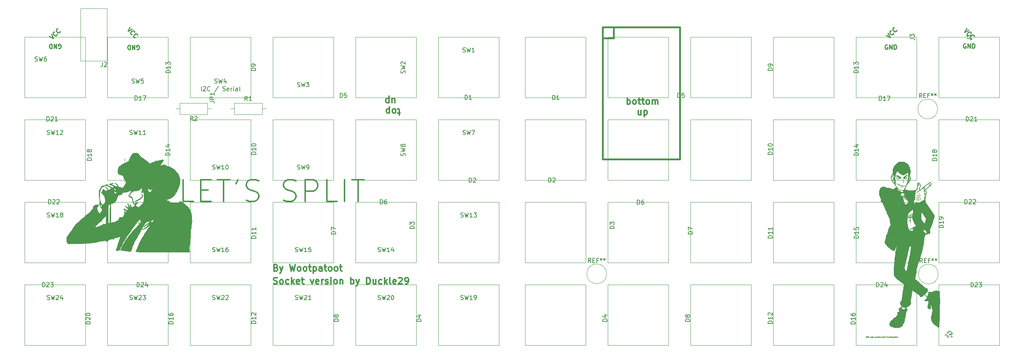
<source format=gto>
G04 #@! TF.FileFunction,Legend,Top*
%FSLAX46Y46*%
G04 Gerber Fmt 4.6, Leading zero omitted, Abs format (unit mm)*
G04 Created by KiCad (PCBNEW 4.0.1-stable) date 10-10-2017 08:31:20*
%MOMM*%
G01*
G04 APERTURE LIST*
%ADD10C,0.100000*%
%ADD11C,0.250000*%
%ADD12C,0.300000*%
%ADD13C,0.120000*%
%ADD14C,0.010000*%
%ADD15C,0.381000*%
%ADD16C,0.150000*%
G04 APERTURE END LIST*
D10*
D11*
X253160416Y-62785966D02*
X252689012Y-63728775D01*
X253631821Y-63257371D01*
X253631821Y-64536898D02*
X253564478Y-64536898D01*
X253429791Y-64469554D01*
X253362447Y-64402211D01*
X253295103Y-64267523D01*
X253295103Y-64132836D01*
X253328775Y-64031821D01*
X253429790Y-63863462D01*
X253530806Y-63762447D01*
X253699164Y-63661431D01*
X253800180Y-63627760D01*
X253934867Y-63627760D01*
X254069554Y-63695104D01*
X254136898Y-63762447D01*
X254204241Y-63897134D01*
X254204241Y-63964478D01*
X254338928Y-65244004D02*
X254271584Y-65244004D01*
X254136898Y-65176661D01*
X254069554Y-65109317D01*
X254002210Y-64974630D01*
X254002210Y-64839943D01*
X254035882Y-64738928D01*
X254136897Y-64570569D01*
X254237913Y-64469553D01*
X254406271Y-64368538D01*
X254507286Y-64334867D01*
X254641973Y-64334867D01*
X254776661Y-64402211D01*
X254844004Y-64469554D01*
X254911348Y-64604241D01*
X254911348Y-64671584D01*
X252954096Y-66410000D02*
X252858858Y-66362381D01*
X252716001Y-66362381D01*
X252573143Y-66410000D01*
X252477905Y-66505238D01*
X252430286Y-66600476D01*
X252382667Y-66790952D01*
X252382667Y-66933810D01*
X252430286Y-67124286D01*
X252477905Y-67219524D01*
X252573143Y-67314762D01*
X252716001Y-67362381D01*
X252811239Y-67362381D01*
X252954096Y-67314762D01*
X253001715Y-67267143D01*
X253001715Y-66933810D01*
X252811239Y-66933810D01*
X253430286Y-67362381D02*
X253430286Y-66362381D01*
X254001715Y-67362381D01*
X254001715Y-66362381D01*
X254477905Y-67362381D02*
X254477905Y-66362381D01*
X254716000Y-66362381D01*
X254858858Y-66410000D01*
X254954096Y-66505238D01*
X255001715Y-66600476D01*
X255049334Y-66790952D01*
X255049334Y-66933810D01*
X255001715Y-67124286D01*
X254954096Y-67219524D01*
X254858858Y-67314762D01*
X254716000Y-67362381D01*
X254477905Y-67362381D01*
X234605966Y-64417584D02*
X235548775Y-64888988D01*
X235077371Y-63946179D01*
X236356898Y-63946179D02*
X236356898Y-64013522D01*
X236289554Y-64148209D01*
X236222211Y-64215553D01*
X236087523Y-64282897D01*
X235952836Y-64282897D01*
X235851821Y-64249225D01*
X235683462Y-64148210D01*
X235582447Y-64047194D01*
X235481431Y-63878836D01*
X235447760Y-63777820D01*
X235447760Y-63643133D01*
X235515104Y-63508446D01*
X235582447Y-63441102D01*
X235717134Y-63373759D01*
X235784478Y-63373759D01*
X237064004Y-63239072D02*
X237064004Y-63306416D01*
X236996661Y-63441102D01*
X236929317Y-63508446D01*
X236794630Y-63575790D01*
X236659943Y-63575790D01*
X236558928Y-63542118D01*
X236390569Y-63441103D01*
X236289553Y-63340087D01*
X236188538Y-63171729D01*
X236154867Y-63070714D01*
X236154867Y-62936027D01*
X236222211Y-62801339D01*
X236289554Y-62733996D01*
X236424241Y-62666652D01*
X236491584Y-62666652D01*
X234920096Y-66664000D02*
X234824858Y-66616381D01*
X234682001Y-66616381D01*
X234539143Y-66664000D01*
X234443905Y-66759238D01*
X234396286Y-66854476D01*
X234348667Y-67044952D01*
X234348667Y-67187810D01*
X234396286Y-67378286D01*
X234443905Y-67473524D01*
X234539143Y-67568762D01*
X234682001Y-67616381D01*
X234777239Y-67616381D01*
X234920096Y-67568762D01*
X234967715Y-67521143D01*
X234967715Y-67187810D01*
X234777239Y-67187810D01*
X235396286Y-67616381D02*
X235396286Y-66616381D01*
X235967715Y-67616381D01*
X235967715Y-66616381D01*
X236443905Y-67616381D02*
X236443905Y-66616381D01*
X236682000Y-66616381D01*
X236824858Y-66664000D01*
X236920096Y-66759238D01*
X236967715Y-66854476D01*
X237015334Y-67044952D01*
X237015334Y-67187810D01*
X236967715Y-67378286D01*
X236920096Y-67473524D01*
X236824858Y-67568762D01*
X236682000Y-67616381D01*
X236443905Y-67616381D01*
D12*
X174996286Y-80358571D02*
X174996286Y-78858571D01*
X174996286Y-79430000D02*
X175139143Y-79358571D01*
X175424857Y-79358571D01*
X175567714Y-79430000D01*
X175639143Y-79501429D01*
X175710572Y-79644286D01*
X175710572Y-80072857D01*
X175639143Y-80215714D01*
X175567714Y-80287143D01*
X175424857Y-80358571D01*
X175139143Y-80358571D01*
X174996286Y-80287143D01*
X176567715Y-80358571D02*
X176424857Y-80287143D01*
X176353429Y-80215714D01*
X176282000Y-80072857D01*
X176282000Y-79644286D01*
X176353429Y-79501429D01*
X176424857Y-79430000D01*
X176567715Y-79358571D01*
X176782000Y-79358571D01*
X176924857Y-79430000D01*
X176996286Y-79501429D01*
X177067715Y-79644286D01*
X177067715Y-80072857D01*
X176996286Y-80215714D01*
X176924857Y-80287143D01*
X176782000Y-80358571D01*
X176567715Y-80358571D01*
X177496286Y-79358571D02*
X178067715Y-79358571D01*
X177710572Y-78858571D02*
X177710572Y-80144286D01*
X177782000Y-80287143D01*
X177924858Y-80358571D01*
X178067715Y-80358571D01*
X178353429Y-79358571D02*
X178924858Y-79358571D01*
X178567715Y-78858571D02*
X178567715Y-80144286D01*
X178639143Y-80287143D01*
X178782001Y-80358571D01*
X178924858Y-80358571D01*
X179639144Y-80358571D02*
X179496286Y-80287143D01*
X179424858Y-80215714D01*
X179353429Y-80072857D01*
X179353429Y-79644286D01*
X179424858Y-79501429D01*
X179496286Y-79430000D01*
X179639144Y-79358571D01*
X179853429Y-79358571D01*
X179996286Y-79430000D01*
X180067715Y-79501429D01*
X180139144Y-79644286D01*
X180139144Y-80072857D01*
X180067715Y-80215714D01*
X179996286Y-80287143D01*
X179853429Y-80358571D01*
X179639144Y-80358571D01*
X180782001Y-80358571D02*
X180782001Y-79358571D01*
X180782001Y-79501429D02*
X180853429Y-79430000D01*
X180996287Y-79358571D01*
X181210572Y-79358571D01*
X181353429Y-79430000D01*
X181424858Y-79572857D01*
X181424858Y-80358571D01*
X181424858Y-79572857D02*
X181496287Y-79430000D01*
X181639144Y-79358571D01*
X181853429Y-79358571D01*
X181996287Y-79430000D01*
X182067715Y-79572857D01*
X182067715Y-80358571D01*
X178174857Y-81758571D02*
X178174857Y-82758571D01*
X177532000Y-81758571D02*
X177532000Y-82544286D01*
X177603428Y-82687143D01*
X177746286Y-82758571D01*
X177960571Y-82758571D01*
X178103428Y-82687143D01*
X178174857Y-82615714D01*
X178889143Y-81758571D02*
X178889143Y-83258571D01*
X178889143Y-81830000D02*
X179032000Y-81758571D01*
X179317714Y-81758571D01*
X179460571Y-81830000D01*
X179532000Y-81901429D01*
X179603429Y-82044286D01*
X179603429Y-82472857D01*
X179532000Y-82615714D01*
X179460571Y-82687143D01*
X179317714Y-82758571D01*
X179032000Y-82758571D01*
X178889143Y-82687143D01*
X93575884Y-121774741D02*
X93790170Y-121846169D01*
X94147313Y-121846169D01*
X94290170Y-121774741D01*
X94361599Y-121703312D01*
X94433027Y-121560455D01*
X94433027Y-121417598D01*
X94361599Y-121274741D01*
X94290170Y-121203312D01*
X94147313Y-121131884D01*
X93861599Y-121060455D01*
X93718741Y-120989027D01*
X93647313Y-120917598D01*
X93575884Y-120774741D01*
X93575884Y-120631884D01*
X93647313Y-120489027D01*
X93718741Y-120417598D01*
X93861599Y-120346169D01*
X94218741Y-120346169D01*
X94433027Y-120417598D01*
X95290170Y-121846169D02*
X95147312Y-121774741D01*
X95075884Y-121703312D01*
X95004455Y-121560455D01*
X95004455Y-121131884D01*
X95075884Y-120989027D01*
X95147312Y-120917598D01*
X95290170Y-120846169D01*
X95504455Y-120846169D01*
X95647312Y-120917598D01*
X95718741Y-120989027D01*
X95790170Y-121131884D01*
X95790170Y-121560455D01*
X95718741Y-121703312D01*
X95647312Y-121774741D01*
X95504455Y-121846169D01*
X95290170Y-121846169D01*
X97075884Y-121774741D02*
X96933027Y-121846169D01*
X96647313Y-121846169D01*
X96504455Y-121774741D01*
X96433027Y-121703312D01*
X96361598Y-121560455D01*
X96361598Y-121131884D01*
X96433027Y-120989027D01*
X96504455Y-120917598D01*
X96647313Y-120846169D01*
X96933027Y-120846169D01*
X97075884Y-120917598D01*
X97718741Y-121846169D02*
X97718741Y-120346169D01*
X97861598Y-121274741D02*
X98290169Y-121846169D01*
X98290169Y-120846169D02*
X97718741Y-121417598D01*
X99504455Y-121774741D02*
X99361598Y-121846169D01*
X99075884Y-121846169D01*
X98933027Y-121774741D01*
X98861598Y-121631884D01*
X98861598Y-121060455D01*
X98933027Y-120917598D01*
X99075884Y-120846169D01*
X99361598Y-120846169D01*
X99504455Y-120917598D01*
X99575884Y-121060455D01*
X99575884Y-121203312D01*
X98861598Y-121346169D01*
X100004455Y-120846169D02*
X100575884Y-120846169D01*
X100218741Y-120346169D02*
X100218741Y-121631884D01*
X100290169Y-121774741D01*
X100433027Y-121846169D01*
X100575884Y-121846169D01*
X102075884Y-120846169D02*
X102433027Y-121846169D01*
X102790169Y-120846169D01*
X103933026Y-121774741D02*
X103790169Y-121846169D01*
X103504455Y-121846169D01*
X103361598Y-121774741D01*
X103290169Y-121631884D01*
X103290169Y-121060455D01*
X103361598Y-120917598D01*
X103504455Y-120846169D01*
X103790169Y-120846169D01*
X103933026Y-120917598D01*
X104004455Y-121060455D01*
X104004455Y-121203312D01*
X103290169Y-121346169D01*
X104647312Y-121846169D02*
X104647312Y-120846169D01*
X104647312Y-121131884D02*
X104718740Y-120989027D01*
X104790169Y-120917598D01*
X104933026Y-120846169D01*
X105075883Y-120846169D01*
X105504454Y-121774741D02*
X105647311Y-121846169D01*
X105933026Y-121846169D01*
X106075883Y-121774741D01*
X106147311Y-121631884D01*
X106147311Y-121560455D01*
X106075883Y-121417598D01*
X105933026Y-121346169D01*
X105718740Y-121346169D01*
X105575883Y-121274741D01*
X105504454Y-121131884D01*
X105504454Y-121060455D01*
X105575883Y-120917598D01*
X105718740Y-120846169D01*
X105933026Y-120846169D01*
X106075883Y-120917598D01*
X106790169Y-121846169D02*
X106790169Y-120846169D01*
X106790169Y-120346169D02*
X106718740Y-120417598D01*
X106790169Y-120489027D01*
X106861597Y-120417598D01*
X106790169Y-120346169D01*
X106790169Y-120489027D01*
X107718741Y-121846169D02*
X107575883Y-121774741D01*
X107504455Y-121703312D01*
X107433026Y-121560455D01*
X107433026Y-121131884D01*
X107504455Y-120989027D01*
X107575883Y-120917598D01*
X107718741Y-120846169D01*
X107933026Y-120846169D01*
X108075883Y-120917598D01*
X108147312Y-120989027D01*
X108218741Y-121131884D01*
X108218741Y-121560455D01*
X108147312Y-121703312D01*
X108075883Y-121774741D01*
X107933026Y-121846169D01*
X107718741Y-121846169D01*
X108861598Y-120846169D02*
X108861598Y-121846169D01*
X108861598Y-120989027D02*
X108933026Y-120917598D01*
X109075884Y-120846169D01*
X109290169Y-120846169D01*
X109433026Y-120917598D01*
X109504455Y-121060455D01*
X109504455Y-121846169D01*
X111361598Y-121846169D02*
X111361598Y-120346169D01*
X111361598Y-120917598D02*
X111504455Y-120846169D01*
X111790169Y-120846169D01*
X111933026Y-120917598D01*
X112004455Y-120989027D01*
X112075884Y-121131884D01*
X112075884Y-121560455D01*
X112004455Y-121703312D01*
X111933026Y-121774741D01*
X111790169Y-121846169D01*
X111504455Y-121846169D01*
X111361598Y-121774741D01*
X112575884Y-120846169D02*
X112933027Y-121846169D01*
X113290169Y-120846169D02*
X112933027Y-121846169D01*
X112790169Y-122203312D01*
X112718741Y-122274741D01*
X112575884Y-122346169D01*
X115004455Y-121846169D02*
X115004455Y-120346169D01*
X115361598Y-120346169D01*
X115575883Y-120417598D01*
X115718741Y-120560455D01*
X115790169Y-120703312D01*
X115861598Y-120989027D01*
X115861598Y-121203312D01*
X115790169Y-121489027D01*
X115718741Y-121631884D01*
X115575883Y-121774741D01*
X115361598Y-121846169D01*
X115004455Y-121846169D01*
X117147312Y-120846169D02*
X117147312Y-121846169D01*
X116504455Y-120846169D02*
X116504455Y-121631884D01*
X116575883Y-121774741D01*
X116718741Y-121846169D01*
X116933026Y-121846169D01*
X117075883Y-121774741D01*
X117147312Y-121703312D01*
X118504455Y-121774741D02*
X118361598Y-121846169D01*
X118075884Y-121846169D01*
X117933026Y-121774741D01*
X117861598Y-121703312D01*
X117790169Y-121560455D01*
X117790169Y-121131884D01*
X117861598Y-120989027D01*
X117933026Y-120917598D01*
X118075884Y-120846169D01*
X118361598Y-120846169D01*
X118504455Y-120917598D01*
X119147312Y-121846169D02*
X119147312Y-120346169D01*
X119290169Y-121274741D02*
X119718740Y-121846169D01*
X119718740Y-120846169D02*
X119147312Y-121417598D01*
X120575884Y-121846169D02*
X120433026Y-121774741D01*
X120361598Y-121631884D01*
X120361598Y-120346169D01*
X121718740Y-121774741D02*
X121575883Y-121846169D01*
X121290169Y-121846169D01*
X121147312Y-121774741D01*
X121075883Y-121631884D01*
X121075883Y-121060455D01*
X121147312Y-120917598D01*
X121290169Y-120846169D01*
X121575883Y-120846169D01*
X121718740Y-120917598D01*
X121790169Y-121060455D01*
X121790169Y-121203312D01*
X121075883Y-121346169D01*
X122361597Y-120489027D02*
X122433026Y-120417598D01*
X122575883Y-120346169D01*
X122933026Y-120346169D01*
X123075883Y-120417598D01*
X123147312Y-120489027D01*
X123218740Y-120631884D01*
X123218740Y-120774741D01*
X123147312Y-120989027D01*
X122290169Y-121846169D01*
X123218740Y-121846169D01*
X123933025Y-121846169D02*
X124218740Y-121846169D01*
X124361597Y-121774741D01*
X124433025Y-121703312D01*
X124575883Y-121489027D01*
X124647311Y-121203312D01*
X124647311Y-120631884D01*
X124575883Y-120489027D01*
X124504454Y-120417598D01*
X124361597Y-120346169D01*
X124075883Y-120346169D01*
X123933025Y-120417598D01*
X123861597Y-120489027D01*
X123790168Y-120631884D01*
X123790168Y-120989027D01*
X123861597Y-121131884D01*
X123933025Y-121203312D01*
X124075883Y-121274741D01*
X124361597Y-121274741D01*
X124504454Y-121203312D01*
X124575883Y-121131884D01*
X124647311Y-120989027D01*
X75154762Y-102761905D02*
X72773809Y-102761905D01*
X72773809Y-97761905D01*
X76821428Y-100142857D02*
X78488095Y-100142857D01*
X79202381Y-102761905D02*
X76821428Y-102761905D01*
X76821428Y-97761905D01*
X79202381Y-97761905D01*
X80630952Y-97761905D02*
X83488095Y-97761905D01*
X82059524Y-102761905D02*
X82059524Y-97761905D01*
X85392857Y-97761905D02*
X84916667Y-98714286D01*
X87297619Y-102523810D02*
X88011905Y-102761905D01*
X89202381Y-102761905D01*
X89678571Y-102523810D01*
X89916667Y-102285714D01*
X90154762Y-101809524D01*
X90154762Y-101333333D01*
X89916667Y-100857143D01*
X89678571Y-100619048D01*
X89202381Y-100380952D01*
X88250000Y-100142857D01*
X87773809Y-99904762D01*
X87535714Y-99666667D01*
X87297619Y-99190476D01*
X87297619Y-98714286D01*
X87535714Y-98238095D01*
X87773809Y-98000000D01*
X88250000Y-97761905D01*
X89440476Y-97761905D01*
X90154762Y-98000000D01*
X95869048Y-102523810D02*
X96583334Y-102761905D01*
X97773810Y-102761905D01*
X98250000Y-102523810D01*
X98488096Y-102285714D01*
X98726191Y-101809524D01*
X98726191Y-101333333D01*
X98488096Y-100857143D01*
X98250000Y-100619048D01*
X97773810Y-100380952D01*
X96821429Y-100142857D01*
X96345238Y-99904762D01*
X96107143Y-99666667D01*
X95869048Y-99190476D01*
X95869048Y-98714286D01*
X96107143Y-98238095D01*
X96345238Y-98000000D01*
X96821429Y-97761905D01*
X98011905Y-97761905D01*
X98726191Y-98000000D01*
X100869048Y-102761905D02*
X100869048Y-97761905D01*
X102773810Y-97761905D01*
X103250001Y-98000000D01*
X103488096Y-98238095D01*
X103726191Y-98714286D01*
X103726191Y-99428571D01*
X103488096Y-99904762D01*
X103250001Y-100142857D01*
X102773810Y-100380952D01*
X100869048Y-100380952D01*
X108250001Y-102761905D02*
X105869048Y-102761905D01*
X105869048Y-97761905D01*
X109916667Y-102761905D02*
X109916667Y-97761905D01*
X111583333Y-97761905D02*
X114440476Y-97761905D01*
X113011905Y-102761905D02*
X113011905Y-97761905D01*
X94147313Y-118060455D02*
X94361599Y-118131884D01*
X94433027Y-118203312D01*
X94504456Y-118346169D01*
X94504456Y-118560455D01*
X94433027Y-118703312D01*
X94361599Y-118774741D01*
X94218741Y-118846169D01*
X93647313Y-118846169D01*
X93647313Y-117346169D01*
X94147313Y-117346169D01*
X94290170Y-117417598D01*
X94361599Y-117489027D01*
X94433027Y-117631884D01*
X94433027Y-117774741D01*
X94361599Y-117917598D01*
X94290170Y-117989027D01*
X94147313Y-118060455D01*
X93647313Y-118060455D01*
X95004456Y-117846169D02*
X95361599Y-118846169D01*
X95718741Y-117846169D02*
X95361599Y-118846169D01*
X95218741Y-119203312D01*
X95147313Y-119274741D01*
X95004456Y-119346169D01*
X97290170Y-117346169D02*
X97647313Y-118846169D01*
X97933027Y-117774741D01*
X98218741Y-118846169D01*
X98575884Y-117346169D01*
X99361599Y-118846169D02*
X99218741Y-118774741D01*
X99147313Y-118703312D01*
X99075884Y-118560455D01*
X99075884Y-118131884D01*
X99147313Y-117989027D01*
X99218741Y-117917598D01*
X99361599Y-117846169D01*
X99575884Y-117846169D01*
X99718741Y-117917598D01*
X99790170Y-117989027D01*
X99861599Y-118131884D01*
X99861599Y-118560455D01*
X99790170Y-118703312D01*
X99718741Y-118774741D01*
X99575884Y-118846169D01*
X99361599Y-118846169D01*
X100718742Y-118846169D02*
X100575884Y-118774741D01*
X100504456Y-118703312D01*
X100433027Y-118560455D01*
X100433027Y-118131884D01*
X100504456Y-117989027D01*
X100575884Y-117917598D01*
X100718742Y-117846169D01*
X100933027Y-117846169D01*
X101075884Y-117917598D01*
X101147313Y-117989027D01*
X101218742Y-118131884D01*
X101218742Y-118560455D01*
X101147313Y-118703312D01*
X101075884Y-118774741D01*
X100933027Y-118846169D01*
X100718742Y-118846169D01*
X101647313Y-117846169D02*
X102218742Y-117846169D01*
X101861599Y-117346169D02*
X101861599Y-118631884D01*
X101933027Y-118774741D01*
X102075885Y-118846169D01*
X102218742Y-118846169D01*
X102718742Y-117846169D02*
X102718742Y-119346169D01*
X102718742Y-117917598D02*
X102861599Y-117846169D01*
X103147313Y-117846169D01*
X103290170Y-117917598D01*
X103361599Y-117989027D01*
X103433028Y-118131884D01*
X103433028Y-118560455D01*
X103361599Y-118703312D01*
X103290170Y-118774741D01*
X103147313Y-118846169D01*
X102861599Y-118846169D01*
X102718742Y-118774741D01*
X104718742Y-118846169D02*
X104718742Y-118060455D01*
X104647313Y-117917598D01*
X104504456Y-117846169D01*
X104218742Y-117846169D01*
X104075885Y-117917598D01*
X104718742Y-118774741D02*
X104575885Y-118846169D01*
X104218742Y-118846169D01*
X104075885Y-118774741D01*
X104004456Y-118631884D01*
X104004456Y-118489027D01*
X104075885Y-118346169D01*
X104218742Y-118274741D01*
X104575885Y-118274741D01*
X104718742Y-118203312D01*
X105218742Y-117846169D02*
X105790171Y-117846169D01*
X105433028Y-117346169D02*
X105433028Y-118631884D01*
X105504456Y-118774741D01*
X105647314Y-118846169D01*
X105790171Y-118846169D01*
X106504457Y-118846169D02*
X106361599Y-118774741D01*
X106290171Y-118703312D01*
X106218742Y-118560455D01*
X106218742Y-118131884D01*
X106290171Y-117989027D01*
X106361599Y-117917598D01*
X106504457Y-117846169D01*
X106718742Y-117846169D01*
X106861599Y-117917598D01*
X106933028Y-117989027D01*
X107004457Y-118131884D01*
X107004457Y-118560455D01*
X106933028Y-118703312D01*
X106861599Y-118774741D01*
X106718742Y-118846169D01*
X106504457Y-118846169D01*
X107861600Y-118846169D02*
X107718742Y-118774741D01*
X107647314Y-118703312D01*
X107575885Y-118560455D01*
X107575885Y-118131884D01*
X107647314Y-117989027D01*
X107718742Y-117917598D01*
X107861600Y-117846169D01*
X108075885Y-117846169D01*
X108218742Y-117917598D01*
X108290171Y-117989027D01*
X108361600Y-118131884D01*
X108361600Y-118560455D01*
X108290171Y-118703312D01*
X108218742Y-118774741D01*
X108075885Y-118846169D01*
X107861600Y-118846169D01*
X108790171Y-117846169D02*
X109361600Y-117846169D01*
X109004457Y-117346169D02*
X109004457Y-118631884D01*
X109075885Y-118774741D01*
X109218743Y-118846169D01*
X109361600Y-118846169D01*
X122714286Y-82401429D02*
X122142857Y-82401429D01*
X122500000Y-82901429D02*
X122500000Y-81615714D01*
X122428572Y-81472857D01*
X122285714Y-81401429D01*
X122142857Y-81401429D01*
X121428571Y-81401429D02*
X121571429Y-81472857D01*
X121642857Y-81544286D01*
X121714286Y-81687143D01*
X121714286Y-82115714D01*
X121642857Y-82258571D01*
X121571429Y-82330000D01*
X121428571Y-82401429D01*
X121214286Y-82401429D01*
X121071429Y-82330000D01*
X121000000Y-82258571D01*
X120928571Y-82115714D01*
X120928571Y-81687143D01*
X121000000Y-81544286D01*
X121071429Y-81472857D01*
X121214286Y-81401429D01*
X121428571Y-81401429D01*
X120285714Y-82401429D02*
X120285714Y-80901429D01*
X120285714Y-82330000D02*
X120142857Y-82401429D01*
X119857143Y-82401429D01*
X119714286Y-82330000D01*
X119642857Y-82258571D01*
X119571428Y-82115714D01*
X119571428Y-81687143D01*
X119642857Y-81544286D01*
X119714286Y-81472857D01*
X119857143Y-81401429D01*
X120142857Y-81401429D01*
X120285714Y-81472857D01*
X120857143Y-80001429D02*
X120857143Y-79001429D01*
X121500000Y-80001429D02*
X121500000Y-79215714D01*
X121428572Y-79072857D01*
X121285714Y-79001429D01*
X121071429Y-79001429D01*
X120928572Y-79072857D01*
X120857143Y-79144286D01*
X120142857Y-80001429D02*
X120142857Y-78501429D01*
X120142857Y-79930000D02*
X120000000Y-80001429D01*
X119714286Y-80001429D01*
X119571429Y-79930000D01*
X119500000Y-79858571D01*
X119428571Y-79715714D01*
X119428571Y-79287143D01*
X119500000Y-79144286D01*
X119571429Y-79072857D01*
X119714286Y-79001429D01*
X120000000Y-79001429D01*
X120142857Y-79072857D01*
D11*
X62079904Y-67664000D02*
X62175142Y-67711619D01*
X62317999Y-67711619D01*
X62460857Y-67664000D01*
X62556095Y-67568762D01*
X62603714Y-67473524D01*
X62651333Y-67283048D01*
X62651333Y-67140190D01*
X62603714Y-66949714D01*
X62556095Y-66854476D01*
X62460857Y-66759238D01*
X62317999Y-66711619D01*
X62222761Y-66711619D01*
X62079904Y-66759238D01*
X62032285Y-66806857D01*
X62032285Y-67140190D01*
X62222761Y-67140190D01*
X61603714Y-66711619D02*
X61603714Y-67711619D01*
X61032285Y-66711619D01*
X61032285Y-67711619D01*
X60556095Y-66711619D02*
X60556095Y-67711619D01*
X60318000Y-67711619D01*
X60175142Y-67664000D01*
X60079904Y-67568762D01*
X60032285Y-67473524D01*
X59984666Y-67283048D01*
X59984666Y-67140190D01*
X60032285Y-66949714D01*
X60079904Y-66854476D01*
X60175142Y-66759238D01*
X60318000Y-66711619D01*
X60556095Y-66711619D01*
X60508416Y-62531966D02*
X60037012Y-63474775D01*
X60979821Y-63003371D01*
X60979821Y-64282898D02*
X60912478Y-64282898D01*
X60777791Y-64215554D01*
X60710447Y-64148211D01*
X60643103Y-64013523D01*
X60643103Y-63878836D01*
X60676775Y-63777821D01*
X60777790Y-63609462D01*
X60878806Y-63508447D01*
X61047164Y-63407431D01*
X61148180Y-63373760D01*
X61282867Y-63373760D01*
X61417554Y-63441104D01*
X61484898Y-63508447D01*
X61552241Y-63643134D01*
X61552241Y-63710478D01*
X61686928Y-64990004D02*
X61619584Y-64990004D01*
X61484898Y-64922661D01*
X61417554Y-64855317D01*
X61350210Y-64720630D01*
X61350210Y-64585943D01*
X61383882Y-64484928D01*
X61484897Y-64316569D01*
X61585913Y-64215553D01*
X61754271Y-64114538D01*
X61855286Y-64080867D01*
X61989973Y-64080867D01*
X62124661Y-64148211D01*
X62192004Y-64215554D01*
X62259348Y-64350241D01*
X62259348Y-64417584D01*
X44045904Y-67410000D02*
X44141142Y-67457619D01*
X44283999Y-67457619D01*
X44426857Y-67410000D01*
X44522095Y-67314762D01*
X44569714Y-67219524D01*
X44617333Y-67029048D01*
X44617333Y-66886190D01*
X44569714Y-66695714D01*
X44522095Y-66600476D01*
X44426857Y-66505238D01*
X44283999Y-66457619D01*
X44188761Y-66457619D01*
X44045904Y-66505238D01*
X43998285Y-66552857D01*
X43998285Y-66886190D01*
X44188761Y-66886190D01*
X43569714Y-66457619D02*
X43569714Y-67457619D01*
X42998285Y-66457619D01*
X42998285Y-67457619D01*
X42522095Y-66457619D02*
X42522095Y-67457619D01*
X42284000Y-67457619D01*
X42141142Y-67410000D01*
X42045904Y-67314762D01*
X41998285Y-67219524D01*
X41950666Y-67029048D01*
X41950666Y-66886190D01*
X41998285Y-66695714D01*
X42045904Y-66600476D01*
X42141142Y-66505238D01*
X42284000Y-66457619D01*
X42522095Y-66457619D01*
X41953966Y-64671584D02*
X42896775Y-65142988D01*
X42425371Y-64200179D01*
X43704898Y-64200179D02*
X43704898Y-64267522D01*
X43637554Y-64402209D01*
X43570211Y-64469553D01*
X43435523Y-64536897D01*
X43300836Y-64536897D01*
X43199821Y-64503225D01*
X43031462Y-64402210D01*
X42930447Y-64301194D01*
X42829431Y-64132836D01*
X42795760Y-64031820D01*
X42795760Y-63897133D01*
X42863104Y-63762446D01*
X42930447Y-63695102D01*
X43065134Y-63627759D01*
X43132478Y-63627759D01*
X44412004Y-63493072D02*
X44412004Y-63560416D01*
X44344661Y-63695102D01*
X44277317Y-63762446D01*
X44142630Y-63829790D01*
X44007943Y-63829790D01*
X43906928Y-63796118D01*
X43738569Y-63695103D01*
X43637553Y-63594087D01*
X43536538Y-63425729D01*
X43502867Y-63324714D01*
X43502867Y-63190027D01*
X43570211Y-63055339D01*
X43637554Y-62987996D01*
X43772241Y-62920652D01*
X43839584Y-62920652D01*
D13*
X170277000Y-119488000D02*
G75*
G03X170277000Y-119488000I-2286000J0D01*
G01*
D14*
G36*
X232268117Y-134021219D02*
X232253346Y-134080141D01*
X232228395Y-134147192D01*
X232200141Y-134204032D01*
X232175460Y-134232320D01*
X232174383Y-134232672D01*
X232151625Y-134236154D01*
X232172222Y-134218827D01*
X232173887Y-134217660D01*
X232192579Y-134197182D01*
X232197070Y-134163524D01*
X232186752Y-134104664D01*
X232163825Y-134018509D01*
X232163715Y-134005855D01*
X232180275Y-134034343D01*
X232185479Y-134045073D01*
X232220324Y-134118447D01*
X232237898Y-134048426D01*
X232253490Y-134001725D01*
X232265832Y-133988765D01*
X232268117Y-134021219D01*
X232268117Y-134021219D01*
G37*
X232268117Y-134021219D02*
X232253346Y-134080141D01*
X232228395Y-134147192D01*
X232200141Y-134204032D01*
X232175460Y-134232320D01*
X232174383Y-134232672D01*
X232151625Y-134236154D01*
X232172222Y-134218827D01*
X232173887Y-134217660D01*
X232192579Y-134197182D01*
X232197070Y-134163524D01*
X232186752Y-134104664D01*
X232163825Y-134018509D01*
X232163715Y-134005855D01*
X232180275Y-134034343D01*
X232185479Y-134045073D01*
X232220324Y-134118447D01*
X232237898Y-134048426D01*
X232253490Y-134001725D01*
X232265832Y-133988765D01*
X232268117Y-134021219D01*
G36*
X234053451Y-134006776D02*
X234068243Y-134048474D01*
X234069100Y-134073300D01*
X234057740Y-134133795D01*
X234031000Y-134149500D01*
X233993231Y-134170653D01*
X233976381Y-134200300D01*
X233966513Y-134209598D01*
X233959702Y-134172726D01*
X233957331Y-134121218D01*
X233957609Y-134080668D01*
X233985477Y-134080668D01*
X234003877Y-134122674D01*
X234030202Y-134136800D01*
X234049894Y-134115068D01*
X234056400Y-134073300D01*
X234045190Y-134022433D01*
X234018555Y-134011188D01*
X233992148Y-134036416D01*
X233985477Y-134080668D01*
X233957609Y-134080668D01*
X233957855Y-134044823D01*
X233966878Y-134006694D01*
X233989749Y-133994394D01*
X234011950Y-133994218D01*
X234053451Y-134006776D01*
X234053451Y-134006776D01*
G37*
X234053451Y-134006776D02*
X234068243Y-134048474D01*
X234069100Y-134073300D01*
X234057740Y-134133795D01*
X234031000Y-134149500D01*
X233993231Y-134170653D01*
X233976381Y-134200300D01*
X233966513Y-134209598D01*
X233959702Y-134172726D01*
X233957331Y-134121218D01*
X233957609Y-134080668D01*
X233985477Y-134080668D01*
X234003877Y-134122674D01*
X234030202Y-134136800D01*
X234049894Y-134115068D01*
X234056400Y-134073300D01*
X234045190Y-134022433D01*
X234018555Y-134011188D01*
X233992148Y-134036416D01*
X233985477Y-134080668D01*
X233957609Y-134080668D01*
X233957855Y-134044823D01*
X233966878Y-134006694D01*
X233989749Y-133994394D01*
X234011950Y-133994218D01*
X234053451Y-134006776D01*
G36*
X235138317Y-134021219D02*
X235123546Y-134080141D01*
X235098595Y-134147192D01*
X235070341Y-134204032D01*
X235045660Y-134232320D01*
X235044583Y-134232672D01*
X235021825Y-134236154D01*
X235042422Y-134218827D01*
X235044087Y-134217660D01*
X235062779Y-134197182D01*
X235067270Y-134163524D01*
X235056952Y-134104664D01*
X235034025Y-134018509D01*
X235033915Y-134005855D01*
X235050475Y-134034343D01*
X235055679Y-134045073D01*
X235090524Y-134118447D01*
X235108098Y-134048426D01*
X235123690Y-134001725D01*
X235136032Y-133988765D01*
X235138317Y-134021219D01*
X235138317Y-134021219D01*
G37*
X235138317Y-134021219D02*
X235123546Y-134080141D01*
X235098595Y-134147192D01*
X235070341Y-134204032D01*
X235045660Y-134232320D01*
X235044583Y-134232672D01*
X235021825Y-134236154D01*
X235042422Y-134218827D01*
X235044087Y-134217660D01*
X235062779Y-134197182D01*
X235067270Y-134163524D01*
X235056952Y-134104664D01*
X235034025Y-134018509D01*
X235033915Y-134005855D01*
X235050475Y-134034343D01*
X235055679Y-134045073D01*
X235090524Y-134118447D01*
X235108098Y-134048426D01*
X235123690Y-134001725D01*
X235136032Y-133988765D01*
X235138317Y-134021219D01*
G36*
X236332117Y-134021219D02*
X236317346Y-134080141D01*
X236292395Y-134147192D01*
X236264141Y-134204032D01*
X236239460Y-134232320D01*
X236238383Y-134232672D01*
X236215625Y-134236154D01*
X236236222Y-134218827D01*
X236237887Y-134217660D01*
X236256579Y-134197182D01*
X236261070Y-134163524D01*
X236250752Y-134104664D01*
X236227825Y-134018509D01*
X236227715Y-134005855D01*
X236244275Y-134034343D01*
X236249479Y-134045073D01*
X236284324Y-134118447D01*
X236301898Y-134048426D01*
X236317490Y-134001725D01*
X236329832Y-133988765D01*
X236332117Y-134021219D01*
X236332117Y-134021219D01*
G37*
X236332117Y-134021219D02*
X236317346Y-134080141D01*
X236292395Y-134147192D01*
X236264141Y-134204032D01*
X236239460Y-134232320D01*
X236238383Y-134232672D01*
X236215625Y-134236154D01*
X236236222Y-134218827D01*
X236237887Y-134217660D01*
X236256579Y-134197182D01*
X236261070Y-134163524D01*
X236250752Y-134104664D01*
X236227825Y-134018509D01*
X236227715Y-134005855D01*
X236244275Y-134034343D01*
X236249479Y-134045073D01*
X236284324Y-134118447D01*
X236301898Y-134048426D01*
X236317490Y-134001725D01*
X236329832Y-133988765D01*
X236332117Y-134021219D01*
G36*
X230086368Y-133926317D02*
X230115057Y-133967907D01*
X230105085Y-134017987D01*
X230068564Y-134073337D01*
X230068434Y-134073476D01*
X230012870Y-134132620D01*
X230072485Y-134143951D01*
X230099877Y-134151805D01*
X230079459Y-134156776D01*
X230044797Y-134158740D01*
X229957495Y-134162200D01*
X230025747Y-134090960D01*
X230077958Y-134023353D01*
X230094574Y-133971280D01*
X230075464Y-133941787D01*
X230028574Y-133940184D01*
X229985945Y-133942985D01*
X229987776Y-133928063D01*
X230035463Y-133910119D01*
X230086368Y-133926317D01*
X230086368Y-133926317D01*
G37*
X230086368Y-133926317D02*
X230115057Y-133967907D01*
X230105085Y-134017987D01*
X230068564Y-134073337D01*
X230068434Y-134073476D01*
X230012870Y-134132620D01*
X230072485Y-134143951D01*
X230099877Y-134151805D01*
X230079459Y-134156776D01*
X230044797Y-134158740D01*
X229957495Y-134162200D01*
X230025747Y-134090960D01*
X230077958Y-134023353D01*
X230094574Y-133971280D01*
X230075464Y-133941787D01*
X230028574Y-133940184D01*
X229985945Y-133942985D01*
X229987776Y-133928063D01*
X230035463Y-133910119D01*
X230086368Y-133926317D01*
G36*
X230285584Y-133925637D02*
X230304149Y-133948924D01*
X230309657Y-134004370D01*
X230309900Y-134035200D01*
X230306488Y-134107123D01*
X230291778Y-134142811D01*
X230259053Y-134156623D01*
X230252636Y-134157631D01*
X230200545Y-134149476D01*
X230180996Y-134128299D01*
X230173284Y-134077838D01*
X230174068Y-134035200D01*
X230195600Y-134035200D01*
X230199860Y-134101670D01*
X230217078Y-134131047D01*
X230246400Y-134136800D01*
X230279635Y-134128279D01*
X230294323Y-134093843D01*
X230297200Y-134035200D01*
X230292939Y-133968729D01*
X230275721Y-133939352D01*
X230246400Y-133933600D01*
X230213164Y-133942120D01*
X230198476Y-133976556D01*
X230195600Y-134035200D01*
X230174068Y-134035200D01*
X230174571Y-134007893D01*
X230174760Y-134005867D01*
X230186634Y-133946916D01*
X230214928Y-133923774D01*
X230246400Y-133920900D01*
X230285584Y-133925637D01*
X230285584Y-133925637D01*
G37*
X230285584Y-133925637D02*
X230304149Y-133948924D01*
X230309657Y-134004370D01*
X230309900Y-134035200D01*
X230306488Y-134107123D01*
X230291778Y-134142811D01*
X230259053Y-134156623D01*
X230252636Y-134157631D01*
X230200545Y-134149476D01*
X230180996Y-134128299D01*
X230173284Y-134077838D01*
X230174068Y-134035200D01*
X230195600Y-134035200D01*
X230199860Y-134101670D01*
X230217078Y-134131047D01*
X230246400Y-134136800D01*
X230279635Y-134128279D01*
X230294323Y-134093843D01*
X230297200Y-134035200D01*
X230292939Y-133968729D01*
X230275721Y-133939352D01*
X230246400Y-133933600D01*
X230213164Y-133942120D01*
X230198476Y-133976556D01*
X230195600Y-134035200D01*
X230174068Y-134035200D01*
X230174571Y-134007893D01*
X230174760Y-134005867D01*
X230186634Y-133946916D01*
X230214928Y-133923774D01*
X230246400Y-133920900D01*
X230285584Y-133925637D01*
G36*
X230463384Y-133925637D02*
X230481949Y-133948924D01*
X230487457Y-134004370D01*
X230487700Y-134035200D01*
X230484288Y-134107123D01*
X230469578Y-134142811D01*
X230436853Y-134156623D01*
X230430436Y-134157631D01*
X230378345Y-134149476D01*
X230358796Y-134128299D01*
X230351084Y-134077838D01*
X230351868Y-134035200D01*
X230373400Y-134035200D01*
X230377660Y-134101670D01*
X230394878Y-134131047D01*
X230424200Y-134136800D01*
X230457435Y-134128279D01*
X230472123Y-134093843D01*
X230475000Y-134035200D01*
X230470739Y-133968729D01*
X230453521Y-133939352D01*
X230424200Y-133933600D01*
X230390964Y-133942120D01*
X230376276Y-133976556D01*
X230373400Y-134035200D01*
X230351868Y-134035200D01*
X230352371Y-134007893D01*
X230352560Y-134005867D01*
X230364434Y-133946916D01*
X230392728Y-133923774D01*
X230424200Y-133920900D01*
X230463384Y-133925637D01*
X230463384Y-133925637D01*
G37*
X230463384Y-133925637D02*
X230481949Y-133948924D01*
X230487457Y-134004370D01*
X230487700Y-134035200D01*
X230484288Y-134107123D01*
X230469578Y-134142811D01*
X230436853Y-134156623D01*
X230430436Y-134157631D01*
X230378345Y-134149476D01*
X230358796Y-134128299D01*
X230351084Y-134077838D01*
X230351868Y-134035200D01*
X230373400Y-134035200D01*
X230377660Y-134101670D01*
X230394878Y-134131047D01*
X230424200Y-134136800D01*
X230457435Y-134128279D01*
X230472123Y-134093843D01*
X230475000Y-134035200D01*
X230470739Y-133968729D01*
X230453521Y-133939352D01*
X230424200Y-133933600D01*
X230390964Y-133942120D01*
X230376276Y-133976556D01*
X230373400Y-134035200D01*
X230351868Y-134035200D01*
X230352371Y-134007893D01*
X230352560Y-134005867D01*
X230364434Y-133946916D01*
X230392728Y-133923774D01*
X230424200Y-133920900D01*
X230463384Y-133925637D01*
G36*
X230675501Y-133946025D02*
X230680805Y-134008117D01*
X230681420Y-134077742D01*
X230676947Y-134133524D01*
X230670425Y-134153041D01*
X230654230Y-134151264D01*
X230652800Y-134141033D01*
X230631545Y-134117054D01*
X230601483Y-134111400D01*
X230571261Y-134109319D01*
X230563603Y-134094962D01*
X230576300Y-134062362D01*
X230603765Y-134062362D01*
X230618893Y-134085214D01*
X230627400Y-134086000D01*
X230647073Y-134064487D01*
X230652411Y-134028850D01*
X230648400Y-133991735D01*
X230633460Y-134000860D01*
X230627400Y-134009800D01*
X230603765Y-134062362D01*
X230576300Y-134062362D01*
X230578718Y-134056154D01*
X230603255Y-134007338D01*
X230636384Y-133947875D01*
X230660152Y-133915182D01*
X230665913Y-133912846D01*
X230675501Y-133946025D01*
X230675501Y-133946025D01*
G37*
X230675501Y-133946025D02*
X230680805Y-134008117D01*
X230681420Y-134077742D01*
X230676947Y-134133524D01*
X230670425Y-134153041D01*
X230654230Y-134151264D01*
X230652800Y-134141033D01*
X230631545Y-134117054D01*
X230601483Y-134111400D01*
X230571261Y-134109319D01*
X230563603Y-134094962D01*
X230576300Y-134062362D01*
X230603765Y-134062362D01*
X230618893Y-134085214D01*
X230627400Y-134086000D01*
X230647073Y-134064487D01*
X230652411Y-134028850D01*
X230648400Y-133991735D01*
X230633460Y-134000860D01*
X230627400Y-134009800D01*
X230603765Y-134062362D01*
X230576300Y-134062362D01*
X230578718Y-134056154D01*
X230603255Y-134007338D01*
X230636384Y-133947875D01*
X230660152Y-133915182D01*
X230665913Y-133912846D01*
X230675501Y-133946025D01*
G36*
X231007809Y-134002618D02*
X231023501Y-134048426D01*
X231041075Y-134118447D01*
X231075286Y-134045073D01*
X231097013Y-134000791D01*
X231101396Y-134001522D01*
X231093975Y-134035200D01*
X231070619Y-134112887D01*
X231049199Y-134141398D01*
X231027341Y-134122173D01*
X231011866Y-134085025D01*
X230995418Y-134026324D01*
X230993229Y-133991818D01*
X230994349Y-133989984D01*
X231007809Y-134002618D01*
X231007809Y-134002618D01*
G37*
X231007809Y-134002618D02*
X231023501Y-134048426D01*
X231041075Y-134118447D01*
X231075286Y-134045073D01*
X231097013Y-134000791D01*
X231101396Y-134001522D01*
X231093975Y-134035200D01*
X231070619Y-134112887D01*
X231049199Y-134141398D01*
X231027341Y-134122173D01*
X231011866Y-134085025D01*
X230995418Y-134026324D01*
X230993229Y-133991818D01*
X230994349Y-133989984D01*
X231007809Y-134002618D01*
G36*
X231269238Y-134016367D02*
X231282964Y-134041550D01*
X231273829Y-134077893D01*
X231238862Y-134086000D01*
X231196607Y-134097485D01*
X231186200Y-134114362D01*
X231206304Y-134131824D01*
X231237035Y-134129431D01*
X231271411Y-134127758D01*
X231273636Y-134139168D01*
X231236096Y-134161250D01*
X231191270Y-134150672D01*
X231170554Y-134125583D01*
X231162330Y-134060473D01*
X231174451Y-134035200D01*
X231186200Y-134035200D01*
X231206772Y-134057734D01*
X231224300Y-134060600D01*
X231258101Y-134046884D01*
X231262400Y-134035200D01*
X231241827Y-134012665D01*
X231224300Y-134009800D01*
X231190498Y-134023515D01*
X231186200Y-134035200D01*
X231174451Y-134035200D01*
X231185399Y-134012374D01*
X231224300Y-133997100D01*
X231269238Y-134016367D01*
X231269238Y-134016367D01*
G37*
X231269238Y-134016367D02*
X231282964Y-134041550D01*
X231273829Y-134077893D01*
X231238862Y-134086000D01*
X231196607Y-134097485D01*
X231186200Y-134114362D01*
X231206304Y-134131824D01*
X231237035Y-134129431D01*
X231271411Y-134127758D01*
X231273636Y-134139168D01*
X231236096Y-134161250D01*
X231191270Y-134150672D01*
X231170554Y-134125583D01*
X231162330Y-134060473D01*
X231174451Y-134035200D01*
X231186200Y-134035200D01*
X231206772Y-134057734D01*
X231224300Y-134060600D01*
X231258101Y-134046884D01*
X231262400Y-134035200D01*
X231241827Y-134012665D01*
X231224300Y-134009800D01*
X231190498Y-134023515D01*
X231186200Y-134035200D01*
X231174451Y-134035200D01*
X231185399Y-134012374D01*
X231224300Y-133997100D01*
X231269238Y-134016367D01*
G36*
X231439697Y-133999762D02*
X231445566Y-134005006D01*
X231453972Y-134022677D01*
X231418888Y-134018228D01*
X231418458Y-134018116D01*
X231378896Y-134015788D01*
X231365015Y-134046251D01*
X231364000Y-134073300D01*
X231370616Y-134122246D01*
X231397458Y-134132919D01*
X231414835Y-134129431D01*
X231449211Y-134127758D01*
X231451436Y-134139168D01*
X231413720Y-134160648D01*
X231366540Y-134153421D01*
X231355533Y-134145266D01*
X231342234Y-134108978D01*
X231338600Y-134068269D01*
X231355473Y-134014649D01*
X231394813Y-133988477D01*
X231439697Y-133999762D01*
X231439697Y-133999762D01*
G37*
X231439697Y-133999762D02*
X231445566Y-134005006D01*
X231453972Y-134022677D01*
X231418888Y-134018228D01*
X231418458Y-134018116D01*
X231378896Y-134015788D01*
X231365015Y-134046251D01*
X231364000Y-134073300D01*
X231370616Y-134122246D01*
X231397458Y-134132919D01*
X231414835Y-134129431D01*
X231449211Y-134127758D01*
X231451436Y-134139168D01*
X231413720Y-134160648D01*
X231366540Y-134153421D01*
X231355533Y-134145266D01*
X231342234Y-134108978D01*
X231338600Y-134068269D01*
X231355473Y-134014649D01*
X231394813Y-133988477D01*
X231439697Y-133999762D01*
G36*
X231540647Y-133941347D02*
X231545234Y-133978249D01*
X231549451Y-134055689D01*
X231549987Y-134066965D01*
X231548059Y-134137364D01*
X231537050Y-134159850D01*
X231522490Y-134133559D01*
X231511539Y-134072960D01*
X231509793Y-134004093D01*
X231519441Y-133955245D01*
X231521071Y-133952310D01*
X231533367Y-133935771D01*
X231540647Y-133941347D01*
X231540647Y-133941347D01*
G37*
X231540647Y-133941347D02*
X231545234Y-133978249D01*
X231549451Y-134055689D01*
X231549987Y-134066965D01*
X231548059Y-134137364D01*
X231537050Y-134159850D01*
X231522490Y-134133559D01*
X231511539Y-134072960D01*
X231509793Y-134004093D01*
X231519441Y-133955245D01*
X231521071Y-133952310D01*
X231533367Y-133935771D01*
X231540647Y-133941347D01*
G36*
X231693483Y-134009298D02*
X231706430Y-134054416D01*
X231706900Y-134072952D01*
X231693036Y-134128745D01*
X231660936Y-134159196D01*
X231624833Y-134156832D01*
X231603075Y-134127460D01*
X231595788Y-134073300D01*
X231618000Y-134073300D01*
X231631248Y-134124371D01*
X231656100Y-134136800D01*
X231686742Y-134114719D01*
X231694200Y-134073300D01*
X231680951Y-134022228D01*
X231656100Y-134009800D01*
X231625457Y-134031880D01*
X231618000Y-134073300D01*
X231595788Y-134073300D01*
X231594160Y-134061202D01*
X231616786Y-134012685D01*
X231656447Y-133997100D01*
X231693483Y-134009298D01*
X231693483Y-134009298D01*
G37*
X231693483Y-134009298D02*
X231706430Y-134054416D01*
X231706900Y-134072952D01*
X231693036Y-134128745D01*
X231660936Y-134159196D01*
X231624833Y-134156832D01*
X231603075Y-134127460D01*
X231595788Y-134073300D01*
X231618000Y-134073300D01*
X231631248Y-134124371D01*
X231656100Y-134136800D01*
X231686742Y-134114719D01*
X231694200Y-134073300D01*
X231680951Y-134022228D01*
X231656100Y-134009800D01*
X231625457Y-134031880D01*
X231618000Y-134073300D01*
X231595788Y-134073300D01*
X231594160Y-134061202D01*
X231616786Y-134012685D01*
X231656447Y-133997100D01*
X231693483Y-134009298D01*
G36*
X231856495Y-134004188D02*
X231848630Y-134020383D01*
X231826683Y-134065603D01*
X231814392Y-134111400D01*
X231806532Y-134142444D01*
X231801700Y-134127015D01*
X231799259Y-134083883D01*
X231803923Y-134018182D01*
X231826526Y-133993527D01*
X231833496Y-133992866D01*
X231856495Y-134004188D01*
X231856495Y-134004188D01*
G37*
X231856495Y-134004188D02*
X231848630Y-134020383D01*
X231826683Y-134065603D01*
X231814392Y-134111400D01*
X231806532Y-134142444D01*
X231801700Y-134127015D01*
X231799259Y-134083883D01*
X231803923Y-134018182D01*
X231826526Y-133993527D01*
X231833496Y-133992866D01*
X231856495Y-134004188D01*
G36*
X231995181Y-133946300D02*
X232024439Y-133987487D01*
X232049800Y-133997100D01*
X232080047Y-134019818D01*
X232087900Y-134073300D01*
X232078887Y-134130769D01*
X232044918Y-134154910D01*
X232030750Y-134157616D01*
X231997724Y-134158314D01*
X231981079Y-134140387D01*
X231975760Y-134092085D01*
X231975823Y-134081639D01*
X232003583Y-134081639D01*
X232010741Y-134127466D01*
X232035333Y-134136800D01*
X232067692Y-134114890D01*
X232075200Y-134071183D01*
X232063383Y-134024585D01*
X232037552Y-134017973D01*
X232012134Y-134049239D01*
X232003583Y-134081639D01*
X231975823Y-134081639D01*
X231976131Y-134030616D01*
X231980028Y-133962543D01*
X231987648Y-133935737D01*
X231995181Y-133946300D01*
X231995181Y-133946300D01*
G37*
X231995181Y-133946300D02*
X232024439Y-133987487D01*
X232049800Y-133997100D01*
X232080047Y-134019818D01*
X232087900Y-134073300D01*
X232078887Y-134130769D01*
X232044918Y-134154910D01*
X232030750Y-134157616D01*
X231997724Y-134158314D01*
X231981079Y-134140387D01*
X231975760Y-134092085D01*
X231975823Y-134081639D01*
X232003583Y-134081639D01*
X232010741Y-134127466D01*
X232035333Y-134136800D01*
X232067692Y-134114890D01*
X232075200Y-134071183D01*
X232063383Y-134024585D01*
X232037552Y-134017973D01*
X232012134Y-134049239D01*
X232003583Y-134081639D01*
X231975823Y-134081639D01*
X231976131Y-134030616D01*
X231980028Y-133962543D01*
X231987648Y-133935737D01*
X231995181Y-133946300D01*
G36*
X232466095Y-134004188D02*
X232458230Y-134020383D01*
X232436283Y-134065603D01*
X232423992Y-134111400D01*
X232416132Y-134142444D01*
X232411300Y-134127015D01*
X232408859Y-134083883D01*
X232413523Y-134018182D01*
X232436126Y-133993527D01*
X232443096Y-133992866D01*
X232466095Y-134004188D01*
X232466095Y-134004188D01*
G37*
X232466095Y-134004188D02*
X232458230Y-134020383D01*
X232436283Y-134065603D01*
X232423992Y-134111400D01*
X232416132Y-134142444D01*
X232411300Y-134127015D01*
X232408859Y-134083883D01*
X232413523Y-134018182D01*
X232436126Y-133993527D01*
X232443096Y-133992866D01*
X232466095Y-134004188D01*
G36*
X232610953Y-134008690D02*
X232632877Y-134062060D01*
X232634000Y-134079797D01*
X232623592Y-134135213D01*
X232587188Y-134154859D01*
X232583700Y-134155178D01*
X232535418Y-134147761D01*
X232518701Y-134135183D01*
X232517334Y-134111400D01*
X232532400Y-134111400D01*
X232550630Y-134136072D01*
X232556300Y-134136800D01*
X232590701Y-134118336D01*
X232595900Y-134111400D01*
X232590141Y-134089655D01*
X232571999Y-134086000D01*
X232537246Y-134099261D01*
X232532400Y-134111400D01*
X232517334Y-134111400D01*
X232516327Y-134093900D01*
X232549413Y-134064502D01*
X232571999Y-134060600D01*
X232604801Y-134044782D01*
X232608600Y-134032237D01*
X232588283Y-134014920D01*
X232554141Y-134018116D01*
X232518724Y-134022724D01*
X232526818Y-134005221D01*
X232527033Y-134005006D01*
X232571198Y-133986544D01*
X232610953Y-134008690D01*
X232610953Y-134008690D01*
G37*
X232610953Y-134008690D02*
X232632877Y-134062060D01*
X232634000Y-134079797D01*
X232623592Y-134135213D01*
X232587188Y-134154859D01*
X232583700Y-134155178D01*
X232535418Y-134147761D01*
X232518701Y-134135183D01*
X232517334Y-134111400D01*
X232532400Y-134111400D01*
X232550630Y-134136072D01*
X232556300Y-134136800D01*
X232590701Y-134118336D01*
X232595900Y-134111400D01*
X232590141Y-134089655D01*
X232571999Y-134086000D01*
X232537246Y-134099261D01*
X232532400Y-134111400D01*
X232517334Y-134111400D01*
X232516327Y-134093900D01*
X232549413Y-134064502D01*
X232571999Y-134060600D01*
X232604801Y-134044782D01*
X232608600Y-134032237D01*
X232588283Y-134014920D01*
X232554141Y-134018116D01*
X232518724Y-134022724D01*
X232526818Y-134005221D01*
X232527033Y-134005006D01*
X232571198Y-133986544D01*
X232610953Y-134008690D01*
G36*
X232677364Y-134029146D02*
X232681453Y-134095329D01*
X232676851Y-134130746D01*
X232669986Y-134136683D01*
X232666133Y-134100207D01*
X232665805Y-134073300D01*
X232668306Y-134024110D01*
X232674043Y-134016648D01*
X232677364Y-134029146D01*
X232677364Y-134029146D01*
G37*
X232677364Y-134029146D02*
X232681453Y-134095329D01*
X232676851Y-134130746D01*
X232669986Y-134136683D01*
X232666133Y-134100207D01*
X232665805Y-134073300D01*
X232668306Y-134024110D01*
X232674043Y-134016648D01*
X232677364Y-134029146D01*
G36*
X232834844Y-134007473D02*
X232850868Y-134051022D01*
X232852268Y-134073300D01*
X232853496Y-134123738D01*
X232851310Y-134124448D01*
X232844193Y-134078108D01*
X232825825Y-134026918D01*
X232798430Y-134020966D01*
X232770846Y-134057937D01*
X232757655Y-134100795D01*
X232747011Y-134146104D01*
X232741876Y-134146955D01*
X232739189Y-134100505D01*
X232738605Y-134083118D01*
X232740812Y-134022012D01*
X232758617Y-133997206D01*
X232792750Y-133994218D01*
X232834844Y-134007473D01*
X232834844Y-134007473D01*
G37*
X232834844Y-134007473D02*
X232850868Y-134051022D01*
X232852268Y-134073300D01*
X232853496Y-134123738D01*
X232851310Y-134124448D01*
X232844193Y-134078108D01*
X232825825Y-134026918D01*
X232798430Y-134020966D01*
X232770846Y-134057937D01*
X232757655Y-134100795D01*
X232747011Y-134146104D01*
X232741876Y-134146955D01*
X232739189Y-134100505D01*
X232738605Y-134083118D01*
X232740812Y-134022012D01*
X232758617Y-133997206D01*
X232792750Y-133994218D01*
X232834844Y-134007473D01*
G36*
X233021838Y-134016367D02*
X233035564Y-134041550D01*
X233026429Y-134077893D01*
X232991462Y-134086000D01*
X232949207Y-134097485D01*
X232938800Y-134114362D01*
X232958904Y-134131824D01*
X232989635Y-134129431D01*
X233024011Y-134127758D01*
X233026236Y-134139168D01*
X232988696Y-134161250D01*
X232943870Y-134150672D01*
X232923154Y-134125583D01*
X232914930Y-134060473D01*
X232927051Y-134035200D01*
X232938800Y-134035200D01*
X232959372Y-134057734D01*
X232976900Y-134060600D01*
X233010701Y-134046884D01*
X233015000Y-134035200D01*
X232994427Y-134012665D01*
X232976900Y-134009800D01*
X232943098Y-134023515D01*
X232938800Y-134035200D01*
X232927051Y-134035200D01*
X232937999Y-134012374D01*
X232976900Y-133997100D01*
X233021838Y-134016367D01*
X233021838Y-134016367D01*
G37*
X233021838Y-134016367D02*
X233035564Y-134041550D01*
X233026429Y-134077893D01*
X232991462Y-134086000D01*
X232949207Y-134097485D01*
X232938800Y-134114362D01*
X232958904Y-134131824D01*
X232989635Y-134129431D01*
X233024011Y-134127758D01*
X233026236Y-134139168D01*
X232988696Y-134161250D01*
X232943870Y-134150672D01*
X232923154Y-134125583D01*
X232914930Y-134060473D01*
X232927051Y-134035200D01*
X232938800Y-134035200D01*
X232959372Y-134057734D01*
X232976900Y-134060600D01*
X233010701Y-134046884D01*
X233015000Y-134035200D01*
X232994427Y-134012665D01*
X232976900Y-134009800D01*
X232943098Y-134023515D01*
X232938800Y-134035200D01*
X232927051Y-134035200D01*
X232937999Y-134012374D01*
X232976900Y-133997100D01*
X233021838Y-134016367D01*
G36*
X233109164Y-134029146D02*
X233113253Y-134095329D01*
X233108651Y-134130746D01*
X233101786Y-134136683D01*
X233097933Y-134100207D01*
X233097605Y-134073300D01*
X233100106Y-134024110D01*
X233105843Y-134016648D01*
X233109164Y-134029146D01*
X233109164Y-134029146D01*
G37*
X233109164Y-134029146D02*
X233113253Y-134095329D01*
X233108651Y-134130746D01*
X233101786Y-134136683D01*
X233097933Y-134100207D01*
X233097605Y-134073300D01*
X233100106Y-134024110D01*
X233105843Y-134016648D01*
X233109164Y-134029146D01*
G36*
X233228095Y-134004188D02*
X233220230Y-134020383D01*
X233198283Y-134065603D01*
X233185992Y-134111400D01*
X233178132Y-134142444D01*
X233173300Y-134127015D01*
X233170859Y-134083883D01*
X233175523Y-134018182D01*
X233198126Y-133993527D01*
X233205096Y-133992866D01*
X233228095Y-134004188D01*
X233228095Y-134004188D01*
G37*
X233228095Y-134004188D02*
X233220230Y-134020383D01*
X233198283Y-134065603D01*
X233185992Y-134111400D01*
X233178132Y-134142444D01*
X233173300Y-134127015D01*
X233170859Y-134083883D01*
X233175523Y-134018182D01*
X233198126Y-133993527D01*
X233205096Y-133992866D01*
X233228095Y-134004188D01*
G36*
X233369883Y-134009298D02*
X233382830Y-134054416D01*
X233383300Y-134072952D01*
X233369436Y-134128745D01*
X233337336Y-134159196D01*
X233301233Y-134156832D01*
X233279475Y-134127460D01*
X233272188Y-134073300D01*
X233294400Y-134073300D01*
X233307648Y-134124371D01*
X233332500Y-134136800D01*
X233363142Y-134114719D01*
X233370600Y-134073300D01*
X233357351Y-134022228D01*
X233332500Y-134009800D01*
X233301857Y-134031880D01*
X233294400Y-134073300D01*
X233272188Y-134073300D01*
X233270560Y-134061202D01*
X233293186Y-134012685D01*
X233332847Y-133997100D01*
X233369883Y-134009298D01*
X233369883Y-134009298D01*
G37*
X233369883Y-134009298D02*
X233382830Y-134054416D01*
X233383300Y-134072952D01*
X233369436Y-134128745D01*
X233337336Y-134159196D01*
X233301233Y-134156832D01*
X233279475Y-134127460D01*
X233272188Y-134073300D01*
X233294400Y-134073300D01*
X233307648Y-134124371D01*
X233332500Y-134136800D01*
X233363142Y-134114719D01*
X233370600Y-134073300D01*
X233357351Y-134022228D01*
X233332500Y-134009800D01*
X233301857Y-134031880D01*
X233294400Y-134073300D01*
X233272188Y-134073300D01*
X233270560Y-134061202D01*
X233293186Y-134012685D01*
X233332847Y-133997100D01*
X233369883Y-134009298D01*
G36*
X233718992Y-133965350D02*
X233723244Y-134047394D01*
X233718992Y-134105050D01*
X233713455Y-134120807D01*
X233709625Y-134091960D01*
X233708411Y-134035200D01*
X233709986Y-133972492D01*
X233714086Y-133948990D01*
X233718992Y-133965350D01*
X233718992Y-133965350D01*
G37*
X233718992Y-133965350D02*
X233723244Y-134047394D01*
X233718992Y-134105050D01*
X233713455Y-134120807D01*
X233709625Y-134091960D01*
X233708411Y-134035200D01*
X233709986Y-133972492D01*
X233714086Y-133948990D01*
X233718992Y-133965350D01*
G36*
X233898854Y-134042061D02*
X233899935Y-134066950D01*
X233898244Y-134130344D01*
X233881235Y-134157423D01*
X233852402Y-134162200D01*
X233803903Y-134146476D01*
X233786894Y-134125947D01*
X233780288Y-134072898D01*
X233784232Y-134030697D01*
X233792109Y-134001677D01*
X233796926Y-134019798D01*
X233798940Y-134054250D01*
X233811943Y-134117489D01*
X233838890Y-134136800D01*
X233868660Y-134113528D01*
X233885625Y-134054250D01*
X233892418Y-134003364D01*
X233896086Y-133998642D01*
X233898854Y-134042061D01*
X233898854Y-134042061D01*
G37*
X233898854Y-134042061D02*
X233899935Y-134066950D01*
X233898244Y-134130344D01*
X233881235Y-134157423D01*
X233852402Y-134162200D01*
X233803903Y-134146476D01*
X233786894Y-134125947D01*
X233780288Y-134072898D01*
X233784232Y-134030697D01*
X233792109Y-134001677D01*
X233796926Y-134019798D01*
X233798940Y-134054250D01*
X233811943Y-134117489D01*
X233838890Y-134136800D01*
X233868660Y-134113528D01*
X233885625Y-134054250D01*
X233892418Y-134003364D01*
X233896086Y-133998642D01*
X233898854Y-134042061D01*
G36*
X234150564Y-134029146D02*
X234154653Y-134095329D01*
X234150051Y-134130746D01*
X234143186Y-134136683D01*
X234139333Y-134100207D01*
X234139005Y-134073300D01*
X234141506Y-134024110D01*
X234147243Y-134016648D01*
X234150564Y-134029146D01*
X234150564Y-134029146D01*
G37*
X234150564Y-134029146D02*
X234154653Y-134095329D01*
X234150051Y-134130746D01*
X234143186Y-134136683D01*
X234139333Y-134100207D01*
X234139005Y-134073300D01*
X234141506Y-134024110D01*
X234147243Y-134016648D01*
X234150564Y-134029146D01*
G36*
X234308044Y-134007473D02*
X234324068Y-134051022D01*
X234325468Y-134073300D01*
X234326696Y-134123738D01*
X234324510Y-134124448D01*
X234317393Y-134078108D01*
X234299025Y-134026918D01*
X234271630Y-134020966D01*
X234244046Y-134057937D01*
X234230855Y-134100795D01*
X234220211Y-134146104D01*
X234215076Y-134146955D01*
X234212389Y-134100505D01*
X234211805Y-134083118D01*
X234214012Y-134022012D01*
X234231817Y-133997206D01*
X234265950Y-133994218D01*
X234308044Y-134007473D01*
X234308044Y-134007473D01*
G37*
X234308044Y-134007473D02*
X234324068Y-134051022D01*
X234325468Y-134073300D01*
X234326696Y-134123738D01*
X234324510Y-134124448D01*
X234317393Y-134078108D01*
X234299025Y-134026918D01*
X234271630Y-134020966D01*
X234244046Y-134057937D01*
X234230855Y-134100795D01*
X234220211Y-134146104D01*
X234215076Y-134146955D01*
X234212389Y-134100505D01*
X234211805Y-134083118D01*
X234214012Y-134022012D01*
X234231817Y-133997206D01*
X234265950Y-133994218D01*
X234308044Y-134007473D01*
G36*
X234480992Y-133965350D02*
X234485244Y-134047394D01*
X234480992Y-134105050D01*
X234475455Y-134120807D01*
X234471625Y-134091960D01*
X234470411Y-134035200D01*
X234471986Y-133972492D01*
X234476086Y-133948990D01*
X234480992Y-133965350D01*
X234480992Y-133965350D01*
G37*
X234480992Y-133965350D02*
X234485244Y-134047394D01*
X234480992Y-134105050D01*
X234475455Y-134120807D01*
X234471625Y-134091960D01*
X234470411Y-134035200D01*
X234471986Y-133972492D01*
X234476086Y-133948990D01*
X234480992Y-133965350D01*
G36*
X234582592Y-133965350D02*
X234586844Y-134047394D01*
X234582592Y-134105050D01*
X234577055Y-134120807D01*
X234573225Y-134091960D01*
X234572011Y-134035200D01*
X234573586Y-133972492D01*
X234577686Y-133948990D01*
X234582592Y-133965350D01*
X234582592Y-133965350D01*
G37*
X234582592Y-133965350D02*
X234586844Y-134047394D01*
X234582592Y-134105050D01*
X234577055Y-134120807D01*
X234573225Y-134091960D01*
X234572011Y-134035200D01*
X234573586Y-133972492D01*
X234577686Y-133948990D01*
X234582592Y-133965350D01*
G36*
X234684192Y-133965350D02*
X234688444Y-134047394D01*
X234684192Y-134105050D01*
X234678655Y-134120807D01*
X234674825Y-134091960D01*
X234673611Y-134035200D01*
X234675186Y-133972492D01*
X234679286Y-133948990D01*
X234684192Y-133965350D01*
X234684192Y-133965350D01*
G37*
X234684192Y-133965350D02*
X234688444Y-134047394D01*
X234684192Y-134105050D01*
X234678655Y-134120807D01*
X234674825Y-134091960D01*
X234673611Y-134035200D01*
X234675186Y-133972492D01*
X234679286Y-133948990D01*
X234684192Y-133965350D01*
G36*
X234865381Y-133946300D02*
X234894639Y-133987487D01*
X234920000Y-133997100D01*
X234950247Y-134019818D01*
X234958100Y-134073300D01*
X234949087Y-134130769D01*
X234915118Y-134154910D01*
X234900950Y-134157616D01*
X234867924Y-134158314D01*
X234851279Y-134140387D01*
X234845960Y-134092085D01*
X234846023Y-134081639D01*
X234873783Y-134081639D01*
X234880941Y-134127466D01*
X234905533Y-134136800D01*
X234937892Y-134114890D01*
X234945400Y-134071183D01*
X234933583Y-134024585D01*
X234907752Y-134017973D01*
X234882334Y-134049239D01*
X234873783Y-134081639D01*
X234846023Y-134081639D01*
X234846331Y-134030616D01*
X234850228Y-133962543D01*
X234857848Y-133935737D01*
X234865381Y-133946300D01*
X234865381Y-133946300D01*
G37*
X234865381Y-133946300D02*
X234894639Y-133987487D01*
X234920000Y-133997100D01*
X234950247Y-134019818D01*
X234958100Y-134073300D01*
X234949087Y-134130769D01*
X234915118Y-134154910D01*
X234900950Y-134157616D01*
X234867924Y-134158314D01*
X234851279Y-134140387D01*
X234845960Y-134092085D01*
X234846023Y-134081639D01*
X234873783Y-134081639D01*
X234880941Y-134127466D01*
X234905533Y-134136800D01*
X234937892Y-134114890D01*
X234945400Y-134071183D01*
X234933583Y-134024585D01*
X234907752Y-134017973D01*
X234882334Y-134049239D01*
X234873783Y-134081639D01*
X234846023Y-134081639D01*
X234846331Y-134030616D01*
X234850228Y-133962543D01*
X234857848Y-133935737D01*
X234865381Y-133946300D01*
G36*
X235307305Y-133929148D02*
X235335955Y-133982037D01*
X235349815Y-134011684D01*
X235378690Y-134072402D01*
X235395252Y-134091123D01*
X235406415Y-134072871D01*
X235410970Y-134056134D01*
X235438953Y-133987161D01*
X235464189Y-133946300D01*
X235485868Y-133921489D01*
X235496864Y-133926189D01*
X235500134Y-133967926D01*
X235499122Y-134035200D01*
X235496749Y-134108544D01*
X235493792Y-134133826D01*
X235489188Y-134113780D01*
X235484311Y-134073300D01*
X235472962Y-133971700D01*
X235429162Y-134073300D01*
X235385363Y-134174900D01*
X235314937Y-133971700D01*
X235298873Y-134073300D01*
X235289502Y-134129691D01*
X235284308Y-134144095D01*
X235281435Y-134113514D01*
X235279204Y-134041550D01*
X235279585Y-133967060D01*
X235284426Y-133918659D01*
X235289541Y-133908200D01*
X235307305Y-133929148D01*
X235307305Y-133929148D01*
G37*
X235307305Y-133929148D02*
X235335955Y-133982037D01*
X235349815Y-134011684D01*
X235378690Y-134072402D01*
X235395252Y-134091123D01*
X235406415Y-134072871D01*
X235410970Y-134056134D01*
X235438953Y-133987161D01*
X235464189Y-133946300D01*
X235485868Y-133921489D01*
X235496864Y-133926189D01*
X235500134Y-133967926D01*
X235499122Y-134035200D01*
X235496749Y-134108544D01*
X235493792Y-134133826D01*
X235489188Y-134113780D01*
X235484311Y-134073300D01*
X235472962Y-133971700D01*
X235429162Y-134073300D01*
X235385363Y-134174900D01*
X235314937Y-133971700D01*
X235298873Y-134073300D01*
X235289502Y-134129691D01*
X235284308Y-134144095D01*
X235281435Y-134113514D01*
X235279204Y-134041550D01*
X235279585Y-133967060D01*
X235284426Y-133918659D01*
X235289541Y-133908200D01*
X235307305Y-133929148D01*
G36*
X235630483Y-134009298D02*
X235643430Y-134054416D01*
X235643900Y-134072952D01*
X235630036Y-134128745D01*
X235597936Y-134159196D01*
X235561833Y-134156832D01*
X235540075Y-134127460D01*
X235532788Y-134073300D01*
X235555000Y-134073300D01*
X235568248Y-134124371D01*
X235593100Y-134136800D01*
X235623742Y-134114719D01*
X235631200Y-134073300D01*
X235617951Y-134022228D01*
X235593100Y-134009800D01*
X235562457Y-134031880D01*
X235555000Y-134073300D01*
X235532788Y-134073300D01*
X235531160Y-134061202D01*
X235553786Y-134012685D01*
X235593447Y-133997100D01*
X235630483Y-134009298D01*
X235630483Y-134009298D01*
G37*
X235630483Y-134009298D02*
X235643430Y-134054416D01*
X235643900Y-134072952D01*
X235630036Y-134128745D01*
X235597936Y-134159196D01*
X235561833Y-134156832D01*
X235540075Y-134127460D01*
X235532788Y-134073300D01*
X235555000Y-134073300D01*
X235568248Y-134124371D01*
X235593100Y-134136800D01*
X235623742Y-134114719D01*
X235631200Y-134073300D01*
X235617951Y-134022228D01*
X235593100Y-134009800D01*
X235562457Y-134031880D01*
X235555000Y-134073300D01*
X235532788Y-134073300D01*
X235531160Y-134061202D01*
X235553786Y-134012685D01*
X235593447Y-133997100D01*
X235630483Y-134009298D01*
G36*
X235806644Y-134007473D02*
X235822668Y-134051022D01*
X235824068Y-134073300D01*
X235825296Y-134123738D01*
X235823110Y-134124448D01*
X235815993Y-134078108D01*
X235797625Y-134026918D01*
X235770230Y-134020966D01*
X235742646Y-134057937D01*
X235729455Y-134100795D01*
X235718811Y-134146104D01*
X235713676Y-134146955D01*
X235710989Y-134100505D01*
X235710405Y-134083118D01*
X235712612Y-134022012D01*
X235730417Y-133997206D01*
X235764550Y-133994218D01*
X235806644Y-134007473D01*
X235806644Y-134007473D01*
G37*
X235806644Y-134007473D02*
X235822668Y-134051022D01*
X235824068Y-134073300D01*
X235825296Y-134123738D01*
X235823110Y-134124448D01*
X235815993Y-134078108D01*
X235797625Y-134026918D01*
X235770230Y-134020966D01*
X235742646Y-134057937D01*
X235729455Y-134100795D01*
X235718811Y-134146104D01*
X235713676Y-134146955D01*
X235710989Y-134100505D01*
X235710405Y-134083118D01*
X235712612Y-134022012D01*
X235730417Y-133997206D01*
X235764550Y-133994218D01*
X235806644Y-134007473D01*
G36*
X235903747Y-133980373D02*
X235912620Y-134036321D01*
X235927706Y-134048905D01*
X235961160Y-134025212D01*
X235969094Y-134018473D01*
X236003060Y-133991365D01*
X236002945Y-133998300D01*
X235990949Y-134014526D01*
X235970932Y-134062669D01*
X235986438Y-134116126D01*
X236003992Y-134154729D01*
X235996571Y-134151510D01*
X235979051Y-134130450D01*
X235944984Y-134095275D01*
X235928712Y-134086000D01*
X235911117Y-134106783D01*
X235902708Y-134130450D01*
X235896704Y-134132552D01*
X235892938Y-134092789D01*
X235892211Y-134035200D01*
X235894159Y-133970876D01*
X235898295Y-133952950D01*
X235903747Y-133980373D01*
X235903747Y-133980373D01*
G37*
X235903747Y-133980373D02*
X235912620Y-134036321D01*
X235927706Y-134048905D01*
X235961160Y-134025212D01*
X235969094Y-134018473D01*
X236003060Y-133991365D01*
X236002945Y-133998300D01*
X235990949Y-134014526D01*
X235970932Y-134062669D01*
X235986438Y-134116126D01*
X236003992Y-134154729D01*
X235996571Y-134151510D01*
X235979051Y-134130450D01*
X235944984Y-134095275D01*
X235928712Y-134086000D01*
X235911117Y-134106783D01*
X235902708Y-134130450D01*
X235896704Y-134132552D01*
X235892938Y-134092789D01*
X235892211Y-134035200D01*
X235894159Y-133970876D01*
X235898295Y-133952950D01*
X235903747Y-133980373D01*
G36*
X236146038Y-134016367D02*
X236159764Y-134041550D01*
X236150629Y-134077893D01*
X236115662Y-134086000D01*
X236073407Y-134097485D01*
X236063000Y-134114362D01*
X236083104Y-134131824D01*
X236113835Y-134129431D01*
X236148211Y-134127758D01*
X236150436Y-134139168D01*
X236112896Y-134161250D01*
X236068070Y-134150672D01*
X236047354Y-134125583D01*
X236039130Y-134060473D01*
X236051251Y-134035200D01*
X236063000Y-134035200D01*
X236083572Y-134057734D01*
X236101100Y-134060600D01*
X236134901Y-134046884D01*
X236139200Y-134035200D01*
X236118627Y-134012665D01*
X236101100Y-134009800D01*
X236067298Y-134023515D01*
X236063000Y-134035200D01*
X236051251Y-134035200D01*
X236062199Y-134012374D01*
X236101100Y-133997100D01*
X236146038Y-134016367D01*
X236146038Y-134016367D01*
G37*
X236146038Y-134016367D02*
X236159764Y-134041550D01*
X236150629Y-134077893D01*
X236115662Y-134086000D01*
X236073407Y-134097485D01*
X236063000Y-134114362D01*
X236083104Y-134131824D01*
X236113835Y-134129431D01*
X236148211Y-134127758D01*
X236150436Y-134139168D01*
X236112896Y-134161250D01*
X236068070Y-134150672D01*
X236047354Y-134125583D01*
X236039130Y-134060473D01*
X236051251Y-134035200D01*
X236063000Y-134035200D01*
X236083572Y-134057734D01*
X236101100Y-134060600D01*
X236134901Y-134046884D01*
X236139200Y-134035200D01*
X236118627Y-134012665D01*
X236101100Y-134009800D01*
X236067298Y-134023515D01*
X236063000Y-134035200D01*
X236051251Y-134035200D01*
X236062199Y-134012374D01*
X236101100Y-133997100D01*
X236146038Y-134016367D01*
G36*
X236551950Y-133912940D02*
X236609858Y-133925190D01*
X236632084Y-133954978D01*
X236634500Y-133984400D01*
X236622985Y-134033699D01*
X236578882Y-134054028D01*
X236566215Y-134055786D01*
X236506813Y-134079899D01*
X236487124Y-134119286D01*
X236480797Y-134127947D01*
X236475473Y-134093414D01*
X236472859Y-134039940D01*
X236471436Y-133984400D01*
X236494800Y-133984400D01*
X236509682Y-134024235D01*
X236558300Y-134035200D01*
X236608094Y-134023293D01*
X236621800Y-133984400D01*
X236606917Y-133944564D01*
X236558300Y-133933600D01*
X236508505Y-133945506D01*
X236494800Y-133984400D01*
X236471436Y-133984400D01*
X236469400Y-133904981D01*
X236551950Y-133912940D01*
X236551950Y-133912940D01*
G37*
X236551950Y-133912940D02*
X236609858Y-133925190D01*
X236632084Y-133954978D01*
X236634500Y-133984400D01*
X236622985Y-134033699D01*
X236578882Y-134054028D01*
X236566215Y-134055786D01*
X236506813Y-134079899D01*
X236487124Y-134119286D01*
X236480797Y-134127947D01*
X236475473Y-134093414D01*
X236472859Y-134039940D01*
X236471436Y-133984400D01*
X236494800Y-133984400D01*
X236509682Y-134024235D01*
X236558300Y-134035200D01*
X236608094Y-134023293D01*
X236621800Y-133984400D01*
X236606917Y-133944564D01*
X236558300Y-133933600D01*
X236508505Y-133945506D01*
X236494800Y-133984400D01*
X236471436Y-133984400D01*
X236469400Y-133904981D01*
X236551950Y-133912940D01*
G36*
X236794454Y-134042061D02*
X236795535Y-134066950D01*
X236793844Y-134130344D01*
X236776835Y-134157423D01*
X236748002Y-134162200D01*
X236699503Y-134146476D01*
X236682494Y-134125947D01*
X236675888Y-134072898D01*
X236679832Y-134030697D01*
X236687709Y-134001677D01*
X236692526Y-134019798D01*
X236694540Y-134054250D01*
X236707543Y-134117489D01*
X236734490Y-134136800D01*
X236764260Y-134113528D01*
X236781225Y-134054250D01*
X236788018Y-134003364D01*
X236791686Y-133998642D01*
X236794454Y-134042061D01*
X236794454Y-134042061D01*
G37*
X236794454Y-134042061D02*
X236795535Y-134066950D01*
X236793844Y-134130344D01*
X236776835Y-134157423D01*
X236748002Y-134162200D01*
X236699503Y-134146476D01*
X236682494Y-134125947D01*
X236675888Y-134072898D01*
X236679832Y-134030697D01*
X236687709Y-134001677D01*
X236692526Y-134019798D01*
X236694540Y-134054250D01*
X236707543Y-134117489D01*
X236734490Y-134136800D01*
X236764260Y-134113528D01*
X236781225Y-134054250D01*
X236788018Y-134003364D01*
X236791686Y-133998642D01*
X236794454Y-134042061D01*
G36*
X236949644Y-134007473D02*
X236965668Y-134051022D01*
X236967068Y-134073300D01*
X236968296Y-134123738D01*
X236966110Y-134124448D01*
X236958993Y-134078108D01*
X236940625Y-134026918D01*
X236913230Y-134020966D01*
X236885646Y-134057937D01*
X236872455Y-134100795D01*
X236861811Y-134146104D01*
X236856676Y-134146955D01*
X236853989Y-134100505D01*
X236853405Y-134083118D01*
X236855612Y-134022012D01*
X236873417Y-133997206D01*
X236907550Y-133994218D01*
X236949644Y-134007473D01*
X236949644Y-134007473D01*
G37*
X236949644Y-134007473D02*
X236965668Y-134051022D01*
X236967068Y-134073300D01*
X236968296Y-134123738D01*
X236966110Y-134124448D01*
X236958993Y-134078108D01*
X236940625Y-134026918D01*
X236913230Y-134020966D01*
X236885646Y-134057937D01*
X236872455Y-134100795D01*
X236861811Y-134146104D01*
X236856676Y-134146955D01*
X236853989Y-134100505D01*
X236853405Y-134083118D01*
X236855612Y-134022012D01*
X236873417Y-133997206D01*
X236907550Y-133994218D01*
X236949644Y-134007473D01*
G36*
X237129297Y-133999762D02*
X237135166Y-134005006D01*
X237143572Y-134022677D01*
X237108488Y-134018228D01*
X237108058Y-134018116D01*
X237068496Y-134015788D01*
X237054615Y-134046251D01*
X237053600Y-134073300D01*
X237060216Y-134122246D01*
X237087058Y-134132919D01*
X237104435Y-134129431D01*
X237138811Y-134127758D01*
X237141036Y-134139168D01*
X237103320Y-134160648D01*
X237056140Y-134153421D01*
X237045133Y-134145266D01*
X237031834Y-134108978D01*
X237028200Y-134068269D01*
X237045073Y-134014649D01*
X237084413Y-133988477D01*
X237129297Y-133999762D01*
X237129297Y-133999762D01*
G37*
X237129297Y-133999762D02*
X237135166Y-134005006D01*
X237143572Y-134022677D01*
X237108488Y-134018228D01*
X237108058Y-134018116D01*
X237068496Y-134015788D01*
X237054615Y-134046251D01*
X237053600Y-134073300D01*
X237060216Y-134122246D01*
X237087058Y-134132919D01*
X237104435Y-134129431D01*
X237138811Y-134127758D01*
X237141036Y-134139168D01*
X237103320Y-134160648D01*
X237056140Y-134153421D01*
X237045133Y-134145266D01*
X237031834Y-134108978D01*
X237028200Y-134068269D01*
X237045073Y-134014649D01*
X237084413Y-133988477D01*
X237129297Y-133999762D01*
G36*
X237202181Y-133946300D02*
X237231439Y-133987487D01*
X237256800Y-133997100D01*
X237287523Y-134020098D01*
X237297268Y-134073300D01*
X237298496Y-134123738D01*
X237296310Y-134124448D01*
X237289193Y-134078108D01*
X237270825Y-134026918D01*
X237243430Y-134020966D01*
X237215846Y-134057937D01*
X237202655Y-134100795D01*
X237193595Y-134129791D01*
X237188291Y-134112642D01*
X237186200Y-134047192D01*
X237186137Y-134035200D01*
X237188394Y-133968527D01*
X237194776Y-133938215D01*
X237202181Y-133946300D01*
X237202181Y-133946300D01*
G37*
X237202181Y-133946300D02*
X237231439Y-133987487D01*
X237256800Y-133997100D01*
X237287523Y-134020098D01*
X237297268Y-134073300D01*
X237298496Y-134123738D01*
X237296310Y-134124448D01*
X237289193Y-134078108D01*
X237270825Y-134026918D01*
X237243430Y-134020966D01*
X237215846Y-134057937D01*
X237202655Y-134100795D01*
X237193595Y-134129791D01*
X237188291Y-134112642D01*
X237186200Y-134047192D01*
X237186137Y-134035200D01*
X237188394Y-133968527D01*
X237194776Y-133938215D01*
X237202181Y-133946300D01*
G36*
X248760650Y-133909791D02*
X248758927Y-133911396D01*
X248731313Y-133949281D01*
X248732330Y-133970663D01*
X248732497Y-133984172D01*
X248724900Y-133983508D01*
X248685342Y-133981572D01*
X248683576Y-134002186D01*
X248720182Y-134049727D01*
X248735957Y-134066931D01*
X248786239Y-134116761D01*
X248820459Y-134133457D01*
X248855229Y-134122781D01*
X248870595Y-134113650D01*
X248909243Y-134091098D01*
X248910716Y-134097916D01*
X248893239Y-134120019D01*
X248852393Y-134154865D01*
X248809128Y-134153575D01*
X248753189Y-134113696D01*
X248716560Y-134077799D01*
X248668227Y-134025145D01*
X248652195Y-133993829D01*
X248664252Y-133969875D01*
X248679828Y-133956016D01*
X248728765Y-133917945D01*
X248764668Y-133894099D01*
X248778357Y-133889655D01*
X248760650Y-133909791D01*
X248760650Y-133909791D01*
G37*
X248760650Y-133909791D02*
X248758927Y-133911396D01*
X248731313Y-133949281D01*
X248732330Y-133970663D01*
X248732497Y-133984172D01*
X248724900Y-133983508D01*
X248685342Y-133981572D01*
X248683576Y-134002186D01*
X248720182Y-134049727D01*
X248735957Y-134066931D01*
X248786239Y-134116761D01*
X248820459Y-134133457D01*
X248855229Y-134122781D01*
X248870595Y-134113650D01*
X248909243Y-134091098D01*
X248910716Y-134097916D01*
X248893239Y-134120019D01*
X248852393Y-134154865D01*
X248809128Y-134153575D01*
X248753189Y-134113696D01*
X248716560Y-134077799D01*
X248668227Y-134025145D01*
X248652195Y-133993829D01*
X248664252Y-133969875D01*
X248679828Y-133956016D01*
X248728765Y-133917945D01*
X248764668Y-133894099D01*
X248778357Y-133889655D01*
X248760650Y-133909791D01*
G36*
X249066453Y-133950416D02*
X249057305Y-133972271D01*
X249020601Y-134014421D01*
X249005137Y-134029619D01*
X248932468Y-134098700D01*
X248993784Y-134019497D01*
X249034932Y-133971909D01*
X249062561Y-133950100D01*
X249066453Y-133950416D01*
X249066453Y-133950416D01*
G37*
X249066453Y-133950416D02*
X249057305Y-133972271D01*
X249020601Y-134014421D01*
X249005137Y-134029619D01*
X248932468Y-134098700D01*
X248993784Y-134019497D01*
X249034932Y-133971909D01*
X249062561Y-133950100D01*
X249066453Y-133950416D01*
G36*
X249684909Y-134053735D02*
X249690100Y-134060600D01*
X249688938Y-134084043D01*
X249680398Y-134086000D01*
X249644490Y-134067464D01*
X249639300Y-134060600D01*
X249640461Y-134037156D01*
X249649001Y-134035200D01*
X249684909Y-134053735D01*
X249684909Y-134053735D01*
G37*
X249684909Y-134053735D02*
X249690100Y-134060600D01*
X249688938Y-134084043D01*
X249680398Y-134086000D01*
X249644490Y-134067464D01*
X249639300Y-134060600D01*
X249640461Y-134037156D01*
X249649001Y-134035200D01*
X249684909Y-134053735D01*
G36*
X249907399Y-133921715D02*
X249882465Y-133958046D01*
X249824985Y-134010869D01*
X249817099Y-134017232D01*
X249764265Y-134057057D01*
X249732420Y-134076563D01*
X249728200Y-134076336D01*
X249744562Y-134052707D01*
X249783991Y-134009503D01*
X249831995Y-133961308D01*
X249874084Y-133922706D01*
X249895253Y-133908200D01*
X249907399Y-133921715D01*
X249907399Y-133921715D01*
G37*
X249907399Y-133921715D02*
X249882465Y-133958046D01*
X249824985Y-134010869D01*
X249817099Y-134017232D01*
X249764265Y-134057057D01*
X249732420Y-134076563D01*
X249728200Y-134076336D01*
X249744562Y-134052707D01*
X249783991Y-134009503D01*
X249831995Y-133961308D01*
X249874084Y-133922706D01*
X249895253Y-133908200D01*
X249907399Y-133921715D01*
G36*
X230856000Y-134047900D02*
X230843300Y-134060600D01*
X230830600Y-134047900D01*
X230843300Y-134035200D01*
X230856000Y-134047900D01*
X230856000Y-134047900D01*
G37*
X230856000Y-134047900D02*
X230843300Y-134060600D01*
X230830600Y-134047900D01*
X230843300Y-134035200D01*
X230856000Y-134047900D01*
G36*
X233573800Y-134047900D02*
X233561100Y-134060600D01*
X233548400Y-134047900D01*
X233561100Y-134035200D01*
X233573800Y-134047900D01*
X233573800Y-134047900D01*
G37*
X233573800Y-134047900D02*
X233561100Y-134060600D01*
X233548400Y-134047900D01*
X233561100Y-134035200D01*
X233573800Y-134047900D01*
G36*
X249502206Y-133928634D02*
X249543542Y-133964564D01*
X249550494Y-133971800D01*
X249591363Y-134018774D01*
X249594944Y-134031908D01*
X249562293Y-134010687D01*
X249527751Y-133982919D01*
X249489088Y-133944598D01*
X249478498Y-133920943D01*
X249478968Y-133920365D01*
X249502206Y-133928634D01*
X249502206Y-133928634D01*
G37*
X249502206Y-133928634D02*
X249543542Y-133964564D01*
X249550494Y-133971800D01*
X249591363Y-134018774D01*
X249594944Y-134031908D01*
X249562293Y-134010687D01*
X249527751Y-133982919D01*
X249489088Y-133944598D01*
X249478498Y-133920943D01*
X249478968Y-133920365D01*
X249502206Y-133928634D01*
G36*
X249135533Y-133992866D02*
X249132046Y-134007966D01*
X249118600Y-134009800D01*
X249097692Y-134000506D01*
X249101666Y-133992866D01*
X249131810Y-133989826D01*
X249135533Y-133992866D01*
X249135533Y-133992866D01*
G37*
X249135533Y-133992866D02*
X249132046Y-134007966D01*
X249118600Y-134009800D01*
X249097692Y-134000506D01*
X249101666Y-133992866D01*
X249131810Y-133989826D01*
X249135533Y-133992866D01*
G36*
X249389533Y-133992866D02*
X249386046Y-134007966D01*
X249372600Y-134009800D01*
X249351692Y-134000506D01*
X249355666Y-133992866D01*
X249385810Y-133989826D01*
X249389533Y-133992866D01*
X249389533Y-133992866D01*
G37*
X249389533Y-133992866D02*
X249386046Y-134007966D01*
X249372600Y-134009800D01*
X249351692Y-134000506D01*
X249355666Y-133992866D01*
X249385810Y-133989826D01*
X249389533Y-133992866D01*
G36*
X249448800Y-133971700D02*
X249436100Y-133984400D01*
X249423400Y-133971700D01*
X249436100Y-133959000D01*
X249448800Y-133971700D01*
X249448800Y-133971700D01*
G37*
X249448800Y-133971700D02*
X249436100Y-133984400D01*
X249423400Y-133971700D01*
X249436100Y-133959000D01*
X249448800Y-133971700D01*
G36*
X232684800Y-133920900D02*
X232672100Y-133933600D01*
X232659400Y-133920900D01*
X232672100Y-133908200D01*
X232684800Y-133920900D01*
X232684800Y-133920900D01*
G37*
X232684800Y-133920900D02*
X232672100Y-133933600D01*
X232659400Y-133920900D01*
X232672100Y-133908200D01*
X232684800Y-133920900D01*
G36*
X233116600Y-133920900D02*
X233103900Y-133933600D01*
X233091200Y-133920900D01*
X233103900Y-133908200D01*
X233116600Y-133920900D01*
X233116600Y-133920900D01*
G37*
X233116600Y-133920900D02*
X233103900Y-133933600D01*
X233091200Y-133920900D01*
X233103900Y-133908200D01*
X233116600Y-133920900D01*
G36*
X234158000Y-133920900D02*
X234145300Y-133933600D01*
X234132600Y-133920900D01*
X234145300Y-133908200D01*
X234158000Y-133920900D01*
X234158000Y-133920900D01*
G37*
X234158000Y-133920900D02*
X234145300Y-133933600D01*
X234132600Y-133920900D01*
X234145300Y-133908200D01*
X234158000Y-133920900D01*
G36*
X249681572Y-133717700D02*
X249718061Y-133771022D01*
X249769387Y-133832834D01*
X249774451Y-133838350D01*
X249812346Y-133882846D01*
X249826128Y-133906844D01*
X249824483Y-133908200D01*
X249800443Y-133890781D01*
X249756327Y-133846597D01*
X249730831Y-133818416D01*
X249683987Y-133758763D01*
X249656170Y-133711139D01*
X249652772Y-133697766D01*
X249662906Y-133691919D01*
X249681572Y-133717700D01*
X249681572Y-133717700D01*
G37*
X249681572Y-133717700D02*
X249718061Y-133771022D01*
X249769387Y-133832834D01*
X249774451Y-133838350D01*
X249812346Y-133882846D01*
X249826128Y-133906844D01*
X249824483Y-133908200D01*
X249800443Y-133890781D01*
X249756327Y-133846597D01*
X249730831Y-133818416D01*
X249683987Y-133758763D01*
X249656170Y-133711139D01*
X249652772Y-133697766D01*
X249662906Y-133691919D01*
X249681572Y-133717700D01*
G36*
X248832309Y-133720564D02*
X248844186Y-133740213D01*
X248856000Y-133786678D01*
X248848182Y-133807751D01*
X248831396Y-133802753D01*
X248822504Y-133761869D01*
X248822190Y-133718240D01*
X248832309Y-133720564D01*
X248832309Y-133720564D01*
G37*
X248832309Y-133720564D02*
X248844186Y-133740213D01*
X248856000Y-133786678D01*
X248848182Y-133807751D01*
X248831396Y-133802753D01*
X248822504Y-133761869D01*
X248822190Y-133718240D01*
X248832309Y-133720564D01*
G36*
X248566150Y-133764378D02*
X248569340Y-133773648D01*
X248534400Y-133777189D01*
X248498341Y-133773197D01*
X248502650Y-133764378D01*
X248554652Y-133761023D01*
X248566150Y-133764378D01*
X248566150Y-133764378D01*
G37*
X248566150Y-133764378D02*
X248569340Y-133773648D01*
X248534400Y-133777189D01*
X248498341Y-133773197D01*
X248502650Y-133764378D01*
X248554652Y-133761023D01*
X248566150Y-133764378D01*
G36*
X248458200Y-133743100D02*
X248445500Y-133755800D01*
X248432800Y-133743100D01*
X248445500Y-133730400D01*
X248458200Y-133743100D01*
X248458200Y-133743100D01*
G37*
X248458200Y-133743100D02*
X248445500Y-133755800D01*
X248432800Y-133743100D01*
X248445500Y-133730400D01*
X248458200Y-133743100D01*
G36*
X248743631Y-133681091D02*
X248761637Y-133698940D01*
X248783414Y-133727384D01*
X248764577Y-133729664D01*
X248742612Y-133724351D01*
X248693281Y-133721726D01*
X248672626Y-133732784D01*
X248636979Y-133755205D01*
X248630267Y-133755800D01*
X248610803Y-133751411D01*
X248612716Y-133749179D01*
X248638274Y-133729723D01*
X248674100Y-133700753D01*
X248714990Y-133673302D01*
X248743631Y-133681091D01*
X248743631Y-133681091D01*
G37*
X248743631Y-133681091D02*
X248761637Y-133698940D01*
X248783414Y-133727384D01*
X248764577Y-133729664D01*
X248742612Y-133724351D01*
X248693281Y-133721726D01*
X248672626Y-133732784D01*
X248636979Y-133755205D01*
X248630267Y-133755800D01*
X248610803Y-133751411D01*
X248612716Y-133749179D01*
X248638274Y-133729723D01*
X248674100Y-133700753D01*
X248714990Y-133673302D01*
X248743631Y-133681091D01*
G36*
X248299450Y-133628528D02*
X248375088Y-133688189D01*
X248407558Y-133721782D01*
X248401050Y-133730022D01*
X248380285Y-133714386D01*
X248333651Y-133674577D01*
X248293100Y-133638716D01*
X248191500Y-133547789D01*
X248299450Y-133628528D01*
X248299450Y-133628528D01*
G37*
X248299450Y-133628528D02*
X248375088Y-133688189D01*
X248407558Y-133721782D01*
X248401050Y-133730022D01*
X248380285Y-133714386D01*
X248333651Y-133674577D01*
X248293100Y-133638716D01*
X248191500Y-133547789D01*
X248299450Y-133628528D01*
G36*
X249118600Y-133590700D02*
X249105900Y-133603400D01*
X249093200Y-133590700D01*
X249105900Y-133578000D01*
X249118600Y-133590700D01*
X249118600Y-133590700D01*
G37*
X249118600Y-133590700D02*
X249105900Y-133603400D01*
X249093200Y-133590700D01*
X249105900Y-133578000D01*
X249118600Y-133590700D01*
G36*
X248377768Y-133491977D02*
X248384375Y-133496916D01*
X248441036Y-133529108D01*
X248499920Y-133551883D01*
X248544105Y-133567011D01*
X248541617Y-133573932D01*
X248516766Y-133575816D01*
X248459574Y-133560446D01*
X248401221Y-133520850D01*
X248372846Y-133491878D01*
X248377768Y-133491977D01*
X248377768Y-133491977D01*
G37*
X248377768Y-133491977D02*
X248384375Y-133496916D01*
X248441036Y-133529108D01*
X248499920Y-133551883D01*
X248544105Y-133567011D01*
X248541617Y-133573932D01*
X248516766Y-133575816D01*
X248459574Y-133560446D01*
X248401221Y-133520850D01*
X248372846Y-133491878D01*
X248377768Y-133491977D01*
G36*
X249220200Y-133565300D02*
X249207500Y-133578000D01*
X249194800Y-133565300D01*
X249207500Y-133552600D01*
X249220200Y-133565300D01*
X249220200Y-133565300D01*
G37*
X249220200Y-133565300D02*
X249207500Y-133578000D01*
X249194800Y-133565300D01*
X249207500Y-133552600D01*
X249220200Y-133565300D01*
G36*
X249287933Y-133561066D02*
X249284446Y-133576166D01*
X249271000Y-133578000D01*
X249250092Y-133568706D01*
X249254066Y-133561066D01*
X249284210Y-133558026D01*
X249287933Y-133561066D01*
X249287933Y-133561066D01*
G37*
X249287933Y-133561066D02*
X249284446Y-133576166D01*
X249271000Y-133578000D01*
X249250092Y-133568706D01*
X249254066Y-133561066D01*
X249284210Y-133558026D01*
X249287933Y-133561066D01*
G36*
X249512120Y-133552890D02*
X249484953Y-133573946D01*
X249455839Y-133577480D01*
X249448800Y-133568017D01*
X249468723Y-133551704D01*
X249488219Y-133542908D01*
X249514439Y-133541133D01*
X249512120Y-133552890D01*
X249512120Y-133552890D01*
G37*
X249512120Y-133552890D02*
X249484953Y-133573946D01*
X249455839Y-133577480D01*
X249448800Y-133568017D01*
X249468723Y-133551704D01*
X249488219Y-133542908D01*
X249514439Y-133541133D01*
X249512120Y-133552890D01*
G36*
X248320766Y-133416148D02*
X248288120Y-133455364D01*
X248280400Y-133463700D01*
X248236942Y-133506419D01*
X248209580Y-133526893D01*
X248208044Y-133527200D01*
X248214633Y-133511251D01*
X248247279Y-133472035D01*
X248255000Y-133463700D01*
X248298457Y-133420980D01*
X248325819Y-133400506D01*
X248327355Y-133400200D01*
X248320766Y-133416148D01*
X248320766Y-133416148D01*
G37*
X248320766Y-133416148D02*
X248288120Y-133455364D01*
X248280400Y-133463700D01*
X248236942Y-133506419D01*
X248209580Y-133526893D01*
X248208044Y-133527200D01*
X248214633Y-133511251D01*
X248247279Y-133472035D01*
X248255000Y-133463700D01*
X248298457Y-133420980D01*
X248325819Y-133400506D01*
X248327355Y-133400200D01*
X248320766Y-133416148D01*
G36*
X248576733Y-133484866D02*
X248579773Y-133515010D01*
X248576733Y-133518733D01*
X248561633Y-133515246D01*
X248559800Y-133501800D01*
X248569093Y-133480892D01*
X248576733Y-133484866D01*
X248576733Y-133484866D01*
G37*
X248576733Y-133484866D02*
X248579773Y-133515010D01*
X248576733Y-133518733D01*
X248561633Y-133515246D01*
X248559800Y-133501800D01*
X248569093Y-133480892D01*
X248576733Y-133484866D01*
G36*
X249415431Y-133492807D02*
X249410700Y-133501800D01*
X249386767Y-133526057D01*
X249382301Y-133527200D01*
X249380568Y-133510792D01*
X249385300Y-133501800D01*
X249409232Y-133477542D01*
X249413698Y-133476400D01*
X249415431Y-133492807D01*
X249415431Y-133492807D01*
G37*
X249415431Y-133492807D02*
X249410700Y-133501800D01*
X249386767Y-133526057D01*
X249382301Y-133527200D01*
X249380568Y-133510792D01*
X249385300Y-133501800D01*
X249409232Y-133477542D01*
X249413698Y-133476400D01*
X249415431Y-133492807D01*
G36*
X249169400Y-133489100D02*
X249156700Y-133501800D01*
X249144000Y-133489100D01*
X249156700Y-133476400D01*
X249169400Y-133489100D01*
X249169400Y-133489100D01*
G37*
X249169400Y-133489100D02*
X249156700Y-133501800D01*
X249144000Y-133489100D01*
X249156700Y-133476400D01*
X249169400Y-133489100D01*
G36*
X249668933Y-133434066D02*
X249671973Y-133464210D01*
X249668933Y-133467933D01*
X249653833Y-133464446D01*
X249652000Y-133451000D01*
X249661293Y-133430092D01*
X249668933Y-133434066D01*
X249668933Y-133434066D01*
G37*
X249668933Y-133434066D02*
X249671973Y-133464210D01*
X249668933Y-133467933D01*
X249653833Y-133464446D01*
X249652000Y-133451000D01*
X249661293Y-133430092D01*
X249668933Y-133434066D01*
G36*
X249347200Y-133438300D02*
X249334500Y-133451000D01*
X249321800Y-133438300D01*
X249334500Y-133425600D01*
X249347200Y-133438300D01*
X249347200Y-133438300D01*
G37*
X249347200Y-133438300D02*
X249334500Y-133451000D01*
X249321800Y-133438300D01*
X249334500Y-133425600D01*
X249347200Y-133438300D01*
G36*
X249525000Y-133438300D02*
X249512300Y-133451000D01*
X249499600Y-133438300D01*
X249512300Y-133425600D01*
X249525000Y-133438300D01*
X249525000Y-133438300D01*
G37*
X249525000Y-133438300D02*
X249512300Y-133451000D01*
X249499600Y-133438300D01*
X249512300Y-133425600D01*
X249525000Y-133438300D01*
G36*
X248686800Y-133412900D02*
X248674100Y-133425600D01*
X248661400Y-133412900D01*
X248674100Y-133400200D01*
X248686800Y-133412900D01*
X248686800Y-133412900D01*
G37*
X248686800Y-133412900D02*
X248674100Y-133425600D01*
X248661400Y-133412900D01*
X248674100Y-133400200D01*
X248686800Y-133412900D01*
G36*
X249245600Y-133412900D02*
X249232900Y-133425600D01*
X249220200Y-133412900D01*
X249232900Y-133400200D01*
X249245600Y-133412900D01*
X249245600Y-133412900D01*
G37*
X249245600Y-133412900D02*
X249232900Y-133425600D01*
X249220200Y-133412900D01*
X249232900Y-133400200D01*
X249245600Y-133412900D01*
G36*
X249440333Y-133383266D02*
X249443373Y-133413410D01*
X249440333Y-133417133D01*
X249425233Y-133413646D01*
X249423400Y-133400200D01*
X249432693Y-133379292D01*
X249440333Y-133383266D01*
X249440333Y-133383266D01*
G37*
X249440333Y-133383266D02*
X249443373Y-133413410D01*
X249440333Y-133417133D01*
X249425233Y-133413646D01*
X249423400Y-133400200D01*
X249432693Y-133379292D01*
X249440333Y-133383266D01*
G36*
X249765833Y-133316937D02*
X249757892Y-133327605D01*
X249719268Y-133361467D01*
X249672686Y-133382859D01*
X249636298Y-133385584D01*
X249626600Y-133372422D01*
X249647657Y-133353061D01*
X249672320Y-133349400D01*
X249730552Y-133333073D01*
X249753645Y-133317650D01*
X249776425Y-133299245D01*
X249765833Y-133316937D01*
X249765833Y-133316937D01*
G37*
X249765833Y-133316937D02*
X249757892Y-133327605D01*
X249719268Y-133361467D01*
X249672686Y-133382859D01*
X249636298Y-133385584D01*
X249626600Y-133372422D01*
X249647657Y-133353061D01*
X249672320Y-133349400D01*
X249730552Y-133333073D01*
X249753645Y-133317650D01*
X249776425Y-133299245D01*
X249765833Y-133316937D01*
G36*
X249186333Y-133332466D02*
X249189373Y-133362610D01*
X249186333Y-133366333D01*
X249171233Y-133362846D01*
X249169400Y-133349400D01*
X249178693Y-133328492D01*
X249186333Y-133332466D01*
X249186333Y-133332466D01*
G37*
X249186333Y-133332466D02*
X249189373Y-133362610D01*
X249186333Y-133366333D01*
X249171233Y-133362846D01*
X249169400Y-133349400D01*
X249178693Y-133328492D01*
X249186333Y-133332466D01*
G36*
X248721360Y-133056144D02*
X248687610Y-133080553D01*
X248680772Y-133084359D01*
X248626970Y-133128958D01*
X248599211Y-133178592D01*
X248584182Y-133249328D01*
X248576435Y-133285900D01*
X248568756Y-133300390D01*
X248563496Y-133268464D01*
X248562746Y-133252995D01*
X248577199Y-133181282D01*
X248617085Y-133111897D01*
X248670078Y-133061370D01*
X248717395Y-133045616D01*
X248721360Y-133056144D01*
X248721360Y-133056144D01*
G37*
X248721360Y-133056144D02*
X248687610Y-133080553D01*
X248680772Y-133084359D01*
X248626970Y-133128958D01*
X248599211Y-133178592D01*
X248584182Y-133249328D01*
X248576435Y-133285900D01*
X248568756Y-133300390D01*
X248563496Y-133268464D01*
X248562746Y-133252995D01*
X248577199Y-133181282D01*
X248617085Y-133111897D01*
X248670078Y-133061370D01*
X248717395Y-133045616D01*
X248721360Y-133056144D01*
G36*
X249423400Y-133311300D02*
X249410700Y-133324000D01*
X249398000Y-133311300D01*
X249410700Y-133298600D01*
X249423400Y-133311300D01*
X249423400Y-133311300D01*
G37*
X249423400Y-133311300D02*
X249410700Y-133324000D01*
X249398000Y-133311300D01*
X249410700Y-133298600D01*
X249423400Y-133311300D01*
G36*
X249670044Y-133032121D02*
X249654346Y-133053209D01*
X249632551Y-133096469D01*
X249647996Y-133126956D01*
X249675687Y-133187018D01*
X249659184Y-133259214D01*
X249643177Y-133284893D01*
X249610520Y-133314117D01*
X249590767Y-133302268D01*
X249594031Y-133269965D01*
X249612290Y-133257603D01*
X249646214Y-133223157D01*
X249647329Y-133174029D01*
X249617105Y-133133025D01*
X249603829Y-133126331D01*
X249574869Y-133111164D01*
X249581268Y-133091799D01*
X249622879Y-133058482D01*
X249664152Y-133029731D01*
X249670044Y-133032121D01*
X249670044Y-133032121D01*
G37*
X249670044Y-133032121D02*
X249654346Y-133053209D01*
X249632551Y-133096469D01*
X249647996Y-133126956D01*
X249675687Y-133187018D01*
X249659184Y-133259214D01*
X249643177Y-133284893D01*
X249610520Y-133314117D01*
X249590767Y-133302268D01*
X249594031Y-133269965D01*
X249612290Y-133257603D01*
X249646214Y-133223157D01*
X249647329Y-133174029D01*
X249617105Y-133133025D01*
X249603829Y-133126331D01*
X249574869Y-133111164D01*
X249581268Y-133091799D01*
X249622879Y-133058482D01*
X249664152Y-133029731D01*
X249670044Y-133032121D01*
G36*
X249793971Y-133138941D02*
X249774146Y-133181874D01*
X249744986Y-133232365D01*
X249716092Y-133273178D01*
X249702936Y-133285815D01*
X249698365Y-133276893D01*
X249716761Y-133235897D01*
X249730665Y-133211226D01*
X249766164Y-133155060D01*
X249790762Y-133123387D01*
X249794861Y-133120800D01*
X249793971Y-133138941D01*
X249793971Y-133138941D01*
G37*
X249793971Y-133138941D02*
X249774146Y-133181874D01*
X249744986Y-133232365D01*
X249716092Y-133273178D01*
X249702936Y-133285815D01*
X249698365Y-133276893D01*
X249716761Y-133235897D01*
X249730665Y-133211226D01*
X249766164Y-133155060D01*
X249790762Y-133123387D01*
X249794861Y-133120800D01*
X249793971Y-133138941D01*
G36*
X249340320Y-133257854D02*
X249332745Y-133269398D01*
X249306983Y-133271194D01*
X249279880Y-133264991D01*
X249291637Y-133255848D01*
X249331334Y-133252820D01*
X249340320Y-133257854D01*
X249340320Y-133257854D01*
G37*
X249340320Y-133257854D02*
X249332745Y-133269398D01*
X249306983Y-133271194D01*
X249279880Y-133264991D01*
X249291637Y-133255848D01*
X249331334Y-133252820D01*
X249340320Y-133257854D01*
G36*
X249795933Y-133230866D02*
X249798973Y-133261010D01*
X249795933Y-133264733D01*
X249780833Y-133261246D01*
X249779000Y-133247800D01*
X249788293Y-133226892D01*
X249795933Y-133230866D01*
X249795933Y-133230866D01*
G37*
X249795933Y-133230866D02*
X249798973Y-133261010D01*
X249795933Y-133264733D01*
X249780833Y-133261246D01*
X249779000Y-133247800D01*
X249788293Y-133226892D01*
X249795933Y-133230866D01*
G36*
X249925050Y-133156486D02*
X249972470Y-133205354D01*
X249973593Y-133234028D01*
X249927870Y-133244391D01*
X249899650Y-133243994D01*
X249846505Y-133240961D01*
X249842146Y-133237238D01*
X249884597Y-133230078D01*
X249889166Y-133229393D01*
X249938470Y-133219304D01*
X249943438Y-133200685D01*
X249914566Y-133163349D01*
X249867900Y-133108100D01*
X249925050Y-133156486D01*
X249925050Y-133156486D01*
G37*
X249925050Y-133156486D02*
X249972470Y-133205354D01*
X249973593Y-133234028D01*
X249927870Y-133244391D01*
X249899650Y-133243994D01*
X249846505Y-133240961D01*
X249842146Y-133237238D01*
X249884597Y-133230078D01*
X249889166Y-133229393D01*
X249938470Y-133219304D01*
X249943438Y-133200685D01*
X249914566Y-133163349D01*
X249867900Y-133108100D01*
X249925050Y-133156486D01*
G36*
X248966200Y-133184300D02*
X248953500Y-133197000D01*
X248940800Y-133184300D01*
X248953500Y-133171600D01*
X248966200Y-133184300D01*
X248966200Y-133184300D01*
G37*
X248966200Y-133184300D02*
X248953500Y-133197000D01*
X248940800Y-133184300D01*
X248953500Y-133171600D01*
X248966200Y-133184300D01*
G36*
X248915400Y-133133500D02*
X248902700Y-133146200D01*
X248890000Y-133133500D01*
X248902700Y-133120800D01*
X248915400Y-133133500D01*
X248915400Y-133133500D01*
G37*
X248915400Y-133133500D02*
X248902700Y-133146200D01*
X248890000Y-133133500D01*
X248902700Y-133120800D01*
X248915400Y-133133500D01*
G36*
X248890000Y-133057300D02*
X248877300Y-133070000D01*
X248864600Y-133057300D01*
X248877300Y-133044600D01*
X248890000Y-133057300D01*
X248890000Y-133057300D01*
G37*
X248890000Y-133057300D02*
X248877300Y-133070000D01*
X248864600Y-133057300D01*
X248877300Y-133044600D01*
X248890000Y-133057300D01*
G36*
X248788400Y-133031900D02*
X248775700Y-133044600D01*
X248763000Y-133031900D01*
X248775700Y-133019200D01*
X248788400Y-133031900D01*
X248788400Y-133031900D01*
G37*
X248788400Y-133031900D02*
X248775700Y-133044600D01*
X248763000Y-133031900D01*
X248775700Y-133019200D01*
X248788400Y-133031900D01*
G36*
X248805333Y-132951466D02*
X248808373Y-132981610D01*
X248805333Y-132985333D01*
X248790233Y-132981846D01*
X248788400Y-132968400D01*
X248797693Y-132947492D01*
X248805333Y-132951466D01*
X248805333Y-132951466D01*
G37*
X248805333Y-132951466D02*
X248808373Y-132981610D01*
X248805333Y-132985333D01*
X248790233Y-132981846D01*
X248788400Y-132968400D01*
X248797693Y-132947492D01*
X248805333Y-132951466D01*
G36*
X248890000Y-132981100D02*
X248877300Y-132993800D01*
X248864600Y-132981100D01*
X248877300Y-132968400D01*
X248890000Y-132981100D01*
X248890000Y-132981100D01*
G37*
X248890000Y-132981100D02*
X248877300Y-132993800D01*
X248864600Y-132981100D01*
X248877300Y-132968400D01*
X248890000Y-132981100D01*
G36*
X249648075Y-132953274D02*
X249675343Y-132978849D01*
X249669749Y-132993552D01*
X249666199Y-132993800D01*
X249644715Y-132975758D01*
X249636874Y-132964475D01*
X249633880Y-132947094D01*
X249648075Y-132953274D01*
X249648075Y-132953274D01*
G37*
X249648075Y-132953274D02*
X249675343Y-132978849D01*
X249669749Y-132993552D01*
X249666199Y-132993800D01*
X249644715Y-132975758D01*
X249636874Y-132964475D01*
X249633880Y-132947094D01*
X249648075Y-132953274D01*
G36*
X248915400Y-132930300D02*
X248902700Y-132943000D01*
X248890000Y-132930300D01*
X248902700Y-132917600D01*
X248915400Y-132930300D01*
X248915400Y-132930300D01*
G37*
X248915400Y-132930300D02*
X248902700Y-132943000D01*
X248890000Y-132930300D01*
X248902700Y-132917600D01*
X248915400Y-132930300D01*
G36*
X249236868Y-132907760D02*
X249232900Y-132917600D01*
X249210075Y-132941831D01*
X249206000Y-132943000D01*
X249195091Y-132923348D01*
X249194800Y-132917600D01*
X249214326Y-132893176D01*
X249221699Y-132892200D01*
X249236868Y-132907760D01*
X249236868Y-132907760D01*
G37*
X249236868Y-132907760D02*
X249232900Y-132917600D01*
X249210075Y-132941831D01*
X249206000Y-132943000D01*
X249195091Y-132923348D01*
X249194800Y-132917600D01*
X249214326Y-132893176D01*
X249221699Y-132892200D01*
X249236868Y-132907760D01*
G36*
X249593445Y-132905697D02*
X249578951Y-132924373D01*
X249557595Y-132940424D01*
X249562924Y-132914973D01*
X249564733Y-132910154D01*
X249584854Y-132879051D01*
X249596294Y-132878827D01*
X249593445Y-132905697D01*
X249593445Y-132905697D01*
G37*
X249593445Y-132905697D02*
X249578951Y-132924373D01*
X249557595Y-132940424D01*
X249562924Y-132914973D01*
X249564733Y-132910154D01*
X249584854Y-132879051D01*
X249596294Y-132878827D01*
X249593445Y-132905697D01*
G36*
X249005616Y-132730642D02*
X248969206Y-132772652D01*
X248928100Y-132816000D01*
X248871723Y-132871599D01*
X248830310Y-132908503D01*
X248816190Y-132917600D01*
X248825183Y-132901357D01*
X248861593Y-132859347D01*
X248902700Y-132816000D01*
X248959076Y-132760400D01*
X249000489Y-132723496D01*
X249014609Y-132714400D01*
X249005616Y-132730642D01*
X249005616Y-132730642D01*
G37*
X249005616Y-132730642D02*
X248969206Y-132772652D01*
X248928100Y-132816000D01*
X248871723Y-132871599D01*
X248830310Y-132908503D01*
X248816190Y-132917600D01*
X248825183Y-132901357D01*
X248861593Y-132859347D01*
X248902700Y-132816000D01*
X248959076Y-132760400D01*
X249000489Y-132723496D01*
X249014609Y-132714400D01*
X249005616Y-132730642D01*
G36*
X249007015Y-132806463D02*
X248978900Y-132841400D01*
X248940731Y-132878965D01*
X248920226Y-132892200D01*
X248925384Y-132876336D01*
X248953500Y-132841400D01*
X248991668Y-132803834D01*
X249012173Y-132790600D01*
X249007015Y-132806463D01*
X249007015Y-132806463D01*
G37*
X249007015Y-132806463D02*
X248978900Y-132841400D01*
X248940731Y-132878965D01*
X248920226Y-132892200D01*
X248925384Y-132876336D01*
X248953500Y-132841400D01*
X248991668Y-132803834D01*
X249012173Y-132790600D01*
X249007015Y-132806463D01*
G36*
X249271000Y-132854100D02*
X249258300Y-132866800D01*
X249245600Y-132854100D01*
X249258300Y-132841400D01*
X249271000Y-132854100D01*
X249271000Y-132854100D01*
G37*
X249271000Y-132854100D02*
X249258300Y-132866800D01*
X249245600Y-132854100D01*
X249258300Y-132841400D01*
X249271000Y-132854100D01*
G36*
X249144000Y-132828700D02*
X249131300Y-132841400D01*
X249118600Y-132828700D01*
X249131300Y-132816000D01*
X249144000Y-132828700D01*
X249144000Y-132828700D01*
G37*
X249144000Y-132828700D02*
X249131300Y-132841400D01*
X249118600Y-132828700D01*
X249131300Y-132816000D01*
X249144000Y-132828700D01*
G36*
X249516571Y-132797862D02*
X249506770Y-132811808D01*
X249499279Y-132816735D01*
X249447595Y-132839635D01*
X249424097Y-132827838D01*
X249423400Y-132821405D01*
X249445010Y-132804113D01*
X249480229Y-132797129D01*
X249516571Y-132797862D01*
X249516571Y-132797862D01*
G37*
X249516571Y-132797862D02*
X249506770Y-132811808D01*
X249499279Y-132816735D01*
X249447595Y-132839635D01*
X249424097Y-132827838D01*
X249423400Y-132821405D01*
X249445010Y-132804113D01*
X249480229Y-132797129D01*
X249516571Y-132797862D01*
G36*
X249571875Y-132800874D02*
X249599143Y-132826449D01*
X249593549Y-132841152D01*
X249589999Y-132841400D01*
X249568515Y-132823358D01*
X249560674Y-132812075D01*
X249557680Y-132794694D01*
X249571875Y-132800874D01*
X249571875Y-132800874D01*
G37*
X249571875Y-132800874D02*
X249599143Y-132826449D01*
X249593549Y-132841152D01*
X249589999Y-132841400D01*
X249568515Y-132823358D01*
X249560674Y-132812075D01*
X249557680Y-132794694D01*
X249571875Y-132800874D01*
G36*
X249296400Y-132803300D02*
X249283700Y-132816000D01*
X249271000Y-132803300D01*
X249283700Y-132790600D01*
X249296400Y-132803300D01*
X249296400Y-132803300D01*
G37*
X249296400Y-132803300D02*
X249283700Y-132816000D01*
X249271000Y-132803300D01*
X249283700Y-132790600D01*
X249296400Y-132803300D01*
G36*
X249084733Y-132773666D02*
X249081246Y-132788766D01*
X249067800Y-132790600D01*
X249046892Y-132781306D01*
X249050866Y-132773666D01*
X249081010Y-132770626D01*
X249084733Y-132773666D01*
X249084733Y-132773666D01*
G37*
X249084733Y-132773666D02*
X249081246Y-132788766D01*
X249067800Y-132790600D01*
X249046892Y-132781306D01*
X249050866Y-132773666D01*
X249081010Y-132770626D01*
X249084733Y-132773666D01*
G36*
X249130707Y-132702979D02*
X249172789Y-132731155D01*
X249193676Y-132763463D01*
X249188857Y-132779609D01*
X249170251Y-132772319D01*
X249161391Y-132755565D01*
X249127344Y-132721831D01*
X249088403Y-132707129D01*
X249049036Y-132698502D01*
X249058399Y-132694346D01*
X249083739Y-132692459D01*
X249130707Y-132702979D01*
X249130707Y-132702979D01*
G37*
X249130707Y-132702979D02*
X249172789Y-132731155D01*
X249193676Y-132763463D01*
X249188857Y-132779609D01*
X249170251Y-132772319D01*
X249161391Y-132755565D01*
X249127344Y-132721831D01*
X249088403Y-132707129D01*
X249049036Y-132698502D01*
X249058399Y-132694346D01*
X249083739Y-132692459D01*
X249130707Y-132702979D01*
G36*
X249428299Y-132653051D02*
X249434636Y-132661231D01*
X249427160Y-132674848D01*
X249402694Y-132672187D01*
X249354504Y-132682701D01*
X249328178Y-132719006D01*
X249306989Y-132755346D01*
X249298119Y-132757180D01*
X249310145Y-132703692D01*
X249345661Y-132661613D01*
X249389952Y-132641285D01*
X249428299Y-132653051D01*
X249428299Y-132653051D01*
G37*
X249428299Y-132653051D02*
X249434636Y-132661231D01*
X249427160Y-132674848D01*
X249402694Y-132672187D01*
X249354504Y-132682701D01*
X249328178Y-132719006D01*
X249306989Y-132755346D01*
X249298119Y-132757180D01*
X249310145Y-132703692D01*
X249345661Y-132661613D01*
X249389952Y-132641285D01*
X249428299Y-132653051D01*
G36*
X238403256Y-93618888D02*
X238674404Y-93670224D01*
X238926900Y-93751938D01*
X239158404Y-93862463D01*
X239368054Y-93998158D01*
X239550180Y-94153398D01*
X239699116Y-94322561D01*
X239809193Y-94500023D01*
X239874744Y-94680162D01*
X239878133Y-94695672D01*
X239898593Y-94780711D01*
X239918346Y-94824535D01*
X239942329Y-94836414D01*
X239952264Y-94834838D01*
X239978862Y-94838461D01*
X240001299Y-94871093D01*
X240024559Y-94941579D01*
X240035096Y-94981905D01*
X240060621Y-95097443D01*
X240082923Y-95221905D01*
X240092363Y-95289098D01*
X240104381Y-95369467D01*
X240116211Y-95401307D01*
X240128219Y-95388132D01*
X240142643Y-95357985D01*
X240154171Y-95370804D01*
X240164483Y-95406316D01*
X240172199Y-95477434D01*
X240165681Y-95526966D01*
X240162492Y-95569264D01*
X240176088Y-95579600D01*
X240192485Y-95603125D01*
X240201305Y-95667453D01*
X240202908Y-95763208D01*
X240197650Y-95881016D01*
X240185892Y-96011501D01*
X240167989Y-96145290D01*
X240150773Y-96242028D01*
X240119414Y-96381612D01*
X240077542Y-96544732D01*
X240030094Y-96713917D01*
X239982010Y-96871696D01*
X239938228Y-97000598D01*
X239930592Y-97020935D01*
X239941549Y-97044966D01*
X239999236Y-97052799D01*
X240094389Y-97074887D01*
X240167513Y-97136937D01*
X240217521Y-97232629D01*
X240243330Y-97355646D01*
X240243853Y-97499667D01*
X240218005Y-97658374D01*
X240164702Y-97825447D01*
X240141353Y-97880344D01*
X240064599Y-98029383D01*
X239970329Y-98180692D01*
X239866130Y-98324543D01*
X239759586Y-98451208D01*
X239658281Y-98550959D01*
X239569801Y-98614069D01*
X239568880Y-98614547D01*
X239534728Y-98637653D01*
X239500959Y-98674473D01*
X239464000Y-98731392D01*
X239420278Y-98814792D01*
X239366222Y-98931058D01*
X239298260Y-99086571D01*
X239277283Y-99135600D01*
X239236845Y-99225010D01*
X239180192Y-99343176D01*
X239115130Y-99474096D01*
X239055290Y-99590647D01*
X238991580Y-99715381D01*
X238951094Y-99802597D01*
X238931441Y-99858646D01*
X238930229Y-99889879D01*
X238938735Y-99900193D01*
X238975319Y-99924848D01*
X239038553Y-99971235D01*
X239115200Y-100029630D01*
X239120410Y-100033671D01*
X239198885Y-100092614D01*
X239254904Y-100125480D01*
X239305313Y-100138375D01*
X239366959Y-100137406D01*
X239398582Y-100134500D01*
X239478759Y-100131411D01*
X239555515Y-100142027D01*
X239646962Y-100170003D01*
X239726268Y-100200600D01*
X239811516Y-100232860D01*
X239890698Y-100256381D01*
X239971983Y-100271429D01*
X240063539Y-100278270D01*
X240173536Y-100277169D01*
X240310142Y-100268393D01*
X240481527Y-100252209D01*
X240673100Y-100231433D01*
X240833565Y-100213770D01*
X240989065Y-100197184D01*
X241127459Y-100182931D01*
X241236602Y-100172269D01*
X241291821Y-100167395D01*
X241375779Y-100159637D01*
X241435985Y-100152054D01*
X241458372Y-100146711D01*
X241475404Y-100123882D01*
X241513630Y-100073804D01*
X241544500Y-100033644D01*
X241590539Y-99969502D01*
X241619925Y-99920127D01*
X241625599Y-99903720D01*
X241639767Y-99867441D01*
X241671857Y-99818475D01*
X241699969Y-99755442D01*
X241726321Y-99643046D01*
X241750718Y-99482700D01*
X241772966Y-99275817D01*
X241792869Y-99023810D01*
X241800444Y-98903367D01*
X241882131Y-98903367D01*
X241882231Y-98999439D01*
X241887123Y-99053955D01*
X241898818Y-99076082D01*
X241919330Y-99074987D01*
X241919777Y-99074817D01*
X241970487Y-99061040D01*
X241986754Y-99059400D01*
X241999984Y-99036864D01*
X242004009Y-98978558D01*
X242000034Y-98898432D01*
X241989267Y-98810438D01*
X241972914Y-98728527D01*
X241952933Y-98668252D01*
X241918785Y-98594604D01*
X241901724Y-98655552D01*
X241892879Y-98710982D01*
X241885875Y-98798598D01*
X241882183Y-98899790D01*
X241882131Y-98903367D01*
X241800444Y-98903367D01*
X241802533Y-98870166D01*
X241811432Y-98727807D01*
X241819959Y-98627314D01*
X241829826Y-98559792D01*
X241842746Y-98516350D01*
X241860430Y-98488095D01*
X241879570Y-98470116D01*
X241955794Y-98435263D01*
X242051944Y-98425565D01*
X242142906Y-98442683D01*
X242162018Y-98451415D01*
X242213380Y-98496904D01*
X242274666Y-98578444D01*
X242338642Y-98684272D01*
X242398074Y-98802624D01*
X242438336Y-98900747D01*
X242473067Y-99021314D01*
X242482539Y-99134191D01*
X242465691Y-99254100D01*
X242421463Y-99395763D01*
X242398377Y-99455565D01*
X242367221Y-99543328D01*
X242348601Y-99615805D01*
X242346470Y-99657547D01*
X242346612Y-99657935D01*
X242355522Y-99700104D01*
X242365995Y-99777488D01*
X242375989Y-99874629D01*
X242377464Y-99891642D01*
X242385924Y-99985218D01*
X242393445Y-100056422D01*
X242398654Y-100092545D01*
X242399366Y-100094538D01*
X242421062Y-100082418D01*
X242477548Y-100041728D01*
X242564291Y-99976061D01*
X242676759Y-99889009D01*
X242810420Y-99784166D01*
X242960741Y-99665125D01*
X243123190Y-99535477D01*
X243293236Y-99398816D01*
X243466345Y-99258734D01*
X243637985Y-99118825D01*
X243803625Y-98982680D01*
X243841775Y-98951136D01*
X244020506Y-98803901D01*
X244165544Y-98686328D01*
X244281672Y-98594912D01*
X244373674Y-98526147D01*
X244446333Y-98476528D01*
X244504435Y-98442550D01*
X244552761Y-98420706D01*
X244576584Y-98412691D01*
X244701839Y-98382176D01*
X244795126Y-98377250D01*
X244868636Y-98398389D01*
X244910863Y-98425762D01*
X244984727Y-98513835D01*
X245016726Y-98625438D01*
X245006893Y-98755376D01*
X244955261Y-98898453D01*
X244907333Y-98983590D01*
X244877971Y-99028406D01*
X244847520Y-99070157D01*
X244811744Y-99112653D01*
X244766401Y-99159703D01*
X244707253Y-99215120D01*
X244630060Y-99282712D01*
X244530584Y-99366290D01*
X244404584Y-99469665D01*
X244247822Y-99596646D01*
X244056059Y-99751045D01*
X244031734Y-99770600D01*
X243853151Y-99915386D01*
X243701180Y-100041145D01*
X243578446Y-100145588D01*
X243487574Y-100226427D01*
X243431189Y-100281374D01*
X243411918Y-100308140D01*
X243412822Y-100309961D01*
X243452276Y-100319979D01*
X243525107Y-100326906D01*
X243596513Y-100329011D01*
X243704649Y-100336915D01*
X243778421Y-100365767D01*
X243827506Y-100424239D01*
X243861586Y-100521008D01*
X243874326Y-100577982D01*
X243890053Y-100699491D01*
X243876965Y-100793100D01*
X243830303Y-100875650D01*
X243772473Y-100938444D01*
X243686406Y-101021863D01*
X243741853Y-101096874D01*
X243786155Y-101195594D01*
X243798662Y-101316641D01*
X243781456Y-101444492D01*
X243736621Y-101563620D01*
X243666524Y-101658234D01*
X243613285Y-101710729D01*
X243591873Y-101746074D01*
X243596986Y-101781794D01*
X243616758Y-101822697D01*
X243651000Y-101920282D01*
X243649523Y-102021667D01*
X243611589Y-102140629D01*
X243598105Y-102170900D01*
X243565202Y-102245428D01*
X243552842Y-102294857D01*
X243559863Y-102340021D01*
X243585108Y-102401751D01*
X243585236Y-102402040D01*
X243611858Y-102489024D01*
X243633697Y-102613048D01*
X243648145Y-102757640D01*
X243665083Y-103009100D01*
X243873145Y-103275800D01*
X244019127Y-103466945D01*
X244181555Y-103686633D01*
X244355579Y-103927782D01*
X244536349Y-104183311D01*
X244719016Y-104446136D01*
X244898731Y-104709176D01*
X245070643Y-104965350D01*
X245229903Y-105207574D01*
X245371663Y-105428768D01*
X245491072Y-105621850D01*
X245561966Y-105742070D01*
X245650817Y-105903977D01*
X245709169Y-106026410D01*
X245737411Y-106110226D01*
X245740400Y-106135541D01*
X245731811Y-106199265D01*
X245706873Y-106306794D01*
X245666831Y-106454277D01*
X245612926Y-106637862D01*
X245546401Y-106853697D01*
X245468501Y-107097931D01*
X245380468Y-107366712D01*
X245283546Y-107656189D01*
X245178977Y-107962509D01*
X245068004Y-108281822D01*
X244951871Y-108610276D01*
X244851067Y-108890905D01*
X244644892Y-109460700D01*
X244701567Y-109644049D01*
X244730640Y-109745137D01*
X244743750Y-109818318D01*
X244742519Y-109883344D01*
X244728571Y-109959967D01*
X244727802Y-109963416D01*
X244693170Y-110086576D01*
X244649713Y-110164604D01*
X244589284Y-110201833D01*
X244503735Y-110202593D01*
X244384919Y-110171217D01*
X244355758Y-110161225D01*
X244216985Y-110112450D01*
X244167740Y-110223777D01*
X244120258Y-110306168D01*
X244066008Y-110347266D01*
X244050888Y-110352072D01*
X243980245Y-110359208D01*
X243882688Y-110356842D01*
X243780850Y-110346691D01*
X243697363Y-110330473D01*
X243676650Y-110323674D01*
X243648361Y-110319704D01*
X243635367Y-110344697D01*
X243632200Y-110409388D01*
X243632200Y-110410943D01*
X243622591Y-110484271D01*
X243591792Y-110579235D01*
X243536840Y-110704125D01*
X243502311Y-110774556D01*
X243438507Y-110907712D01*
X243396913Y-111011564D01*
X243372824Y-111099892D01*
X243361535Y-111186475D01*
X243361508Y-111186845D01*
X243325469Y-111637550D01*
X243283179Y-112054174D01*
X243232403Y-112453277D01*
X243170909Y-112851419D01*
X243096463Y-113265161D01*
X243047846Y-113512000D01*
X243028792Y-113604872D01*
X243009695Y-113694353D01*
X242989556Y-113783945D01*
X242967371Y-113877147D01*
X242942141Y-113977459D01*
X242912864Y-114088382D01*
X242878538Y-114213417D01*
X242838163Y-114356063D01*
X242790737Y-114519821D01*
X242735260Y-114708191D01*
X242670729Y-114924673D01*
X242596144Y-115172769D01*
X242510503Y-115455978D01*
X242412806Y-115777800D01*
X242302050Y-116141736D01*
X242197810Y-116483800D01*
X241597697Y-118452300D01*
X241589340Y-118757100D01*
X241585811Y-118849574D01*
X241579711Y-118937299D01*
X241569764Y-119027712D01*
X241554696Y-119128247D01*
X241533232Y-119246341D01*
X241504098Y-119389428D01*
X241466017Y-119564944D01*
X241417715Y-119780324D01*
X241402069Y-119849300D01*
X241349773Y-120081944D01*
X241309023Y-120269259D01*
X241279094Y-120415208D01*
X241259262Y-120523756D01*
X241248800Y-120598870D01*
X241246984Y-120644513D01*
X241252927Y-120664504D01*
X241276833Y-120685574D01*
X241335839Y-120737055D01*
X241426653Y-120816090D01*
X241545987Y-120919821D01*
X241690548Y-121045388D01*
X241857047Y-121189936D01*
X242042194Y-121350606D01*
X242242697Y-121524540D01*
X242455266Y-121708880D01*
X242529818Y-121773517D01*
X243776936Y-122854725D01*
X243899175Y-122852877D01*
X243980484Y-122856577D01*
X244035133Y-122877162D01*
X244086734Y-122924212D01*
X244093507Y-122931715D01*
X244150763Y-123030218D01*
X244165788Y-123151828D01*
X244138753Y-123299021D01*
X244122218Y-123349234D01*
X244078585Y-123470968D01*
X244153842Y-123532358D01*
X244221445Y-123585630D01*
X244303334Y-123647712D01*
X244335036Y-123671106D01*
X244440973Y-123748464D01*
X244470356Y-123659432D01*
X244495383Y-123601397D01*
X244519758Y-123571493D01*
X244523894Y-123570400D01*
X244557386Y-123581150D01*
X244621878Y-123609323D01*
X244702679Y-123648457D01*
X244789487Y-123689834D01*
X244847521Y-123708890D01*
X244891898Y-123708884D01*
X244928250Y-123697130D01*
X245002250Y-123680903D01*
X245049746Y-123694802D01*
X245084175Y-123704299D01*
X245129594Y-123695450D01*
X245197120Y-123664646D01*
X245274300Y-123621900D01*
X245469271Y-123525659D01*
X245681405Y-123447854D01*
X245891225Y-123394817D01*
X246032500Y-123375322D01*
X246156224Y-123371473D01*
X246260931Y-123384505D01*
X246371017Y-123416115D01*
X246464316Y-123445160D01*
X246528489Y-123456198D01*
X246581238Y-123450924D01*
X246617412Y-123439683D01*
X246695582Y-123421710D01*
X246760992Y-123435161D01*
X246766501Y-123437594D01*
X246812762Y-123462509D01*
X246848389Y-123494274D01*
X246875131Y-123539714D01*
X246894738Y-123605657D01*
X246908959Y-123698930D01*
X246919543Y-123826360D01*
X246928240Y-123994773D01*
X246931897Y-124083058D01*
X246938965Y-124304365D01*
X246944564Y-124570757D01*
X246948731Y-124876541D01*
X246951499Y-125216025D01*
X246952903Y-125583514D01*
X246952977Y-125973317D01*
X246951757Y-126379740D01*
X246949277Y-126797091D01*
X246945571Y-127219676D01*
X246940675Y-127641803D01*
X246934622Y-128057779D01*
X246927448Y-128461910D01*
X246919187Y-128848505D01*
X246909874Y-129211870D01*
X246899543Y-129546312D01*
X246898471Y-129577500D01*
X246893315Y-129726962D01*
X246886878Y-129915116D01*
X246879569Y-130129882D01*
X246871799Y-130359181D01*
X246863978Y-130590931D01*
X246856638Y-130809400D01*
X246848380Y-131051318D01*
X246841116Y-131247495D01*
X246834325Y-131402968D01*
X246827488Y-131522772D01*
X246820085Y-131611946D01*
X246811594Y-131675524D01*
X246801497Y-131718544D01*
X246789272Y-131746043D01*
X246774400Y-131763056D01*
X246756976Y-131774291D01*
X246664653Y-131801311D01*
X246569765Y-131793332D01*
X246484869Y-131756246D01*
X246422520Y-131695948D01*
X246395274Y-131618330D01*
X246395019Y-131604401D01*
X246393497Y-131560041D01*
X246377532Y-131535385D01*
X246334882Y-131522257D01*
X246258107Y-131512979D01*
X246126108Y-131484831D01*
X245998381Y-131425153D01*
X245865325Y-131328578D01*
X245764984Y-131237228D01*
X245548806Y-131006462D01*
X245360352Y-130763521D01*
X245203862Y-130515518D01*
X245083577Y-130269567D01*
X245003738Y-130032782D01*
X244980495Y-129921205D01*
X244971004Y-129784982D01*
X244978353Y-129608465D01*
X245001358Y-129398855D01*
X245038830Y-129163352D01*
X245089586Y-128909156D01*
X245152438Y-128643467D01*
X245226200Y-128373485D01*
X245246919Y-128303809D01*
X245332561Y-128020718D01*
X245295215Y-127808509D01*
X245278268Y-127711540D01*
X245265328Y-127636214D01*
X245258440Y-127594488D01*
X245257834Y-127589950D01*
X245236397Y-127584798D01*
X245206455Y-127583600D01*
X245154037Y-127561939D01*
X245146481Y-127549622D01*
X245371015Y-127549622D01*
X245387377Y-127556562D01*
X245388039Y-127556589D01*
X245438604Y-127539912D01*
X245459839Y-127521498D01*
X245479711Y-127468611D01*
X245479108Y-127426248D01*
X245470974Y-127391206D01*
X245466663Y-127402934D01*
X245464459Y-127438368D01*
X245441909Y-127505160D01*
X245403850Y-127532008D01*
X245371015Y-127549622D01*
X245146481Y-127549622D01*
X245121602Y-127509071D01*
X245117204Y-127443170D01*
X245129080Y-127409012D01*
X245160463Y-127367228D01*
X245182493Y-127355000D01*
X245199657Y-127342300D01*
X245435600Y-127342300D01*
X245448300Y-127355000D01*
X245461000Y-127342300D01*
X245448300Y-127329600D01*
X245435600Y-127342300D01*
X245199657Y-127342300D01*
X245206896Y-127336944D01*
X245206399Y-127323527D01*
X245345016Y-127323527D01*
X245369983Y-127327594D01*
X245402927Y-127322924D01*
X245403320Y-127314254D01*
X245369325Y-127308190D01*
X245354637Y-127312248D01*
X245345016Y-127323527D01*
X245206399Y-127323527D01*
X245205244Y-127292360D01*
X245181611Y-127235621D01*
X245140072Y-127181100D01*
X245130738Y-127172394D01*
X245077346Y-127106354D01*
X245074240Y-127044493D01*
X245121336Y-126984384D01*
X245124192Y-126982039D01*
X245147507Y-126942650D01*
X245146721Y-126941345D01*
X245266975Y-126941345D01*
X245297363Y-126947838D01*
X245314466Y-126948211D01*
X245375140Y-126967734D01*
X245405478Y-127015122D01*
X245401571Y-127074854D01*
X245360415Y-127130685D01*
X245327323Y-127163055D01*
X245326523Y-127177177D01*
X245327249Y-127177200D01*
X245360955Y-127160133D01*
X245396573Y-127127423D01*
X245424851Y-127069246D01*
X245421715Y-127006043D01*
X245394537Y-126950847D01*
X245350690Y-126916692D01*
X245297548Y-126916613D01*
X245281831Y-126924583D01*
X245266975Y-126941345D01*
X245146721Y-126941345D01*
X245127893Y-126910090D01*
X245077956Y-126897800D01*
X245026697Y-126876107D01*
X244994799Y-126823276D01*
X244990246Y-126757681D01*
X245002080Y-126723212D01*
X245014602Y-126667478D01*
X245002556Y-126613503D01*
X244996118Y-126605875D01*
X245142579Y-126605875D01*
X245178076Y-126601281D01*
X245238496Y-126602921D01*
X245270635Y-126618512D01*
X245300086Y-126665177D01*
X245307194Y-126722962D01*
X245291073Y-126768957D01*
X245276850Y-126779378D01*
X245258797Y-126790860D01*
X245277647Y-126794194D01*
X245314120Y-126775729D01*
X245324836Y-126758043D01*
X245331074Y-126684768D01*
X245302107Y-126618294D01*
X245247013Y-126578614D01*
X245242853Y-126577466D01*
X245184398Y-126574565D01*
X245150681Y-126588358D01*
X245142579Y-126605875D01*
X244996118Y-126605875D01*
X244973129Y-126578641D01*
X244941268Y-126576413D01*
X244897358Y-126572637D01*
X244851893Y-126549846D01*
X244811722Y-126506249D01*
X244806028Y-126444688D01*
X244807836Y-126431112D01*
X244807586Y-126347754D01*
X244782825Y-126287463D01*
X244738925Y-126262866D01*
X244736206Y-126262800D01*
X244718812Y-126263434D01*
X244707705Y-126269926D01*
X244703773Y-126289160D01*
X244707907Y-126328022D01*
X244720997Y-126393396D01*
X244743934Y-126492166D01*
X244777607Y-126631217D01*
X244790887Y-126685721D01*
X244846342Y-126939321D01*
X244878238Y-127149473D01*
X244886482Y-127317787D01*
X244870979Y-127445870D01*
X244831639Y-127535330D01*
X244768367Y-127587777D01*
X244738127Y-127598311D01*
X244653410Y-127599340D01*
X244557863Y-127572130D01*
X244476189Y-127524750D01*
X244456834Y-127506443D01*
X244405716Y-127468319D01*
X244365264Y-127456600D01*
X244317592Y-127440372D01*
X244257011Y-127400064D01*
X244241405Y-127386750D01*
X244196974Y-127339316D01*
X244187358Y-127322329D01*
X244600116Y-127322329D01*
X244616045Y-127350803D01*
X244623973Y-127356262D01*
X244658403Y-127375677D01*
X244677275Y-127367627D01*
X244696699Y-127322965D01*
X244700566Y-127312778D01*
X244713031Y-127242505D01*
X244711167Y-127152228D01*
X244708120Y-127128628D01*
X244689964Y-127012100D01*
X244668973Y-127113700D01*
X244647529Y-127195355D01*
X244621854Y-127265158D01*
X244617514Y-127274101D01*
X244600116Y-127322329D01*
X244187358Y-127322329D01*
X244166497Y-127285480D01*
X244150155Y-127218910D01*
X244148128Y-127133276D01*
X244157456Y-127050200D01*
X244476292Y-127050200D01*
X244478941Y-127096410D01*
X244485534Y-127101856D01*
X244487908Y-127094650D01*
X244491859Y-127030229D01*
X244487908Y-127005750D01*
X244480546Y-126997844D01*
X244476538Y-127032966D01*
X244476292Y-127050200D01*
X244157456Y-127050200D01*
X244160595Y-127022249D01*
X244187737Y-126879499D01*
X244229734Y-126698694D01*
X244264987Y-126558144D01*
X244310112Y-126378603D01*
X244339572Y-126253998D01*
X245009597Y-126253998D01*
X245026017Y-126261047D01*
X245055869Y-126262027D01*
X245126155Y-126279718D01*
X245170318Y-126321900D01*
X245182236Y-126375144D01*
X245155783Y-126426018D01*
X245137150Y-126440273D01*
X245108050Y-126460792D01*
X245125204Y-126462888D01*
X245143500Y-126460377D01*
X245183970Y-126436606D01*
X245201884Y-126374668D01*
X245202142Y-126372105D01*
X245190454Y-126300268D01*
X245149167Y-126246755D01*
X245091474Y-126222545D01*
X245036915Y-126234601D01*
X245009597Y-126253998D01*
X244339572Y-126253998D01*
X244342914Y-126239865D01*
X244364817Y-126133831D01*
X244377240Y-126052398D01*
X244381607Y-125987467D01*
X244379339Y-125930935D01*
X244378773Y-125925562D01*
X244861485Y-125925562D01*
X244894681Y-125931929D01*
X244909094Y-125932211D01*
X244972092Y-125950424D01*
X245012743Y-125994054D01*
X245023532Y-126047773D01*
X244996945Y-126096254D01*
X244991590Y-126100482D01*
X244964653Y-126126872D01*
X244970435Y-126135800D01*
X245007938Y-126118219D01*
X245028926Y-126098029D01*
X245048923Y-126041816D01*
X245033576Y-125981282D01*
X244993593Y-125929518D01*
X244939681Y-125899615D01*
X244882548Y-125904664D01*
X244874460Y-125909183D01*
X244861485Y-125925562D01*
X244378773Y-125925562D01*
X244377737Y-125915751D01*
X244357938Y-125815489D01*
X244326837Y-125761184D01*
X244316654Y-125754080D01*
X244258686Y-125736407D01*
X244165399Y-125728084D01*
X244032267Y-125729012D01*
X243854760Y-125739092D01*
X243804911Y-125742873D01*
X243685809Y-125750902D01*
X243604981Y-125751931D01*
X243550264Y-125745025D01*
X243509496Y-125729251D01*
X243492205Y-125718842D01*
X243440821Y-125670228D01*
X243437854Y-125646004D01*
X244625375Y-125646004D01*
X244650826Y-125640675D01*
X244655645Y-125638866D01*
X244686748Y-125618745D01*
X244686786Y-125616793D01*
X244741804Y-125616793D01*
X244762967Y-125644596D01*
X244794359Y-125709374D01*
X244794580Y-125758896D01*
X244788915Y-125816218D01*
X244797315Y-125825436D01*
X244821863Y-125787812D01*
X244826911Y-125778496D01*
X244840911Y-125726059D01*
X244818011Y-125669620D01*
X244814519Y-125664196D01*
X244776974Y-125619525D01*
X244747400Y-125602400D01*
X244741804Y-125616793D01*
X244686786Y-125616793D01*
X244686972Y-125607305D01*
X244660102Y-125610154D01*
X244641426Y-125624648D01*
X244625375Y-125646004D01*
X243437854Y-125646004D01*
X243434525Y-125618826D01*
X243474582Y-125561809D01*
X243562256Y-125496351D01*
X243602688Y-125471931D01*
X243732533Y-125391043D01*
X243819689Y-125322684D01*
X243869197Y-125262004D01*
X243886104Y-125204150D01*
X243886200Y-125199287D01*
X243900278Y-125137611D01*
X243935274Y-125063793D01*
X243947158Y-125044965D01*
X243989392Y-124981178D01*
X244015488Y-124930647D01*
X244021894Y-124886427D01*
X244005056Y-124841570D01*
X243961421Y-124789130D01*
X243887435Y-124722162D01*
X243779544Y-124633717D01*
X243706944Y-124575393D01*
X243372891Y-124307158D01*
X243191395Y-124475725D01*
X243093375Y-124562773D01*
X242989791Y-124648350D01*
X242898413Y-124717956D01*
X242872402Y-124735995D01*
X242737258Y-124806282D01*
X242616162Y-124829464D01*
X242512095Y-124806487D01*
X242428037Y-124738302D01*
X242366972Y-124625856D01*
X242349934Y-124569824D01*
X242318866Y-124446700D01*
X242062319Y-124260556D01*
X243427687Y-124260556D01*
X243492583Y-124311604D01*
X243537390Y-124347356D01*
X243611297Y-124406872D01*
X243704010Y-124481843D01*
X243804390Y-124563274D01*
X243907779Y-124646281D01*
X243979524Y-124700414D01*
X244026699Y-124729680D01*
X244056383Y-124738087D01*
X244075652Y-124729643D01*
X244083050Y-124721093D01*
X244109204Y-124675208D01*
X244114800Y-124653852D01*
X244123044Y-124622758D01*
X244145831Y-124552569D01*
X244180235Y-124451893D01*
X244223336Y-124329340D01*
X244254500Y-124242386D01*
X244301662Y-124110334D01*
X244342024Y-123994663D01*
X244372664Y-123903960D01*
X244390663Y-123846810D01*
X244394200Y-123831737D01*
X244375652Y-123806523D01*
X244327595Y-123760511D01*
X244261412Y-123703046D01*
X244188483Y-123643472D01*
X244120190Y-123591137D01*
X244067913Y-123555386D01*
X244045006Y-123545000D01*
X244019484Y-123564742D01*
X243984017Y-123613202D01*
X243978312Y-123622602D01*
X243925210Y-123700396D01*
X243844602Y-123803426D01*
X243745179Y-123921285D01*
X243635632Y-124043565D01*
X243558731Y-124125028D01*
X243427687Y-124260556D01*
X242062319Y-124260556D01*
X241500983Y-123853266D01*
X241321796Y-123723751D01*
X241155583Y-123604574D01*
X241006775Y-123498841D01*
X240879803Y-123409657D01*
X240779100Y-123340127D01*
X240709095Y-123293357D01*
X240674219Y-123272451D01*
X240671184Y-123271748D01*
X240659809Y-123303124D01*
X240641063Y-123378639D01*
X240616047Y-123492343D01*
X240585861Y-123638287D01*
X240551604Y-123810520D01*
X240514378Y-124003092D01*
X240475281Y-124210054D01*
X240435414Y-124425456D01*
X240395877Y-124643348D01*
X240357771Y-124857780D01*
X240322195Y-125062802D01*
X240290249Y-125252465D01*
X240263033Y-125420819D01*
X240241649Y-125561913D01*
X240227194Y-125669798D01*
X240226146Y-125678759D01*
X240213027Y-125801848D01*
X240207523Y-125886724D01*
X240210024Y-125945460D01*
X240220924Y-125990127D01*
X240237446Y-126026748D01*
X240266523Y-126100895D01*
X240279367Y-126169106D01*
X240279400Y-126171685D01*
X240266282Y-126253994D01*
X240231595Y-126360889D01*
X240182337Y-126474949D01*
X240125508Y-126578755D01*
X240101476Y-126614539D01*
X239996180Y-126732232D01*
X239850822Y-126854413D01*
X239674954Y-126974662D01*
X239478128Y-127086557D01*
X239269895Y-127183679D01*
X239231650Y-127199211D01*
X239174995Y-127234647D01*
X239168760Y-127275765D01*
X239212928Y-127322177D01*
X239237649Y-127338052D01*
X239295905Y-127387152D01*
X239356406Y-127460081D01*
X239380255Y-127496768D01*
X239417482Y-127568086D01*
X239435788Y-127632301D01*
X239439517Y-127711219D01*
X239436338Y-127778289D01*
X239427733Y-127873057D01*
X239412425Y-127934438D01*
X239383778Y-127979843D01*
X239344949Y-128018019D01*
X239276172Y-128104430D01*
X239247545Y-128198819D01*
X239224455Y-128294969D01*
X239189510Y-128389440D01*
X239183628Y-128401738D01*
X239153227Y-128489681D01*
X239137156Y-128589370D01*
X239136400Y-128611455D01*
X239130429Y-128719121D01*
X239113603Y-128866968D01*
X239087553Y-129045935D01*
X239053908Y-129246960D01*
X239014298Y-129460982D01*
X238970353Y-129678941D01*
X238923704Y-129891775D01*
X238875979Y-130090422D01*
X238857530Y-130161706D01*
X238759473Y-130501660D01*
X238656390Y-130801286D01*
X238549299Y-131058276D01*
X238439217Y-131270319D01*
X238327160Y-131435104D01*
X238266971Y-131502840D01*
X238141546Y-131605135D01*
X237979213Y-131701443D01*
X237793849Y-131784473D01*
X237625100Y-131840109D01*
X237512476Y-131861968D01*
X237363146Y-131878247D01*
X237190930Y-131888624D01*
X237009647Y-131892779D01*
X236833119Y-131890389D01*
X236675166Y-131881134D01*
X236551565Y-131865065D01*
X236286930Y-131803684D01*
X236040960Y-131724580D01*
X235821689Y-131631167D01*
X235637149Y-131526857D01*
X235497850Y-131417456D01*
X235439254Y-131357743D01*
X235401381Y-131304991D01*
X235381857Y-131247400D01*
X235378310Y-131173168D01*
X235388368Y-131070494D01*
X235405154Y-130956462D01*
X235448277Y-130762315D01*
X235516471Y-130595750D01*
X235616463Y-130445766D01*
X235754982Y-130301366D01*
X235860705Y-130211777D01*
X236030544Y-130073690D01*
X236162259Y-129960370D01*
X236259713Y-129867988D01*
X236326768Y-129792713D01*
X236367286Y-129730713D01*
X236381297Y-129695457D01*
X236413235Y-129625274D01*
X236468606Y-129576116D01*
X236542079Y-129547866D01*
X237519266Y-129547866D01*
X237522753Y-129562966D01*
X237536200Y-129564800D01*
X237557107Y-129555506D01*
X237555336Y-129552100D01*
X237587000Y-129552100D01*
X237599700Y-129564800D01*
X237612400Y-129552100D01*
X237599700Y-129539400D01*
X237587000Y-129552100D01*
X237555336Y-129552100D01*
X237553133Y-129547866D01*
X237522989Y-129544826D01*
X237519266Y-129547866D01*
X236542079Y-129547866D01*
X236556902Y-129542167D01*
X236635877Y-129526700D01*
X237637800Y-129526700D01*
X237650500Y-129539400D01*
X237663200Y-129526700D01*
X237650500Y-129514000D01*
X237637800Y-129526700D01*
X236635877Y-129526700D01*
X236666790Y-129520646D01*
X236795001Y-129501300D01*
X236833614Y-129448383D01*
X237665205Y-129448383D01*
X237669875Y-129481327D01*
X237678545Y-129481720D01*
X237684609Y-129447725D01*
X237680551Y-129433037D01*
X237669272Y-129423416D01*
X237665205Y-129448383D01*
X236833614Y-129448383D01*
X236900003Y-129357402D01*
X237766510Y-129357402D01*
X237771431Y-129357359D01*
X237809250Y-129325913D01*
X237850161Y-129277977D01*
X237864394Y-129237013D01*
X237860226Y-129210788D01*
X237848474Y-129234344D01*
X237848380Y-129234600D01*
X237821785Y-129283729D01*
X237793235Y-129323500D01*
X237766510Y-129357402D01*
X236900003Y-129357402D01*
X237068338Y-129126714D01*
X237893896Y-129126714D01*
X237920139Y-129130980D01*
X237920439Y-129130994D01*
X237968338Y-129114200D01*
X237996639Y-129088550D01*
X238018422Y-129058445D01*
X238006621Y-129062829D01*
X237993400Y-129072439D01*
X237939303Y-129105059D01*
X237917200Y-129114884D01*
X237893896Y-129126714D01*
X237068338Y-129126714D01*
X237091554Y-129094900D01*
X237156425Y-129006000D01*
X238018800Y-129006000D01*
X238028093Y-129026907D01*
X238035733Y-129022933D01*
X238038773Y-128992789D01*
X238035733Y-128989066D01*
X238020633Y-128992553D01*
X238018800Y-129006000D01*
X237156425Y-129006000D01*
X237247369Y-128881368D01*
X238032963Y-128881368D01*
X238071084Y-128903255D01*
X238126494Y-128881407D01*
X238150149Y-128862363D01*
X238186108Y-128819822D01*
X238196600Y-128793211D01*
X238184731Y-128791136D01*
X238156125Y-128823885D01*
X238155528Y-128824733D01*
X238104680Y-128868593D01*
X238066593Y-128870854D01*
X238034094Y-128870049D01*
X238032963Y-128881368D01*
X237247369Y-128881368D01*
X237351038Y-128739300D01*
X237460000Y-128739300D01*
X237472700Y-128752000D01*
X237485400Y-128739300D01*
X238171200Y-128739300D01*
X238183900Y-128752000D01*
X238196600Y-128739300D01*
X238183900Y-128726600D01*
X238171200Y-128739300D01*
X237485400Y-128739300D01*
X237472700Y-128726600D01*
X237460000Y-128739300D01*
X237351038Y-128739300D01*
X237388108Y-128688500D01*
X237302541Y-128674340D01*
X237217583Y-128654232D01*
X237193209Y-128637700D01*
X238323600Y-128637700D01*
X238336300Y-128650400D01*
X238349000Y-128637700D01*
X238336300Y-128625000D01*
X238323600Y-128637700D01*
X237193209Y-128637700D01*
X237172437Y-128623612D01*
X237156127Y-128573163D01*
X237155200Y-128549249D01*
X237165204Y-128509821D01*
X237308877Y-128509821D01*
X237326844Y-128520976D01*
X237346607Y-128521516D01*
X237400021Y-128509524D01*
X237473250Y-128481811D01*
X237498100Y-128470369D01*
X237599700Y-128421105D01*
X237488255Y-128432204D01*
X237424408Y-128444777D01*
X237367002Y-128465831D01*
X237325377Y-128489476D01*
X237308877Y-128509821D01*
X237165204Y-128509821D01*
X237178922Y-128455761D01*
X237244310Y-128375183D01*
X237342692Y-128313580D01*
X237465396Y-128277014D01*
X237555250Y-128269541D01*
X237610898Y-128264942D01*
X237633516Y-128240988D01*
X237637799Y-128182051D01*
X237637800Y-128181739D01*
X237631181Y-128106123D01*
X237614274Y-128009493D01*
X237601328Y-127954053D01*
X237575364Y-127834939D01*
X237556891Y-127711582D01*
X237546870Y-127596483D01*
X237546265Y-127502141D01*
X237556038Y-127441057D01*
X237561056Y-127431200D01*
X237584094Y-127411372D01*
X237611961Y-127425277D01*
X237645193Y-127462308D01*
X237702185Y-127531517D01*
X237747342Y-127433083D01*
X238209173Y-127433083D01*
X238218903Y-127497158D01*
X238253571Y-127554291D01*
X238290201Y-127594074D01*
X238405503Y-127674567D01*
X238545848Y-127713211D01*
X238706344Y-127709197D01*
X238823218Y-127682085D01*
X238882697Y-127658194D01*
X238928560Y-127622274D01*
X238968950Y-127563973D01*
X239012012Y-127472943D01*
X239038414Y-127408612D01*
X239105529Y-127240700D01*
X238896241Y-127227571D01*
X238769616Y-127215395D01*
X238668146Y-127192927D01*
X238566309Y-127153460D01*
X238507647Y-127125439D01*
X238328341Y-127036435D01*
X238260221Y-127232122D01*
X238223304Y-127349069D01*
X238209173Y-127433083D01*
X237747342Y-127433083D01*
X237761033Y-127403241D01*
X237841270Y-127284026D01*
X237955963Y-127186690D01*
X238089760Y-127123124D01*
X238138272Y-127111053D01*
X238204386Y-127086431D01*
X238248174Y-127048614D01*
X238249408Y-127046446D01*
X238257541Y-127015084D01*
X238244778Y-126977072D01*
X238205751Y-126922401D01*
X238145411Y-126852552D01*
X238056940Y-126738981D01*
X237972128Y-126604248D01*
X237899499Y-126464226D01*
X237847574Y-126334791D01*
X237828772Y-126262800D01*
X237829596Y-126150054D01*
X237863922Y-126028456D01*
X237923984Y-125913225D01*
X238002015Y-125819579D01*
X238082398Y-125765822D01*
X238106272Y-125756874D01*
X238125231Y-125748720D01*
X238140664Y-125735799D01*
X238153961Y-125712552D01*
X238166514Y-125673422D01*
X238179714Y-125612848D01*
X238194950Y-125525272D01*
X238213614Y-125405135D01*
X238237097Y-125246878D01*
X238266788Y-125044942D01*
X238272608Y-125005500D01*
X238295747Y-124849514D01*
X238320215Y-124685704D01*
X238343137Y-124533254D01*
X238361638Y-124411351D01*
X238362059Y-124408600D01*
X238377159Y-124309491D01*
X238397800Y-124173357D01*
X238423010Y-124006657D01*
X238451818Y-123815849D01*
X238483252Y-123607394D01*
X238516340Y-123387748D01*
X238550112Y-123163373D01*
X238583595Y-122940725D01*
X238615818Y-122726265D01*
X238645809Y-122526451D01*
X238672598Y-122347741D01*
X238695212Y-122196596D01*
X238712680Y-122079473D01*
X238724030Y-122002832D01*
X238727148Y-121981430D01*
X238745572Y-121852961D01*
X238439336Y-121633676D01*
X238298378Y-121533184D01*
X238140970Y-121421675D01*
X237986332Y-121312727D01*
X237853700Y-121219931D01*
X237555615Y-121002825D01*
X237284309Y-120785744D01*
X237042975Y-120571915D01*
X236834804Y-120364564D01*
X236662989Y-120166916D01*
X236530722Y-119982198D01*
X236441194Y-119813637D01*
X236427257Y-119778243D01*
X236405547Y-119687316D01*
X236391733Y-119553204D01*
X236385478Y-119372507D01*
X236385276Y-119354000D01*
X236384323Y-119175303D01*
X236385130Y-119006099D01*
X236388013Y-118838403D01*
X236393288Y-118664234D01*
X236401272Y-118475609D01*
X236412281Y-118264544D01*
X236415520Y-118210032D01*
X238776948Y-118210032D01*
X238860019Y-118325706D01*
X238917431Y-118421396D01*
X238941750Y-118509432D01*
X238944073Y-118548919D01*
X238947718Y-118606037D01*
X238962888Y-118651137D01*
X238997777Y-118697056D01*
X239060584Y-118756636D01*
X239097182Y-118788754D01*
X239170093Y-118848285D01*
X239228663Y-118888927D01*
X239262748Y-118903860D01*
X239266460Y-118902575D01*
X239280589Y-118872263D01*
X239306034Y-118803862D01*
X239339070Y-118707805D01*
X239372739Y-118604700D01*
X239407258Y-118483625D01*
X239445672Y-118327632D01*
X239484529Y-118152069D01*
X239520376Y-117972285D01*
X239541280Y-117855400D01*
X239605278Y-117487223D01*
X239667437Y-117152854D01*
X239731067Y-116835562D01*
X239799477Y-116518615D01*
X239847811Y-116306000D01*
X239983554Y-115677451D01*
X240107358Y-115020532D01*
X240215400Y-114357022D01*
X240303720Y-113709802D01*
X240325882Y-113527717D01*
X240341681Y-113389508D01*
X240350692Y-113288603D01*
X240352491Y-113218425D01*
X240346654Y-113172401D01*
X240332755Y-113143956D01*
X240310370Y-113126516D01*
X240279075Y-113113506D01*
X240264889Y-113108403D01*
X240200190Y-113089534D01*
X240159411Y-113094354D01*
X240129890Y-113115684D01*
X240073893Y-113152855D01*
X240005738Y-113183605D01*
X239947073Y-113214711D01*
X239914305Y-113251940D01*
X239913713Y-113253772D01*
X239905108Y-113289247D01*
X239887167Y-113367255D01*
X239861485Y-113480718D01*
X239829656Y-113622559D01*
X239793275Y-113785701D01*
X239758201Y-113943800D01*
X239712116Y-114150638D01*
X239656265Y-114399005D01*
X239592466Y-114680968D01*
X239522538Y-114988592D01*
X239448298Y-115313945D01*
X239371564Y-115649093D01*
X239294155Y-115986103D01*
X239217887Y-116317042D01*
X239144580Y-116633976D01*
X239076051Y-116928973D01*
X239014118Y-117194099D01*
X238984070Y-117322000D01*
X238943666Y-117493755D01*
X238904635Y-117660035D01*
X238869389Y-117810538D01*
X238840341Y-117934960D01*
X238819901Y-118022999D01*
X238816202Y-118039066D01*
X238776948Y-118210032D01*
X236415520Y-118210032D01*
X236426634Y-118023058D01*
X236444646Y-117743167D01*
X236455819Y-117576000D01*
X236496604Y-117023300D01*
X236543189Y-116485104D01*
X236595029Y-115965331D01*
X236651578Y-115467903D01*
X236712289Y-114996741D01*
X236776617Y-114555766D01*
X236844015Y-114148898D01*
X236913937Y-113780059D01*
X236985837Y-113453170D01*
X237059169Y-113172151D01*
X237078087Y-113108120D01*
X237103723Y-113020844D01*
X237114407Y-112967024D01*
X237110145Y-112931566D01*
X237090945Y-112899378D01*
X237078178Y-112882886D01*
X237040437Y-112844139D01*
X237019521Y-112848351D01*
X237016548Y-112854966D01*
X236963034Y-113002087D01*
X236901402Y-113165907D01*
X236834755Y-113338724D01*
X236766197Y-113512837D01*
X236698832Y-113680547D01*
X236635766Y-113834152D01*
X236580101Y-113965950D01*
X236534943Y-114068242D01*
X236503396Y-114133326D01*
X236496195Y-114145812D01*
X236455597Y-114163863D01*
X236378716Y-114153034D01*
X236269945Y-114114874D01*
X236133676Y-114050936D01*
X235974303Y-113962771D01*
X235968802Y-113959527D01*
X235754859Y-113825958D01*
X235556577Y-113685758D01*
X235361529Y-113529193D01*
X235157288Y-113346529D01*
X235025387Y-113220574D01*
X234799492Y-112990999D01*
X234615860Y-112783480D01*
X234474921Y-112598617D01*
X234377101Y-112437012D01*
X234322828Y-112299268D01*
X234310957Y-112215410D01*
X234319414Y-112107705D01*
X234344701Y-111958037D01*
X234385112Y-111771742D01*
X234438944Y-111554156D01*
X234504492Y-111310615D01*
X234580051Y-111046454D01*
X234663917Y-110767009D01*
X234754386Y-110477616D01*
X234849752Y-110183611D01*
X234948312Y-109890329D01*
X235048361Y-109603106D01*
X235081226Y-109512301D01*
X239949200Y-109512301D01*
X239949200Y-109575000D01*
X240838200Y-109575000D01*
X240838200Y-109539300D01*
X243070616Y-109539300D01*
X243199989Y-109648389D01*
X243266937Y-109712443D01*
X243342558Y-109796558D01*
X243419062Y-109890478D01*
X243488660Y-109983950D01*
X243543560Y-110066716D01*
X243575973Y-110128523D01*
X243581400Y-110150483D01*
X243585347Y-110174541D01*
X243602346Y-110180193D01*
X243640131Y-110164646D01*
X243706435Y-110125107D01*
X243776479Y-110080016D01*
X243860780Y-110022237D01*
X243909637Y-109979063D01*
X243932035Y-109940469D01*
X243937000Y-109900955D01*
X243917713Y-109806301D01*
X243865564Y-109698633D01*
X243789121Y-109587456D01*
X243696951Y-109482274D01*
X243597623Y-109392591D01*
X243499703Y-109327910D01*
X243411760Y-109297736D01*
X243392277Y-109296699D01*
X243348034Y-109313525D01*
X243281647Y-109356646D01*
X243207282Y-109416830D01*
X243205358Y-109418550D01*
X243070616Y-109539300D01*
X240838200Y-109539300D01*
X240838200Y-108990800D01*
X240730250Y-108990803D01*
X240664724Y-108997104D01*
X240596144Y-109019662D01*
X240511224Y-109063969D01*
X240426161Y-109116476D01*
X240259502Y-109225358D01*
X240133214Y-109313091D01*
X240043198Y-109383078D01*
X239985353Y-109438721D01*
X239955578Y-109483423D01*
X239949200Y-109512301D01*
X235081226Y-109512301D01*
X235148194Y-109327277D01*
X235246107Y-109068180D01*
X235340395Y-108831148D01*
X235429355Y-108621519D01*
X235511280Y-108444627D01*
X235523284Y-108420393D01*
X235611732Y-108243687D01*
X235529204Y-107569493D01*
X235498619Y-107319639D01*
X239447177Y-107319639D01*
X239452966Y-107573002D01*
X239472576Y-107820024D01*
X239507429Y-108078789D01*
X239557521Y-108360046D01*
X239580501Y-108468687D01*
X239611331Y-108600761D01*
X239647523Y-108746985D01*
X239686589Y-108898078D01*
X239726038Y-109044758D01*
X239763383Y-109177743D01*
X239796135Y-109287752D01*
X239821803Y-109365502D01*
X239836203Y-109399309D01*
X239860230Y-109393005D01*
X239917275Y-109361790D01*
X239999205Y-109310538D01*
X240097886Y-109244121D01*
X240114289Y-109232690D01*
X240246925Y-109142448D01*
X240402737Y-109040453D01*
X240560821Y-108940204D01*
X240680978Y-108866682D01*
X240833062Y-108778915D01*
X240994262Y-108691318D01*
X241152831Y-108609847D01*
X241297019Y-108540458D01*
X241415076Y-108489107D01*
X241456901Y-108473347D01*
X241488180Y-108456371D01*
X241484224Y-108427923D01*
X241467520Y-108399991D01*
X241241420Y-108025714D01*
X241047212Y-107656884D01*
X240887067Y-107298627D01*
X240763158Y-106956070D01*
X240739141Y-106865694D01*
X242686974Y-106865694D01*
X242860978Y-107134497D01*
X242965126Y-107292099D01*
X243069025Y-107443357D01*
X243168930Y-107583408D01*
X243261097Y-107707386D01*
X243341781Y-107810428D01*
X243407237Y-107887668D01*
X243453722Y-107934242D01*
X243477490Y-107945285D01*
X243479800Y-107938415D01*
X243486561Y-107911679D01*
X243505340Y-107844130D01*
X243533882Y-107743710D01*
X243569932Y-107618358D01*
X243607869Y-107487565D01*
X243651815Y-107330938D01*
X243692065Y-107176953D01*
X243725601Y-107037958D01*
X243749404Y-106926305D01*
X243758806Y-106869900D01*
X243769527Y-106773226D01*
X243769307Y-106707699D01*
X243755320Y-106654319D01*
X243724741Y-106594086D01*
X243715373Y-106577800D01*
X243640546Y-106455332D01*
X243540160Y-106300891D01*
X243419802Y-106122638D01*
X243285054Y-105928734D01*
X243141504Y-105727339D01*
X243011680Y-105549515D01*
X242730500Y-105168930D01*
X242714515Y-105676515D01*
X242708950Y-105861982D01*
X242703538Y-106058067D01*
X242698695Y-106248581D01*
X242694836Y-106417338D01*
X242692752Y-106524897D01*
X242686974Y-106865694D01*
X240739141Y-106865694D01*
X240677657Y-106634341D01*
X240647120Y-106463500D01*
X240637174Y-106360620D01*
X240633061Y-106243126D01*
X240634638Y-106128257D01*
X240641765Y-106033248D01*
X240651069Y-105984069D01*
X240653537Y-105951843D01*
X240641954Y-105951201D01*
X240620914Y-105945271D01*
X240618066Y-105930100D01*
X240631289Y-105906731D01*
X240643234Y-105909789D01*
X240658073Y-105903419D01*
X240654069Y-105870536D01*
X240651322Y-105833769D01*
X240662768Y-105829963D01*
X240684498Y-105827514D01*
X240685800Y-105820474D01*
X240690435Y-105780916D01*
X240701673Y-105717409D01*
X240702464Y-105713425D01*
X240709726Y-105658920D01*
X240699166Y-105644726D01*
X240685840Y-105650675D01*
X240664520Y-105657385D01*
X240670930Y-105641510D01*
X240699006Y-105621531D01*
X240708834Y-105623838D01*
X240728885Y-105612750D01*
X240746988Y-105559514D01*
X240762509Y-105472765D01*
X240774817Y-105361137D01*
X240783280Y-105233266D01*
X240787266Y-105097785D01*
X240786145Y-104963330D01*
X240779283Y-104838535D01*
X240771515Y-104767199D01*
X240755897Y-104691265D01*
X240730730Y-104651813D01*
X240697045Y-104636604D01*
X240675933Y-104636786D01*
X240647071Y-104648935D01*
X240606534Y-104676492D01*
X240550395Y-104722896D01*
X240474730Y-104791586D01*
X240375611Y-104886004D01*
X240249113Y-105009589D01*
X240091311Y-105165782D01*
X240077930Y-105179079D01*
X239913334Y-105343215D01*
X239782090Y-105476057D01*
X239681205Y-105581801D01*
X239607683Y-105664644D01*
X239558530Y-105728782D01*
X239530753Y-105778411D01*
X239521355Y-105817727D01*
X239527344Y-105850926D01*
X239545724Y-105882204D01*
X239561850Y-105902262D01*
X239591166Y-105937858D01*
X239587277Y-105939370D01*
X239561850Y-105920202D01*
X239533872Y-105903276D01*
X239521001Y-105916553D01*
X239517489Y-105969121D01*
X239517400Y-105990489D01*
X239523199Y-106055247D01*
X239537734Y-106092026D01*
X239544299Y-106095200D01*
X239558347Y-106079158D01*
X239553074Y-106065875D01*
X239549854Y-106048720D01*
X239568123Y-106057052D01*
X239587159Y-106079534D01*
X239563431Y-106105427D01*
X239530448Y-106150248D01*
X239512305Y-106203150D01*
X239507008Y-106243283D01*
X239518419Y-106264047D01*
X239557906Y-106271825D01*
X239636721Y-106273000D01*
X239709782Y-106269540D01*
X239754270Y-106260610D01*
X239761316Y-106251833D01*
X239768883Y-106233128D01*
X239784100Y-106230666D01*
X239810227Y-106239919D01*
X239809403Y-106247756D01*
X239824397Y-106259694D01*
X239874868Y-106267478D01*
X239889176Y-106268241D01*
X239948401Y-106266348D01*
X239967839Y-106250987D01*
X239964628Y-106234900D01*
X240101600Y-106234900D01*
X240114300Y-106247600D01*
X240127000Y-106234900D01*
X240114300Y-106222200D01*
X240101600Y-106234900D01*
X239964628Y-106234900D01*
X239963774Y-106230626D01*
X239959330Y-106203846D01*
X239980368Y-106213815D01*
X240029497Y-106232023D01*
X240076862Y-106227016D01*
X240082550Y-106223364D01*
X240116925Y-106214570D01*
X240184170Y-106208927D01*
X240268485Y-106206496D01*
X240354068Y-106207337D01*
X240425121Y-106211509D01*
X240465842Y-106219074D01*
X240469708Y-106221889D01*
X240499039Y-106237978D01*
X240508000Y-106234900D01*
X240539014Y-106239136D01*
X240545843Y-106247185D01*
X240542580Y-106270812D01*
X240531936Y-106273000D01*
X240512873Y-106293020D01*
X240515304Y-106323589D01*
X240506603Y-106382983D01*
X240452341Y-106437884D01*
X240357742Y-106484889D01*
X240228035Y-106520590D01*
X240206797Y-106524595D01*
X240104784Y-106546429D01*
X240051181Y-106567128D01*
X240042909Y-106586468D01*
X240041218Y-106596499D01*
X240017110Y-106580653D01*
X239979372Y-106562950D01*
X239915630Y-106554670D01*
X239816226Y-106555005D01*
X239748546Y-106558242D01*
X239644841Y-106565695D01*
X239559975Y-106574646D01*
X239507157Y-106583585D01*
X239497750Y-106586945D01*
X239488064Y-106616692D01*
X239477890Y-106689284D01*
X239467994Y-106796785D01*
X239459144Y-106931255D01*
X239453786Y-107041852D01*
X239447177Y-107319639D01*
X235498619Y-107319639D01*
X235446675Y-106895300D01*
X235197800Y-106349200D01*
X239365000Y-106349200D01*
X239365000Y-106501600D01*
X239574550Y-106501159D01*
X239702089Y-106497947D01*
X239851927Y-106489826D01*
X239995979Y-106478398D01*
X240025400Y-106475464D01*
X240182084Y-106456842D01*
X240294441Y-106437334D01*
X240368925Y-106414646D01*
X240411987Y-106386483D01*
X240430083Y-106350552D01*
X240431800Y-106330992D01*
X240431163Y-106304845D01*
X240424450Y-106287105D01*
X240404454Y-106277626D01*
X240363970Y-106276264D01*
X240295791Y-106282873D01*
X240192711Y-106297309D01*
X240047525Y-106319427D01*
X240025400Y-106322826D01*
X239922511Y-106334459D01*
X239791913Y-106343413D01*
X239656682Y-106348241D01*
X239612650Y-106348689D01*
X239365000Y-106349200D01*
X235197800Y-106349200D01*
X235186224Y-106323800D01*
X235104326Y-106142636D01*
X235013265Y-105938646D01*
X234914968Y-105716337D01*
X234811360Y-105480217D01*
X234704367Y-105234795D01*
X234595913Y-104984577D01*
X234487924Y-104734073D01*
X234382326Y-104487789D01*
X234281044Y-104250235D01*
X234186004Y-104025916D01*
X234099130Y-103819343D01*
X234022348Y-103635022D01*
X233957585Y-103477461D01*
X233906764Y-103351168D01*
X233871812Y-103260652D01*
X233854654Y-103210419D01*
X233853199Y-103202838D01*
X233836219Y-103178976D01*
X233790295Y-103127873D01*
X233722954Y-103057652D01*
X233661340Y-102995764D01*
X233575342Y-102907734D01*
X233498293Y-102823606D01*
X233440741Y-102755165D01*
X233419001Y-102725020D01*
X233387239Y-102665314D01*
X233383936Y-102617524D01*
X233403726Y-102559920D01*
X233438852Y-102493059D01*
X233476543Y-102444610D01*
X233479059Y-102442422D01*
X233493419Y-102424345D01*
X233495481Y-102397330D01*
X233482501Y-102353449D01*
X233451736Y-102284776D01*
X233400441Y-102183384D01*
X233367717Y-102120757D01*
X233247115Y-101878416D01*
X233155770Y-101661891D01*
X233154149Y-101656845D01*
X238411457Y-101656845D01*
X238521407Y-102155172D01*
X238583504Y-102425128D01*
X238642764Y-102656232D01*
X238702739Y-102860027D01*
X238766979Y-103048059D01*
X238839034Y-103231873D01*
X238886830Y-103343427D01*
X238990452Y-103578775D01*
X239133276Y-103475444D01*
X239209698Y-103420484D01*
X239314242Y-103345747D01*
X239433540Y-103260770D01*
X239554226Y-103175090D01*
X239562353Y-103169333D01*
X239848606Y-102966552D01*
X239750330Y-102848126D01*
X239574046Y-102634357D01*
X239556462Y-102612646D01*
X240940175Y-102612646D01*
X240946638Y-102692050D01*
X240963566Y-102793946D01*
X240988063Y-102907552D01*
X241017232Y-103022085D01*
X241048177Y-103126763D01*
X241078002Y-103210802D01*
X241103809Y-103263422D01*
X241118322Y-103275800D01*
X241146970Y-103260567D01*
X241203271Y-103220154D01*
X241276348Y-103162490D01*
X241295819Y-103146427D01*
X241451275Y-103017055D01*
X241659477Y-103048030D01*
X241787569Y-103062117D01*
X241925097Y-103069531D01*
X242042772Y-103068712D01*
X242045090Y-103068579D01*
X242113791Y-103063286D01*
X242172740Y-103053832D01*
X242231557Y-103036316D01*
X242299864Y-103006839D01*
X242387282Y-102961500D01*
X242503433Y-102896399D01*
X242584509Y-102849918D01*
X242806465Y-102720195D01*
X243001831Y-102601863D01*
X243167330Y-102497095D01*
X243299685Y-102408065D01*
X243395619Y-102336950D01*
X243451853Y-102285923D01*
X243465290Y-102265500D01*
X243467908Y-102199786D01*
X243446232Y-102129133D01*
X243408844Y-102076682D01*
X243391281Y-102065931D01*
X243357433Y-102041018D01*
X243352800Y-102028482D01*
X243367312Y-102006285D01*
X243405732Y-102020880D01*
X243460385Y-102069267D01*
X243462198Y-102071212D01*
X243522852Y-102136625D01*
X243555003Y-102059005D01*
X243574605Y-101953164D01*
X243543738Y-101850615D01*
X243521050Y-101815300D01*
X243493591Y-101782527D01*
X243469549Y-101782080D01*
X243429944Y-101815189D01*
X243423059Y-101821650D01*
X243367662Y-101867561D01*
X243342428Y-101873491D01*
X243348104Y-101839668D01*
X243364847Y-101803861D01*
X243389211Y-101730548D01*
X243402668Y-101639147D01*
X243403600Y-101611862D01*
X243408384Y-101540664D01*
X243421539Y-101509794D01*
X243429000Y-101510500D01*
X243445150Y-101543760D01*
X243453890Y-101607068D01*
X243454400Y-101627563D01*
X243454400Y-101728928D01*
X243567675Y-101634242D01*
X243634302Y-101569002D01*
X243680354Y-101505687D01*
X243692963Y-101474228D01*
X243713156Y-101360238D01*
X243722954Y-101284109D01*
X243721718Y-101233846D01*
X243708808Y-101197455D01*
X243683585Y-101162941D01*
X243675888Y-101153906D01*
X243610252Y-101105644D01*
X243545177Y-101106108D01*
X243489877Y-101153991D01*
X243474174Y-101182503D01*
X243445912Y-101226168D01*
X243420024Y-101243274D01*
X243408637Y-101230272D01*
X243416608Y-101199350D01*
X243465392Y-101038749D01*
X243469133Y-100895471D01*
X243427456Y-100762648D01*
X243389361Y-100697849D01*
X243358285Y-100644937D01*
X243351155Y-100616339D01*
X243358282Y-100614702D01*
X243406387Y-100652018D01*
X243454857Y-100724073D01*
X243495451Y-100815539D01*
X243519922Y-100911091D01*
X243520703Y-100916660D01*
X243531551Y-100987915D01*
X243541058Y-101032727D01*
X243544770Y-101040600D01*
X243564724Y-101023704D01*
X243610306Y-100979130D01*
X243672175Y-100916044D01*
X243680650Y-100907250D01*
X243750490Y-100830210D01*
X243789845Y-100772056D01*
X243806726Y-100718525D01*
X243809452Y-100677834D01*
X243799249Y-100585243D01*
X243773880Y-100495338D01*
X243773196Y-100493684D01*
X243748892Y-100442818D01*
X243720294Y-100416636D01*
X243671220Y-100406958D01*
X243598941Y-100405600D01*
X243463942Y-100401606D01*
X243352979Y-100390522D01*
X243273730Y-100373693D01*
X243233879Y-100352463D01*
X243230983Y-100341176D01*
X243251858Y-100318467D01*
X243307970Y-100267816D01*
X243394857Y-100192978D01*
X243508058Y-100097706D01*
X243643111Y-99985756D01*
X243795555Y-99860883D01*
X243960928Y-99726840D01*
X243962400Y-99725654D01*
X244130506Y-99589649D01*
X244288122Y-99461273D01*
X244430352Y-99344577D01*
X244552301Y-99243614D01*
X244649072Y-99162436D01*
X244715771Y-99105095D01*
X244746903Y-99076301D01*
X244807507Y-99010672D01*
X244720632Y-99024770D01*
X244668611Y-99028758D01*
X244626242Y-99015417D01*
X244578590Y-98976888D01*
X244526678Y-98922701D01*
X244463119Y-98847031D01*
X244430378Y-98786140D01*
X244419813Y-98722814D01*
X244419600Y-98709447D01*
X244425450Y-98654117D01*
X244457345Y-98654117D01*
X244458767Y-98729716D01*
X244502453Y-98820899D01*
X244566708Y-98901335D01*
X244635977Y-98962212D01*
X244697902Y-98979148D01*
X244767431Y-98953846D01*
X244805902Y-98928624D01*
X244879532Y-98852134D01*
X244932726Y-98751809D01*
X244953000Y-98651861D01*
X244935775Y-98601038D01*
X244892766Y-98539393D01*
X244875621Y-98520913D01*
X244818151Y-98471329D01*
X244767048Y-98453869D01*
X244706556Y-98458414D01*
X244622955Y-98488999D01*
X244540478Y-98545713D01*
X244477721Y-98613951D01*
X244457345Y-98654117D01*
X244425450Y-98654117D01*
X244427138Y-98638163D01*
X244445711Y-98587249D01*
X244450080Y-98581879D01*
X244467080Y-98556272D01*
X244461821Y-98551400D01*
X244438304Y-98567029D01*
X244380761Y-98611263D01*
X244294135Y-98680122D01*
X244183375Y-98769627D01*
X244053426Y-98875799D01*
X243909233Y-98994658D01*
X243853491Y-99040864D01*
X243489657Y-99340557D01*
X243162050Y-99605448D01*
X242870224Y-99835887D01*
X242613730Y-100032222D01*
X242392121Y-100194802D01*
X242204947Y-100323974D01*
X242193066Y-100331811D01*
X242075022Y-100412458D01*
X241960204Y-100496213D01*
X241862147Y-100572894D01*
X241797050Y-100629717D01*
X241727614Y-100691757D01*
X241687065Y-100715700D01*
X241676400Y-100706050D01*
X241695489Y-100665666D01*
X241745685Y-100606706D01*
X241816375Y-100539584D01*
X241896950Y-100474716D01*
X241947357Y-100440108D01*
X242007523Y-100400025D01*
X242088134Y-100343906D01*
X242149862Y-100299709D01*
X242223576Y-100242397D01*
X242264967Y-100195786D01*
X242285060Y-100144099D01*
X242292441Y-100095708D01*
X242295507Y-100016517D01*
X242292475Y-99908676D01*
X242284019Y-99793881D01*
X242282597Y-99779956D01*
X242272838Y-99672980D01*
X242272403Y-99597497D01*
X242283596Y-99534688D01*
X242308721Y-99465731D01*
X242325919Y-99426021D01*
X242382541Y-99275437D01*
X242405545Y-99146033D01*
X242395659Y-99021559D01*
X242353610Y-98885764D01*
X242350486Y-98877910D01*
X242284760Y-98739747D01*
X242210673Y-98626716D01*
X242134195Y-98545939D01*
X242061294Y-98504539D01*
X242034254Y-98500600D01*
X241972749Y-98505760D01*
X241950465Y-98527879D01*
X241963056Y-98576915D01*
X241982910Y-98618255D01*
X242018163Y-98711637D01*
X242041877Y-98821629D01*
X242051757Y-98929879D01*
X242045506Y-99018036D01*
X242036547Y-99046861D01*
X241986337Y-99100043D01*
X241938123Y-99114730D01*
X241866900Y-99122900D01*
X241830587Y-99451579D01*
X241816007Y-99594393D01*
X241809054Y-99693330D01*
X241809612Y-99754722D01*
X241817561Y-99784897D01*
X241824237Y-99790245D01*
X241852491Y-99817028D01*
X241854200Y-99826234D01*
X241835403Y-99840791D01*
X241812880Y-99836379D01*
X241759330Y-99837258D01*
X241736680Y-99849471D01*
X241708247Y-99892325D01*
X241704155Y-99939571D01*
X241724119Y-99970570D01*
X241738400Y-99973800D01*
X241783221Y-99991688D01*
X241792976Y-100002882D01*
X241790486Y-100021786D01*
X241744254Y-100019214D01*
X241743280Y-100019029D01*
X241675241Y-100030370D01*
X241601770Y-100089914D01*
X241522225Y-100198357D01*
X241439278Y-100349669D01*
X241401159Y-100432705D01*
X241373869Y-100510694D01*
X241353972Y-100598179D01*
X241338026Y-100709704D01*
X241325230Y-100831980D01*
X241308509Y-100972027D01*
X241286299Y-101110480D01*
X241261686Y-101229953D01*
X241241771Y-101301880D01*
X241222184Y-101363547D01*
X241208608Y-101420831D01*
X241200443Y-101483711D01*
X241197087Y-101562167D01*
X241197938Y-101666178D01*
X241202395Y-101805724D01*
X241205956Y-101896102D01*
X241223683Y-102332504D01*
X241081741Y-102426748D01*
X241005016Y-102480330D01*
X240962317Y-102520801D01*
X240943938Y-102560902D01*
X240940175Y-102612646D01*
X239556462Y-102612646D01*
X239427207Y-102453055D01*
X239305596Y-102298638D01*
X239204994Y-102165525D01*
X239121186Y-102048137D01*
X239049955Y-101940892D01*
X238987082Y-101838210D01*
X238986756Y-101837654D01*
X238921430Y-101726652D01*
X238862600Y-101627056D01*
X238816602Y-101549565D01*
X238789767Y-101504878D01*
X238789320Y-101504150D01*
X238742458Y-101459458D01*
X238688094Y-101447205D01*
X238641253Y-101463963D01*
X238616962Y-101506305D01*
X238619542Y-101542873D01*
X238640305Y-101579921D01*
X238660612Y-101582489D01*
X238674990Y-101582610D01*
X238670010Y-101593720D01*
X238670459Y-101629176D01*
X238679200Y-101637500D01*
X238694093Y-101668218D01*
X238690518Y-101677834D01*
X238695992Y-101709320D01*
X238723267Y-101775434D01*
X238767786Y-101867379D01*
X238824995Y-101976356D01*
X238890335Y-102093566D01*
X238959251Y-102210211D01*
X239000443Y-102276302D01*
X239056238Y-102366462D01*
X239085337Y-102421813D01*
X239090436Y-102448979D01*
X239074229Y-102454585D01*
X239072900Y-102454417D01*
X239049029Y-102431610D01*
X239006429Y-102372417D01*
X238950095Y-102285376D01*
X238885021Y-102179021D01*
X238816204Y-102061888D01*
X238748637Y-101942512D01*
X238687316Y-101829428D01*
X238637236Y-101731172D01*
X238606386Y-101662900D01*
X238653800Y-101662900D01*
X238666500Y-101675600D01*
X238679200Y-101662900D01*
X238666500Y-101650200D01*
X238653800Y-101662900D01*
X238606386Y-101662900D01*
X238603393Y-101656278D01*
X238598832Y-101644362D01*
X238568508Y-101567646D01*
X238543088Y-101514716D01*
X238529746Y-101498132D01*
X238507108Y-101517560D01*
X238471092Y-101565127D01*
X238462778Y-101577655D01*
X238411457Y-101656845D01*
X233154149Y-101656845D01*
X233090287Y-101458079D01*
X233047275Y-101253876D01*
X233032704Y-101121325D01*
X237900044Y-101121325D01*
X237919516Y-101170535D01*
X237950458Y-101225130D01*
X238001760Y-101297360D01*
X238076983Y-101385250D01*
X238161273Y-101471642D01*
X238175211Y-101484737D01*
X238333952Y-101631703D01*
X238373226Y-101571653D01*
X238419511Y-101509058D01*
X238455300Y-101468250D01*
X238520712Y-101426147D01*
X238610870Y-101395002D01*
X238700473Y-101382024D01*
X238743799Y-101386045D01*
X238777723Y-101388878D01*
X238797455Y-101368002D01*
X238810523Y-101312126D01*
X238815403Y-101278679D01*
X238824346Y-101130194D01*
X238809704Y-101002782D01*
X238773329Y-100906146D01*
X238735894Y-100861984D01*
X238658956Y-100827879D01*
X238545180Y-100812366D01*
X238405184Y-100815908D01*
X238249584Y-100838966D01*
X238242300Y-100840488D01*
X238107573Y-100876735D01*
X238013772Y-100922228D01*
X237951145Y-100982701D01*
X237925265Y-101026892D01*
X237902810Y-101080131D01*
X237900044Y-101121325D01*
X233032704Y-101121325D01*
X233023343Y-101036178D01*
X233015096Y-100791882D01*
X233014999Y-100758291D01*
X233030835Y-100455944D01*
X233077837Y-100188438D01*
X233155255Y-99957213D01*
X233262333Y-99763708D01*
X233398318Y-99609363D01*
X233562457Y-99495617D01*
X233706678Y-99436871D01*
X233830270Y-99405100D01*
X233937678Y-99393523D01*
X234054616Y-99398664D01*
X234242706Y-99430128D01*
X234426647Y-99486093D01*
X234586592Y-99560095D01*
X234627480Y-99585211D01*
X234677928Y-99616034D01*
X234725288Y-99635317D01*
X234783030Y-99645423D01*
X234864626Y-99648713D01*
X234983112Y-99647557D01*
X235066019Y-99646562D01*
X235137222Y-99648199D01*
X235204214Y-99654395D01*
X235274489Y-99667075D01*
X235355540Y-99688166D01*
X235454859Y-99719593D01*
X235579940Y-99763283D01*
X235738276Y-99821161D01*
X235917246Y-99887660D01*
X236114392Y-99961100D01*
X236217076Y-99902397D01*
X236318806Y-99860416D01*
X236419377Y-99839229D01*
X237155200Y-99839229D01*
X237157670Y-99941308D01*
X237169702Y-100017992D01*
X237198224Y-100078980D01*
X237250165Y-100133968D01*
X237332454Y-100192653D01*
X237452020Y-100264732D01*
X237464400Y-100271948D01*
X237699949Y-100404688D01*
X237898549Y-100506675D01*
X238062979Y-100578817D01*
X238196016Y-100622021D01*
X238300438Y-100637194D01*
X238379024Y-100625245D01*
X238433294Y-100588488D01*
X238466151Y-100536967D01*
X238502448Y-100459049D01*
X238533588Y-100375986D01*
X238550977Y-100309027D01*
X238552233Y-100294456D01*
X238532691Y-100281332D01*
X238471782Y-100274031D01*
X238366136Y-100272323D01*
X238260472Y-100274427D01*
X238127771Y-100275393D01*
X237998893Y-100271291D01*
X237890982Y-100262924D01*
X237834988Y-100254517D01*
X237780135Y-100240627D01*
X237731420Y-100220725D01*
X237680637Y-100188754D01*
X237619580Y-100138658D01*
X237540043Y-100064381D01*
X237433821Y-99959867D01*
X237428250Y-99954323D01*
X237155200Y-99682566D01*
X237155200Y-99839229D01*
X236419377Y-99839229D01*
X236434098Y-99836128D01*
X236451040Y-99834616D01*
X236528726Y-99827098D01*
X236572026Y-99811108D01*
X236597292Y-99775679D01*
X236616217Y-99723846D01*
X236664174Y-99638956D01*
X236743121Y-99587968D01*
X236858586Y-99567668D01*
X236885940Y-99567011D01*
X236962807Y-99561014D01*
X236998277Y-99539407D01*
X236994647Y-99495303D01*
X236954215Y-99421818D01*
X236941091Y-99401750D01*
X236896926Y-99331593D01*
X236835896Y-99229641D01*
X236765514Y-99108669D01*
X236693293Y-98981452D01*
X236681184Y-98959785D01*
X236610087Y-98833832D01*
X236556919Y-98745267D01*
X236515809Y-98686599D01*
X236480885Y-98650338D01*
X236446276Y-98628993D01*
X236412392Y-98616885D01*
X236361935Y-98595431D01*
X236312187Y-98557139D01*
X236254652Y-98493688D01*
X236180839Y-98396757D01*
X236164096Y-98373623D01*
X236002120Y-98127279D01*
X235883151Y-97895816D01*
X235804456Y-97672016D01*
X235763302Y-97448660D01*
X235758660Y-97358252D01*
X235820039Y-97358252D01*
X235851971Y-97584031D01*
X235926696Y-97816569D01*
X236045555Y-98059921D01*
X236209890Y-98318139D01*
X236230756Y-98347561D01*
X236306595Y-98448911D01*
X236363135Y-98512486D01*
X236406571Y-98544448D01*
X236435747Y-98551400D01*
X236460676Y-98549746D01*
X236477367Y-98539129D01*
X236487474Y-98511061D01*
X236492646Y-98457059D01*
X236494538Y-98368635D01*
X236494800Y-98248051D01*
X236493522Y-98111459D01*
X236488745Y-98014521D01*
X236479053Y-97946131D01*
X236463028Y-97895187D01*
X236445389Y-97860701D01*
X236416276Y-97788654D01*
X236389316Y-97680993D01*
X236368282Y-97552878D01*
X236367772Y-97548800D01*
X236354206Y-97447007D01*
X236341603Y-97366114D01*
X236331910Y-97318076D01*
X236328897Y-97310230D01*
X236301654Y-97311806D01*
X236266707Y-97349545D01*
X236232811Y-97411552D01*
X236213180Y-97467441D01*
X236197789Y-97619928D01*
X236230160Y-97776270D01*
X236280212Y-97882822D01*
X236324838Y-97963886D01*
X236340053Y-98005209D01*
X236326156Y-98008255D01*
X236302443Y-97991059D01*
X236237403Y-97911293D01*
X236191739Y-97803795D01*
X236165848Y-97680537D01*
X236160128Y-97553491D01*
X236174975Y-97434630D01*
X236210788Y-97335926D01*
X236267964Y-97269352D01*
X236278273Y-97262953D01*
X236299443Y-97242774D01*
X236293727Y-97210056D01*
X236266786Y-97161470D01*
X236213557Y-97092918D01*
X236152280Y-97038039D01*
X236150033Y-97036541D01*
X236101510Y-97008131D01*
X236073778Y-97009595D01*
X236047483Y-97039656D01*
X236014592Y-97070025D01*
X235995684Y-97070151D01*
X235998469Y-97042735D01*
X236025812Y-97001595D01*
X236062846Y-96965042D01*
X236092263Y-96951200D01*
X236121740Y-96966965D01*
X236174260Y-97007403D01*
X236213812Y-97041687D01*
X236281867Y-97116653D01*
X236333402Y-97207931D01*
X236372003Y-97325172D01*
X236401259Y-97478028D01*
X236414877Y-97582597D01*
X236429642Y-97683750D01*
X236447455Y-97766508D01*
X236465126Y-97816946D01*
X236470135Y-97823897D01*
X236480965Y-97823924D01*
X236488262Y-97796817D01*
X236492222Y-97737562D01*
X236493042Y-97641149D01*
X236490919Y-97502566D01*
X236487742Y-97376121D01*
X236485591Y-97308660D01*
X236694420Y-97308660D01*
X236701441Y-97601586D01*
X236705227Y-97687800D01*
X236713278Y-97873828D01*
X236721147Y-98084999D01*
X236728014Y-98297442D01*
X236733058Y-98487287D01*
X236733704Y-98516944D01*
X236742254Y-98926988D01*
X236848851Y-99120094D01*
X236910320Y-99226945D01*
X236972761Y-99324114D01*
X237042727Y-99419829D01*
X237126775Y-99522320D01*
X237231458Y-99639813D01*
X237363333Y-99780538D01*
X237432930Y-99853256D01*
X237545009Y-99968321D01*
X237630153Y-100051293D01*
X237695348Y-100107891D01*
X237747584Y-100143835D01*
X237793848Y-100164846D01*
X237823719Y-100173135D01*
X237912561Y-100186183D01*
X238032645Y-100194667D01*
X238169075Y-100198543D01*
X238306956Y-100197768D01*
X238431393Y-100192297D01*
X238527490Y-100182087D01*
X238559860Y-100175302D01*
X238603701Y-100158192D01*
X238646358Y-100128871D01*
X238691157Y-100082412D01*
X238741419Y-100013890D01*
X238800470Y-99918379D01*
X238871632Y-99790953D01*
X238958230Y-99626685D01*
X239047013Y-99453319D01*
X239142892Y-99258582D01*
X239215525Y-99096377D01*
X239269114Y-98956487D01*
X239307859Y-98828697D01*
X239314263Y-98803419D01*
X239348242Y-98674698D01*
X239386212Y-98545275D01*
X239536263Y-98545275D01*
X239545413Y-98551400D01*
X239574747Y-98534419D01*
X239626685Y-98490162D01*
X239682555Y-98435687D01*
X239786727Y-98315458D01*
X239893771Y-98169804D01*
X239992532Y-98015624D01*
X240071857Y-97869818D01*
X240104029Y-97797113D01*
X240138939Y-97680130D01*
X240160044Y-97550466D01*
X240167068Y-97421366D01*
X240159740Y-97306075D01*
X240137786Y-97217841D01*
X240116713Y-97182537D01*
X240057079Y-97143235D01*
X239985549Y-97129896D01*
X239923387Y-97144704D01*
X239904443Y-97160750D01*
X239880834Y-97207656D01*
X239862445Y-97269446D01*
X239854498Y-97318733D01*
X239867516Y-97338849D01*
X239913765Y-97339780D01*
X239945310Y-97336924D01*
X240017744Y-97336677D01*
X240062670Y-97358587D01*
X240085214Y-97385445D01*
X240110691Y-97431475D01*
X240113131Y-97456135D01*
X240091398Y-97447649D01*
X240061475Y-97413217D01*
X240004452Y-97365455D01*
X239935630Y-97366792D01*
X239870779Y-97405090D01*
X239812131Y-97452581D01*
X239867906Y-97470283D01*
X239920154Y-97511905D01*
X239945480Y-97590719D01*
X239941582Y-97699483D01*
X239941294Y-97701276D01*
X239912709Y-97808377D01*
X239863675Y-97927896D01*
X239803009Y-98042242D01*
X239739531Y-98133821D01*
X239707811Y-98167070D01*
X239667601Y-98214909D01*
X239625360Y-98284629D01*
X239586099Y-98364377D01*
X239554823Y-98442302D01*
X239536542Y-98506552D01*
X239536263Y-98545275D01*
X239386212Y-98545275D01*
X239387243Y-98541764D01*
X239424361Y-98427795D01*
X239434757Y-98399000D01*
X239487112Y-98243074D01*
X239522560Y-98119600D01*
X239671661Y-98119600D01*
X239681157Y-98136226D01*
X239707479Y-98112094D01*
X239746620Y-98052777D01*
X239794579Y-97963850D01*
X239817621Y-97916400D01*
X239852688Y-97823977D01*
X239875971Y-97726993D01*
X239886441Y-97637301D01*
X239883069Y-97566758D01*
X239864828Y-97527219D01*
X239851772Y-97522700D01*
X239834451Y-97545500D01*
X239808769Y-97606287D01*
X239778175Y-97693639D01*
X239746114Y-97796131D01*
X239716033Y-97902343D01*
X239691379Y-98000851D01*
X239675598Y-98080234D01*
X239671661Y-98119600D01*
X239522560Y-98119600D01*
X239541951Y-98052060D01*
X239595550Y-97841289D01*
X239644188Y-97626093D01*
X239684143Y-97421802D01*
X239707461Y-97275745D01*
X239726636Y-97117935D01*
X239735077Y-96987411D01*
X239733361Y-96861936D01*
X239722067Y-96719273D01*
X239721961Y-96718215D01*
X239697452Y-96494868D01*
X239673410Y-96319571D01*
X239649318Y-96189584D01*
X239624656Y-96102168D01*
X239598906Y-96054581D01*
X239595702Y-96051402D01*
X239574436Y-96038032D01*
X239548916Y-96040184D01*
X239511818Y-96062664D01*
X239455815Y-96110277D01*
X239373585Y-96187829D01*
X239343558Y-96216827D01*
X239240632Y-96313012D01*
X239166123Y-96374023D01*
X239115406Y-96403275D01*
X239087704Y-96405768D01*
X239034756Y-96410644D01*
X239011605Y-96427842D01*
X238960316Y-96474707D01*
X238882076Y-96530094D01*
X238791147Y-96585689D01*
X238701794Y-96633181D01*
X238628280Y-96664257D01*
X238593007Y-96671800D01*
X238525737Y-96663386D01*
X238435537Y-96640624D01*
X238331409Y-96607231D01*
X238222357Y-96566923D01*
X238117385Y-96523419D01*
X238025497Y-96480436D01*
X237955695Y-96441690D01*
X237916984Y-96410899D01*
X237916833Y-96392626D01*
X237908666Y-96373114D01*
X237864925Y-96334220D01*
X237793658Y-96282598D01*
X237746083Y-96251468D01*
X237635834Y-96174441D01*
X237512417Y-96077017D01*
X237397012Y-95976226D01*
X237360778Y-95941681D01*
X237276189Y-95859354D01*
X237219332Y-95808119D01*
X237182029Y-95783138D01*
X237156100Y-95779572D01*
X237133368Y-95792585D01*
X237123419Y-95801274D01*
X237085013Y-95850966D01*
X237034122Y-95937871D01*
X236975760Y-96051513D01*
X236914943Y-96181414D01*
X236856688Y-96317099D01*
X236806010Y-96448089D01*
X236785690Y-96506700D01*
X236744212Y-96662846D01*
X236715426Y-96844849D01*
X236698955Y-97058267D01*
X236694420Y-97308660D01*
X236485591Y-97308660D01*
X236481907Y-97193166D01*
X236474501Y-97053506D01*
X236463481Y-96949640D01*
X236446803Y-96874064D01*
X236422424Y-96819277D01*
X236388301Y-96777776D01*
X236342390Y-96742059D01*
X236309269Y-96720860D01*
X236206609Y-96668486D01*
X236120922Y-96653045D01*
X236037252Y-96671965D01*
X236033689Y-96673419D01*
X235962285Y-96726383D01*
X235904890Y-96821677D01*
X235860403Y-96961793D01*
X235829558Y-97135180D01*
X235820039Y-97358252D01*
X235758660Y-97358252D01*
X235755366Y-97294100D01*
X235766047Y-97092424D01*
X235797424Y-96919016D01*
X235847488Y-96778285D01*
X235914231Y-96674643D01*
X235995642Y-96612501D01*
X236073498Y-96595600D01*
X236085473Y-96584973D01*
X236095191Y-96549576D01*
X236103120Y-96484134D01*
X236109733Y-96383371D01*
X236115501Y-96242014D01*
X236120543Y-96068550D01*
X236126676Y-95869551D01*
X236134180Y-95712184D01*
X236143883Y-95587284D01*
X236156613Y-95485685D01*
X236173199Y-95398223D01*
X236185727Y-95347281D01*
X236288289Y-95041508D01*
X236427057Y-94751363D01*
X236597411Y-94482181D01*
X236794729Y-94239295D01*
X237014392Y-94028039D01*
X237251779Y-93853746D01*
X237502269Y-93721751D01*
X237637800Y-93671075D01*
X237873066Y-93618567D01*
X238132181Y-93601420D01*
X238403256Y-93618888D01*
X238403256Y-93618888D01*
G37*
X238403256Y-93618888D02*
X238674404Y-93670224D01*
X238926900Y-93751938D01*
X239158404Y-93862463D01*
X239368054Y-93998158D01*
X239550180Y-94153398D01*
X239699116Y-94322561D01*
X239809193Y-94500023D01*
X239874744Y-94680162D01*
X239878133Y-94695672D01*
X239898593Y-94780711D01*
X239918346Y-94824535D01*
X239942329Y-94836414D01*
X239952264Y-94834838D01*
X239978862Y-94838461D01*
X240001299Y-94871093D01*
X240024559Y-94941579D01*
X240035096Y-94981905D01*
X240060621Y-95097443D01*
X240082923Y-95221905D01*
X240092363Y-95289098D01*
X240104381Y-95369467D01*
X240116211Y-95401307D01*
X240128219Y-95388132D01*
X240142643Y-95357985D01*
X240154171Y-95370804D01*
X240164483Y-95406316D01*
X240172199Y-95477434D01*
X240165681Y-95526966D01*
X240162492Y-95569264D01*
X240176088Y-95579600D01*
X240192485Y-95603125D01*
X240201305Y-95667453D01*
X240202908Y-95763208D01*
X240197650Y-95881016D01*
X240185892Y-96011501D01*
X240167989Y-96145290D01*
X240150773Y-96242028D01*
X240119414Y-96381612D01*
X240077542Y-96544732D01*
X240030094Y-96713917D01*
X239982010Y-96871696D01*
X239938228Y-97000598D01*
X239930592Y-97020935D01*
X239941549Y-97044966D01*
X239999236Y-97052799D01*
X240094389Y-97074887D01*
X240167513Y-97136937D01*
X240217521Y-97232629D01*
X240243330Y-97355646D01*
X240243853Y-97499667D01*
X240218005Y-97658374D01*
X240164702Y-97825447D01*
X240141353Y-97880344D01*
X240064599Y-98029383D01*
X239970329Y-98180692D01*
X239866130Y-98324543D01*
X239759586Y-98451208D01*
X239658281Y-98550959D01*
X239569801Y-98614069D01*
X239568880Y-98614547D01*
X239534728Y-98637653D01*
X239500959Y-98674473D01*
X239464000Y-98731392D01*
X239420278Y-98814792D01*
X239366222Y-98931058D01*
X239298260Y-99086571D01*
X239277283Y-99135600D01*
X239236845Y-99225010D01*
X239180192Y-99343176D01*
X239115130Y-99474096D01*
X239055290Y-99590647D01*
X238991580Y-99715381D01*
X238951094Y-99802597D01*
X238931441Y-99858646D01*
X238930229Y-99889879D01*
X238938735Y-99900193D01*
X238975319Y-99924848D01*
X239038553Y-99971235D01*
X239115200Y-100029630D01*
X239120410Y-100033671D01*
X239198885Y-100092614D01*
X239254904Y-100125480D01*
X239305313Y-100138375D01*
X239366959Y-100137406D01*
X239398582Y-100134500D01*
X239478759Y-100131411D01*
X239555515Y-100142027D01*
X239646962Y-100170003D01*
X239726268Y-100200600D01*
X239811516Y-100232860D01*
X239890698Y-100256381D01*
X239971983Y-100271429D01*
X240063539Y-100278270D01*
X240173536Y-100277169D01*
X240310142Y-100268393D01*
X240481527Y-100252209D01*
X240673100Y-100231433D01*
X240833565Y-100213770D01*
X240989065Y-100197184D01*
X241127459Y-100182931D01*
X241236602Y-100172269D01*
X241291821Y-100167395D01*
X241375779Y-100159637D01*
X241435985Y-100152054D01*
X241458372Y-100146711D01*
X241475404Y-100123882D01*
X241513630Y-100073804D01*
X241544500Y-100033644D01*
X241590539Y-99969502D01*
X241619925Y-99920127D01*
X241625599Y-99903720D01*
X241639767Y-99867441D01*
X241671857Y-99818475D01*
X241699969Y-99755442D01*
X241726321Y-99643046D01*
X241750718Y-99482700D01*
X241772966Y-99275817D01*
X241792869Y-99023810D01*
X241800444Y-98903367D01*
X241882131Y-98903367D01*
X241882231Y-98999439D01*
X241887123Y-99053955D01*
X241898818Y-99076082D01*
X241919330Y-99074987D01*
X241919777Y-99074817D01*
X241970487Y-99061040D01*
X241986754Y-99059400D01*
X241999984Y-99036864D01*
X242004009Y-98978558D01*
X242000034Y-98898432D01*
X241989267Y-98810438D01*
X241972914Y-98728527D01*
X241952933Y-98668252D01*
X241918785Y-98594604D01*
X241901724Y-98655552D01*
X241892879Y-98710982D01*
X241885875Y-98798598D01*
X241882183Y-98899790D01*
X241882131Y-98903367D01*
X241800444Y-98903367D01*
X241802533Y-98870166D01*
X241811432Y-98727807D01*
X241819959Y-98627314D01*
X241829826Y-98559792D01*
X241842746Y-98516350D01*
X241860430Y-98488095D01*
X241879570Y-98470116D01*
X241955794Y-98435263D01*
X242051944Y-98425565D01*
X242142906Y-98442683D01*
X242162018Y-98451415D01*
X242213380Y-98496904D01*
X242274666Y-98578444D01*
X242338642Y-98684272D01*
X242398074Y-98802624D01*
X242438336Y-98900747D01*
X242473067Y-99021314D01*
X242482539Y-99134191D01*
X242465691Y-99254100D01*
X242421463Y-99395763D01*
X242398377Y-99455565D01*
X242367221Y-99543328D01*
X242348601Y-99615805D01*
X242346470Y-99657547D01*
X242346612Y-99657935D01*
X242355522Y-99700104D01*
X242365995Y-99777488D01*
X242375989Y-99874629D01*
X242377464Y-99891642D01*
X242385924Y-99985218D01*
X242393445Y-100056422D01*
X242398654Y-100092545D01*
X242399366Y-100094538D01*
X242421062Y-100082418D01*
X242477548Y-100041728D01*
X242564291Y-99976061D01*
X242676759Y-99889009D01*
X242810420Y-99784166D01*
X242960741Y-99665125D01*
X243123190Y-99535477D01*
X243293236Y-99398816D01*
X243466345Y-99258734D01*
X243637985Y-99118825D01*
X243803625Y-98982680D01*
X243841775Y-98951136D01*
X244020506Y-98803901D01*
X244165544Y-98686328D01*
X244281672Y-98594912D01*
X244373674Y-98526147D01*
X244446333Y-98476528D01*
X244504435Y-98442550D01*
X244552761Y-98420706D01*
X244576584Y-98412691D01*
X244701839Y-98382176D01*
X244795126Y-98377250D01*
X244868636Y-98398389D01*
X244910863Y-98425762D01*
X244984727Y-98513835D01*
X245016726Y-98625438D01*
X245006893Y-98755376D01*
X244955261Y-98898453D01*
X244907333Y-98983590D01*
X244877971Y-99028406D01*
X244847520Y-99070157D01*
X244811744Y-99112653D01*
X244766401Y-99159703D01*
X244707253Y-99215120D01*
X244630060Y-99282712D01*
X244530584Y-99366290D01*
X244404584Y-99469665D01*
X244247822Y-99596646D01*
X244056059Y-99751045D01*
X244031734Y-99770600D01*
X243853151Y-99915386D01*
X243701180Y-100041145D01*
X243578446Y-100145588D01*
X243487574Y-100226427D01*
X243431189Y-100281374D01*
X243411918Y-100308140D01*
X243412822Y-100309961D01*
X243452276Y-100319979D01*
X243525107Y-100326906D01*
X243596513Y-100329011D01*
X243704649Y-100336915D01*
X243778421Y-100365767D01*
X243827506Y-100424239D01*
X243861586Y-100521008D01*
X243874326Y-100577982D01*
X243890053Y-100699491D01*
X243876965Y-100793100D01*
X243830303Y-100875650D01*
X243772473Y-100938444D01*
X243686406Y-101021863D01*
X243741853Y-101096874D01*
X243786155Y-101195594D01*
X243798662Y-101316641D01*
X243781456Y-101444492D01*
X243736621Y-101563620D01*
X243666524Y-101658234D01*
X243613285Y-101710729D01*
X243591873Y-101746074D01*
X243596986Y-101781794D01*
X243616758Y-101822697D01*
X243651000Y-101920282D01*
X243649523Y-102021667D01*
X243611589Y-102140629D01*
X243598105Y-102170900D01*
X243565202Y-102245428D01*
X243552842Y-102294857D01*
X243559863Y-102340021D01*
X243585108Y-102401751D01*
X243585236Y-102402040D01*
X243611858Y-102489024D01*
X243633697Y-102613048D01*
X243648145Y-102757640D01*
X243665083Y-103009100D01*
X243873145Y-103275800D01*
X244019127Y-103466945D01*
X244181555Y-103686633D01*
X244355579Y-103927782D01*
X244536349Y-104183311D01*
X244719016Y-104446136D01*
X244898731Y-104709176D01*
X245070643Y-104965350D01*
X245229903Y-105207574D01*
X245371663Y-105428768D01*
X245491072Y-105621850D01*
X245561966Y-105742070D01*
X245650817Y-105903977D01*
X245709169Y-106026410D01*
X245737411Y-106110226D01*
X245740400Y-106135541D01*
X245731811Y-106199265D01*
X245706873Y-106306794D01*
X245666831Y-106454277D01*
X245612926Y-106637862D01*
X245546401Y-106853697D01*
X245468501Y-107097931D01*
X245380468Y-107366712D01*
X245283546Y-107656189D01*
X245178977Y-107962509D01*
X245068004Y-108281822D01*
X244951871Y-108610276D01*
X244851067Y-108890905D01*
X244644892Y-109460700D01*
X244701567Y-109644049D01*
X244730640Y-109745137D01*
X244743750Y-109818318D01*
X244742519Y-109883344D01*
X244728571Y-109959967D01*
X244727802Y-109963416D01*
X244693170Y-110086576D01*
X244649713Y-110164604D01*
X244589284Y-110201833D01*
X244503735Y-110202593D01*
X244384919Y-110171217D01*
X244355758Y-110161225D01*
X244216985Y-110112450D01*
X244167740Y-110223777D01*
X244120258Y-110306168D01*
X244066008Y-110347266D01*
X244050888Y-110352072D01*
X243980245Y-110359208D01*
X243882688Y-110356842D01*
X243780850Y-110346691D01*
X243697363Y-110330473D01*
X243676650Y-110323674D01*
X243648361Y-110319704D01*
X243635367Y-110344697D01*
X243632200Y-110409388D01*
X243632200Y-110410943D01*
X243622591Y-110484271D01*
X243591792Y-110579235D01*
X243536840Y-110704125D01*
X243502311Y-110774556D01*
X243438507Y-110907712D01*
X243396913Y-111011564D01*
X243372824Y-111099892D01*
X243361535Y-111186475D01*
X243361508Y-111186845D01*
X243325469Y-111637550D01*
X243283179Y-112054174D01*
X243232403Y-112453277D01*
X243170909Y-112851419D01*
X243096463Y-113265161D01*
X243047846Y-113512000D01*
X243028792Y-113604872D01*
X243009695Y-113694353D01*
X242989556Y-113783945D01*
X242967371Y-113877147D01*
X242942141Y-113977459D01*
X242912864Y-114088382D01*
X242878538Y-114213417D01*
X242838163Y-114356063D01*
X242790737Y-114519821D01*
X242735260Y-114708191D01*
X242670729Y-114924673D01*
X242596144Y-115172769D01*
X242510503Y-115455978D01*
X242412806Y-115777800D01*
X242302050Y-116141736D01*
X242197810Y-116483800D01*
X241597697Y-118452300D01*
X241589340Y-118757100D01*
X241585811Y-118849574D01*
X241579711Y-118937299D01*
X241569764Y-119027712D01*
X241554696Y-119128247D01*
X241533232Y-119246341D01*
X241504098Y-119389428D01*
X241466017Y-119564944D01*
X241417715Y-119780324D01*
X241402069Y-119849300D01*
X241349773Y-120081944D01*
X241309023Y-120269259D01*
X241279094Y-120415208D01*
X241259262Y-120523756D01*
X241248800Y-120598870D01*
X241246984Y-120644513D01*
X241252927Y-120664504D01*
X241276833Y-120685574D01*
X241335839Y-120737055D01*
X241426653Y-120816090D01*
X241545987Y-120919821D01*
X241690548Y-121045388D01*
X241857047Y-121189936D01*
X242042194Y-121350606D01*
X242242697Y-121524540D01*
X242455266Y-121708880D01*
X242529818Y-121773517D01*
X243776936Y-122854725D01*
X243899175Y-122852877D01*
X243980484Y-122856577D01*
X244035133Y-122877162D01*
X244086734Y-122924212D01*
X244093507Y-122931715D01*
X244150763Y-123030218D01*
X244165788Y-123151828D01*
X244138753Y-123299021D01*
X244122218Y-123349234D01*
X244078585Y-123470968D01*
X244153842Y-123532358D01*
X244221445Y-123585630D01*
X244303334Y-123647712D01*
X244335036Y-123671106D01*
X244440973Y-123748464D01*
X244470356Y-123659432D01*
X244495383Y-123601397D01*
X244519758Y-123571493D01*
X244523894Y-123570400D01*
X244557386Y-123581150D01*
X244621878Y-123609323D01*
X244702679Y-123648457D01*
X244789487Y-123689834D01*
X244847521Y-123708890D01*
X244891898Y-123708884D01*
X244928250Y-123697130D01*
X245002250Y-123680903D01*
X245049746Y-123694802D01*
X245084175Y-123704299D01*
X245129594Y-123695450D01*
X245197120Y-123664646D01*
X245274300Y-123621900D01*
X245469271Y-123525659D01*
X245681405Y-123447854D01*
X245891225Y-123394817D01*
X246032500Y-123375322D01*
X246156224Y-123371473D01*
X246260931Y-123384505D01*
X246371017Y-123416115D01*
X246464316Y-123445160D01*
X246528489Y-123456198D01*
X246581238Y-123450924D01*
X246617412Y-123439683D01*
X246695582Y-123421710D01*
X246760992Y-123435161D01*
X246766501Y-123437594D01*
X246812762Y-123462509D01*
X246848389Y-123494274D01*
X246875131Y-123539714D01*
X246894738Y-123605657D01*
X246908959Y-123698930D01*
X246919543Y-123826360D01*
X246928240Y-123994773D01*
X246931897Y-124083058D01*
X246938965Y-124304365D01*
X246944564Y-124570757D01*
X246948731Y-124876541D01*
X246951499Y-125216025D01*
X246952903Y-125583514D01*
X246952977Y-125973317D01*
X246951757Y-126379740D01*
X246949277Y-126797091D01*
X246945571Y-127219676D01*
X246940675Y-127641803D01*
X246934622Y-128057779D01*
X246927448Y-128461910D01*
X246919187Y-128848505D01*
X246909874Y-129211870D01*
X246899543Y-129546312D01*
X246898471Y-129577500D01*
X246893315Y-129726962D01*
X246886878Y-129915116D01*
X246879569Y-130129882D01*
X246871799Y-130359181D01*
X246863978Y-130590931D01*
X246856638Y-130809400D01*
X246848380Y-131051318D01*
X246841116Y-131247495D01*
X246834325Y-131402968D01*
X246827488Y-131522772D01*
X246820085Y-131611946D01*
X246811594Y-131675524D01*
X246801497Y-131718544D01*
X246789272Y-131746043D01*
X246774400Y-131763056D01*
X246756976Y-131774291D01*
X246664653Y-131801311D01*
X246569765Y-131793332D01*
X246484869Y-131756246D01*
X246422520Y-131695948D01*
X246395274Y-131618330D01*
X246395019Y-131604401D01*
X246393497Y-131560041D01*
X246377532Y-131535385D01*
X246334882Y-131522257D01*
X246258107Y-131512979D01*
X246126108Y-131484831D01*
X245998381Y-131425153D01*
X245865325Y-131328578D01*
X245764984Y-131237228D01*
X245548806Y-131006462D01*
X245360352Y-130763521D01*
X245203862Y-130515518D01*
X245083577Y-130269567D01*
X245003738Y-130032782D01*
X244980495Y-129921205D01*
X244971004Y-129784982D01*
X244978353Y-129608465D01*
X245001358Y-129398855D01*
X245038830Y-129163352D01*
X245089586Y-128909156D01*
X245152438Y-128643467D01*
X245226200Y-128373485D01*
X245246919Y-128303809D01*
X245332561Y-128020718D01*
X245295215Y-127808509D01*
X245278268Y-127711540D01*
X245265328Y-127636214D01*
X245258440Y-127594488D01*
X245257834Y-127589950D01*
X245236397Y-127584798D01*
X245206455Y-127583600D01*
X245154037Y-127561939D01*
X245146481Y-127549622D01*
X245371015Y-127549622D01*
X245387377Y-127556562D01*
X245388039Y-127556589D01*
X245438604Y-127539912D01*
X245459839Y-127521498D01*
X245479711Y-127468611D01*
X245479108Y-127426248D01*
X245470974Y-127391206D01*
X245466663Y-127402934D01*
X245464459Y-127438368D01*
X245441909Y-127505160D01*
X245403850Y-127532008D01*
X245371015Y-127549622D01*
X245146481Y-127549622D01*
X245121602Y-127509071D01*
X245117204Y-127443170D01*
X245129080Y-127409012D01*
X245160463Y-127367228D01*
X245182493Y-127355000D01*
X245199657Y-127342300D01*
X245435600Y-127342300D01*
X245448300Y-127355000D01*
X245461000Y-127342300D01*
X245448300Y-127329600D01*
X245435600Y-127342300D01*
X245199657Y-127342300D01*
X245206896Y-127336944D01*
X245206399Y-127323527D01*
X245345016Y-127323527D01*
X245369983Y-127327594D01*
X245402927Y-127322924D01*
X245403320Y-127314254D01*
X245369325Y-127308190D01*
X245354637Y-127312248D01*
X245345016Y-127323527D01*
X245206399Y-127323527D01*
X245205244Y-127292360D01*
X245181611Y-127235621D01*
X245140072Y-127181100D01*
X245130738Y-127172394D01*
X245077346Y-127106354D01*
X245074240Y-127044493D01*
X245121336Y-126984384D01*
X245124192Y-126982039D01*
X245147507Y-126942650D01*
X245146721Y-126941345D01*
X245266975Y-126941345D01*
X245297363Y-126947838D01*
X245314466Y-126948211D01*
X245375140Y-126967734D01*
X245405478Y-127015122D01*
X245401571Y-127074854D01*
X245360415Y-127130685D01*
X245327323Y-127163055D01*
X245326523Y-127177177D01*
X245327249Y-127177200D01*
X245360955Y-127160133D01*
X245396573Y-127127423D01*
X245424851Y-127069246D01*
X245421715Y-127006043D01*
X245394537Y-126950847D01*
X245350690Y-126916692D01*
X245297548Y-126916613D01*
X245281831Y-126924583D01*
X245266975Y-126941345D01*
X245146721Y-126941345D01*
X245127893Y-126910090D01*
X245077956Y-126897800D01*
X245026697Y-126876107D01*
X244994799Y-126823276D01*
X244990246Y-126757681D01*
X245002080Y-126723212D01*
X245014602Y-126667478D01*
X245002556Y-126613503D01*
X244996118Y-126605875D01*
X245142579Y-126605875D01*
X245178076Y-126601281D01*
X245238496Y-126602921D01*
X245270635Y-126618512D01*
X245300086Y-126665177D01*
X245307194Y-126722962D01*
X245291073Y-126768957D01*
X245276850Y-126779378D01*
X245258797Y-126790860D01*
X245277647Y-126794194D01*
X245314120Y-126775729D01*
X245324836Y-126758043D01*
X245331074Y-126684768D01*
X245302107Y-126618294D01*
X245247013Y-126578614D01*
X245242853Y-126577466D01*
X245184398Y-126574565D01*
X245150681Y-126588358D01*
X245142579Y-126605875D01*
X244996118Y-126605875D01*
X244973129Y-126578641D01*
X244941268Y-126576413D01*
X244897358Y-126572637D01*
X244851893Y-126549846D01*
X244811722Y-126506249D01*
X244806028Y-126444688D01*
X244807836Y-126431112D01*
X244807586Y-126347754D01*
X244782825Y-126287463D01*
X244738925Y-126262866D01*
X244736206Y-126262800D01*
X244718812Y-126263434D01*
X244707705Y-126269926D01*
X244703773Y-126289160D01*
X244707907Y-126328022D01*
X244720997Y-126393396D01*
X244743934Y-126492166D01*
X244777607Y-126631217D01*
X244790887Y-126685721D01*
X244846342Y-126939321D01*
X244878238Y-127149473D01*
X244886482Y-127317787D01*
X244870979Y-127445870D01*
X244831639Y-127535330D01*
X244768367Y-127587777D01*
X244738127Y-127598311D01*
X244653410Y-127599340D01*
X244557863Y-127572130D01*
X244476189Y-127524750D01*
X244456834Y-127506443D01*
X244405716Y-127468319D01*
X244365264Y-127456600D01*
X244317592Y-127440372D01*
X244257011Y-127400064D01*
X244241405Y-127386750D01*
X244196974Y-127339316D01*
X244187358Y-127322329D01*
X244600116Y-127322329D01*
X244616045Y-127350803D01*
X244623973Y-127356262D01*
X244658403Y-127375677D01*
X244677275Y-127367627D01*
X244696699Y-127322965D01*
X244700566Y-127312778D01*
X244713031Y-127242505D01*
X244711167Y-127152228D01*
X244708120Y-127128628D01*
X244689964Y-127012100D01*
X244668973Y-127113700D01*
X244647529Y-127195355D01*
X244621854Y-127265158D01*
X244617514Y-127274101D01*
X244600116Y-127322329D01*
X244187358Y-127322329D01*
X244166497Y-127285480D01*
X244150155Y-127218910D01*
X244148128Y-127133276D01*
X244157456Y-127050200D01*
X244476292Y-127050200D01*
X244478941Y-127096410D01*
X244485534Y-127101856D01*
X244487908Y-127094650D01*
X244491859Y-127030229D01*
X244487908Y-127005750D01*
X244480546Y-126997844D01*
X244476538Y-127032966D01*
X244476292Y-127050200D01*
X244157456Y-127050200D01*
X244160595Y-127022249D01*
X244187737Y-126879499D01*
X244229734Y-126698694D01*
X244264987Y-126558144D01*
X244310112Y-126378603D01*
X244339572Y-126253998D01*
X245009597Y-126253998D01*
X245026017Y-126261047D01*
X245055869Y-126262027D01*
X245126155Y-126279718D01*
X245170318Y-126321900D01*
X245182236Y-126375144D01*
X245155783Y-126426018D01*
X245137150Y-126440273D01*
X245108050Y-126460792D01*
X245125204Y-126462888D01*
X245143500Y-126460377D01*
X245183970Y-126436606D01*
X245201884Y-126374668D01*
X245202142Y-126372105D01*
X245190454Y-126300268D01*
X245149167Y-126246755D01*
X245091474Y-126222545D01*
X245036915Y-126234601D01*
X245009597Y-126253998D01*
X244339572Y-126253998D01*
X244342914Y-126239865D01*
X244364817Y-126133831D01*
X244377240Y-126052398D01*
X244381607Y-125987467D01*
X244379339Y-125930935D01*
X244378773Y-125925562D01*
X244861485Y-125925562D01*
X244894681Y-125931929D01*
X244909094Y-125932211D01*
X244972092Y-125950424D01*
X245012743Y-125994054D01*
X245023532Y-126047773D01*
X244996945Y-126096254D01*
X244991590Y-126100482D01*
X244964653Y-126126872D01*
X244970435Y-126135800D01*
X245007938Y-126118219D01*
X245028926Y-126098029D01*
X245048923Y-126041816D01*
X245033576Y-125981282D01*
X244993593Y-125929518D01*
X244939681Y-125899615D01*
X244882548Y-125904664D01*
X244874460Y-125909183D01*
X244861485Y-125925562D01*
X244378773Y-125925562D01*
X244377737Y-125915751D01*
X244357938Y-125815489D01*
X244326837Y-125761184D01*
X244316654Y-125754080D01*
X244258686Y-125736407D01*
X244165399Y-125728084D01*
X244032267Y-125729012D01*
X243854760Y-125739092D01*
X243804911Y-125742873D01*
X243685809Y-125750902D01*
X243604981Y-125751931D01*
X243550264Y-125745025D01*
X243509496Y-125729251D01*
X243492205Y-125718842D01*
X243440821Y-125670228D01*
X243437854Y-125646004D01*
X244625375Y-125646004D01*
X244650826Y-125640675D01*
X244655645Y-125638866D01*
X244686748Y-125618745D01*
X244686786Y-125616793D01*
X244741804Y-125616793D01*
X244762967Y-125644596D01*
X244794359Y-125709374D01*
X244794580Y-125758896D01*
X244788915Y-125816218D01*
X244797315Y-125825436D01*
X244821863Y-125787812D01*
X244826911Y-125778496D01*
X244840911Y-125726059D01*
X244818011Y-125669620D01*
X244814519Y-125664196D01*
X244776974Y-125619525D01*
X244747400Y-125602400D01*
X244741804Y-125616793D01*
X244686786Y-125616793D01*
X244686972Y-125607305D01*
X244660102Y-125610154D01*
X244641426Y-125624648D01*
X244625375Y-125646004D01*
X243437854Y-125646004D01*
X243434525Y-125618826D01*
X243474582Y-125561809D01*
X243562256Y-125496351D01*
X243602688Y-125471931D01*
X243732533Y-125391043D01*
X243819689Y-125322684D01*
X243869197Y-125262004D01*
X243886104Y-125204150D01*
X243886200Y-125199287D01*
X243900278Y-125137611D01*
X243935274Y-125063793D01*
X243947158Y-125044965D01*
X243989392Y-124981178D01*
X244015488Y-124930647D01*
X244021894Y-124886427D01*
X244005056Y-124841570D01*
X243961421Y-124789130D01*
X243887435Y-124722162D01*
X243779544Y-124633717D01*
X243706944Y-124575393D01*
X243372891Y-124307158D01*
X243191395Y-124475725D01*
X243093375Y-124562773D01*
X242989791Y-124648350D01*
X242898413Y-124717956D01*
X242872402Y-124735995D01*
X242737258Y-124806282D01*
X242616162Y-124829464D01*
X242512095Y-124806487D01*
X242428037Y-124738302D01*
X242366972Y-124625856D01*
X242349934Y-124569824D01*
X242318866Y-124446700D01*
X242062319Y-124260556D01*
X243427687Y-124260556D01*
X243492583Y-124311604D01*
X243537390Y-124347356D01*
X243611297Y-124406872D01*
X243704010Y-124481843D01*
X243804390Y-124563274D01*
X243907779Y-124646281D01*
X243979524Y-124700414D01*
X244026699Y-124729680D01*
X244056383Y-124738087D01*
X244075652Y-124729643D01*
X244083050Y-124721093D01*
X244109204Y-124675208D01*
X244114800Y-124653852D01*
X244123044Y-124622758D01*
X244145831Y-124552569D01*
X244180235Y-124451893D01*
X244223336Y-124329340D01*
X244254500Y-124242386D01*
X244301662Y-124110334D01*
X244342024Y-123994663D01*
X244372664Y-123903960D01*
X244390663Y-123846810D01*
X244394200Y-123831737D01*
X244375652Y-123806523D01*
X244327595Y-123760511D01*
X244261412Y-123703046D01*
X244188483Y-123643472D01*
X244120190Y-123591137D01*
X244067913Y-123555386D01*
X244045006Y-123545000D01*
X244019484Y-123564742D01*
X243984017Y-123613202D01*
X243978312Y-123622602D01*
X243925210Y-123700396D01*
X243844602Y-123803426D01*
X243745179Y-123921285D01*
X243635632Y-124043565D01*
X243558731Y-124125028D01*
X243427687Y-124260556D01*
X242062319Y-124260556D01*
X241500983Y-123853266D01*
X241321796Y-123723751D01*
X241155583Y-123604574D01*
X241006775Y-123498841D01*
X240879803Y-123409657D01*
X240779100Y-123340127D01*
X240709095Y-123293357D01*
X240674219Y-123272451D01*
X240671184Y-123271748D01*
X240659809Y-123303124D01*
X240641063Y-123378639D01*
X240616047Y-123492343D01*
X240585861Y-123638287D01*
X240551604Y-123810520D01*
X240514378Y-124003092D01*
X240475281Y-124210054D01*
X240435414Y-124425456D01*
X240395877Y-124643348D01*
X240357771Y-124857780D01*
X240322195Y-125062802D01*
X240290249Y-125252465D01*
X240263033Y-125420819D01*
X240241649Y-125561913D01*
X240227194Y-125669798D01*
X240226146Y-125678759D01*
X240213027Y-125801848D01*
X240207523Y-125886724D01*
X240210024Y-125945460D01*
X240220924Y-125990127D01*
X240237446Y-126026748D01*
X240266523Y-126100895D01*
X240279367Y-126169106D01*
X240279400Y-126171685D01*
X240266282Y-126253994D01*
X240231595Y-126360889D01*
X240182337Y-126474949D01*
X240125508Y-126578755D01*
X240101476Y-126614539D01*
X239996180Y-126732232D01*
X239850822Y-126854413D01*
X239674954Y-126974662D01*
X239478128Y-127086557D01*
X239269895Y-127183679D01*
X239231650Y-127199211D01*
X239174995Y-127234647D01*
X239168760Y-127275765D01*
X239212928Y-127322177D01*
X239237649Y-127338052D01*
X239295905Y-127387152D01*
X239356406Y-127460081D01*
X239380255Y-127496768D01*
X239417482Y-127568086D01*
X239435788Y-127632301D01*
X239439517Y-127711219D01*
X239436338Y-127778289D01*
X239427733Y-127873057D01*
X239412425Y-127934438D01*
X239383778Y-127979843D01*
X239344949Y-128018019D01*
X239276172Y-128104430D01*
X239247545Y-128198819D01*
X239224455Y-128294969D01*
X239189510Y-128389440D01*
X239183628Y-128401738D01*
X239153227Y-128489681D01*
X239137156Y-128589370D01*
X239136400Y-128611455D01*
X239130429Y-128719121D01*
X239113603Y-128866968D01*
X239087553Y-129045935D01*
X239053908Y-129246960D01*
X239014298Y-129460982D01*
X238970353Y-129678941D01*
X238923704Y-129891775D01*
X238875979Y-130090422D01*
X238857530Y-130161706D01*
X238759473Y-130501660D01*
X238656390Y-130801286D01*
X238549299Y-131058276D01*
X238439217Y-131270319D01*
X238327160Y-131435104D01*
X238266971Y-131502840D01*
X238141546Y-131605135D01*
X237979213Y-131701443D01*
X237793849Y-131784473D01*
X237625100Y-131840109D01*
X237512476Y-131861968D01*
X237363146Y-131878247D01*
X237190930Y-131888624D01*
X237009647Y-131892779D01*
X236833119Y-131890389D01*
X236675166Y-131881134D01*
X236551565Y-131865065D01*
X236286930Y-131803684D01*
X236040960Y-131724580D01*
X235821689Y-131631167D01*
X235637149Y-131526857D01*
X235497850Y-131417456D01*
X235439254Y-131357743D01*
X235401381Y-131304991D01*
X235381857Y-131247400D01*
X235378310Y-131173168D01*
X235388368Y-131070494D01*
X235405154Y-130956462D01*
X235448277Y-130762315D01*
X235516471Y-130595750D01*
X235616463Y-130445766D01*
X235754982Y-130301366D01*
X235860705Y-130211777D01*
X236030544Y-130073690D01*
X236162259Y-129960370D01*
X236259713Y-129867988D01*
X236326768Y-129792713D01*
X236367286Y-129730713D01*
X236381297Y-129695457D01*
X236413235Y-129625274D01*
X236468606Y-129576116D01*
X236542079Y-129547866D01*
X237519266Y-129547866D01*
X237522753Y-129562966D01*
X237536200Y-129564800D01*
X237557107Y-129555506D01*
X237555336Y-129552100D01*
X237587000Y-129552100D01*
X237599700Y-129564800D01*
X237612400Y-129552100D01*
X237599700Y-129539400D01*
X237587000Y-129552100D01*
X237555336Y-129552100D01*
X237553133Y-129547866D01*
X237522989Y-129544826D01*
X237519266Y-129547866D01*
X236542079Y-129547866D01*
X236556902Y-129542167D01*
X236635877Y-129526700D01*
X237637800Y-129526700D01*
X237650500Y-129539400D01*
X237663200Y-129526700D01*
X237650500Y-129514000D01*
X237637800Y-129526700D01*
X236635877Y-129526700D01*
X236666790Y-129520646D01*
X236795001Y-129501300D01*
X236833614Y-129448383D01*
X237665205Y-129448383D01*
X237669875Y-129481327D01*
X237678545Y-129481720D01*
X237684609Y-129447725D01*
X237680551Y-129433037D01*
X237669272Y-129423416D01*
X237665205Y-129448383D01*
X236833614Y-129448383D01*
X236900003Y-129357402D01*
X237766510Y-129357402D01*
X237771431Y-129357359D01*
X237809250Y-129325913D01*
X237850161Y-129277977D01*
X237864394Y-129237013D01*
X237860226Y-129210788D01*
X237848474Y-129234344D01*
X237848380Y-129234600D01*
X237821785Y-129283729D01*
X237793235Y-129323500D01*
X237766510Y-129357402D01*
X236900003Y-129357402D01*
X237068338Y-129126714D01*
X237893896Y-129126714D01*
X237920139Y-129130980D01*
X237920439Y-129130994D01*
X237968338Y-129114200D01*
X237996639Y-129088550D01*
X238018422Y-129058445D01*
X238006621Y-129062829D01*
X237993400Y-129072439D01*
X237939303Y-129105059D01*
X237917200Y-129114884D01*
X237893896Y-129126714D01*
X237068338Y-129126714D01*
X237091554Y-129094900D01*
X237156425Y-129006000D01*
X238018800Y-129006000D01*
X238028093Y-129026907D01*
X238035733Y-129022933D01*
X238038773Y-128992789D01*
X238035733Y-128989066D01*
X238020633Y-128992553D01*
X238018800Y-129006000D01*
X237156425Y-129006000D01*
X237247369Y-128881368D01*
X238032963Y-128881368D01*
X238071084Y-128903255D01*
X238126494Y-128881407D01*
X238150149Y-128862363D01*
X238186108Y-128819822D01*
X238196600Y-128793211D01*
X238184731Y-128791136D01*
X238156125Y-128823885D01*
X238155528Y-128824733D01*
X238104680Y-128868593D01*
X238066593Y-128870854D01*
X238034094Y-128870049D01*
X238032963Y-128881368D01*
X237247369Y-128881368D01*
X237351038Y-128739300D01*
X237460000Y-128739300D01*
X237472700Y-128752000D01*
X237485400Y-128739300D01*
X238171200Y-128739300D01*
X238183900Y-128752000D01*
X238196600Y-128739300D01*
X238183900Y-128726600D01*
X238171200Y-128739300D01*
X237485400Y-128739300D01*
X237472700Y-128726600D01*
X237460000Y-128739300D01*
X237351038Y-128739300D01*
X237388108Y-128688500D01*
X237302541Y-128674340D01*
X237217583Y-128654232D01*
X237193209Y-128637700D01*
X238323600Y-128637700D01*
X238336300Y-128650400D01*
X238349000Y-128637700D01*
X238336300Y-128625000D01*
X238323600Y-128637700D01*
X237193209Y-128637700D01*
X237172437Y-128623612D01*
X237156127Y-128573163D01*
X237155200Y-128549249D01*
X237165204Y-128509821D01*
X237308877Y-128509821D01*
X237326844Y-128520976D01*
X237346607Y-128521516D01*
X237400021Y-128509524D01*
X237473250Y-128481811D01*
X237498100Y-128470369D01*
X237599700Y-128421105D01*
X237488255Y-128432204D01*
X237424408Y-128444777D01*
X237367002Y-128465831D01*
X237325377Y-128489476D01*
X237308877Y-128509821D01*
X237165204Y-128509821D01*
X237178922Y-128455761D01*
X237244310Y-128375183D01*
X237342692Y-128313580D01*
X237465396Y-128277014D01*
X237555250Y-128269541D01*
X237610898Y-128264942D01*
X237633516Y-128240988D01*
X237637799Y-128182051D01*
X237637800Y-128181739D01*
X237631181Y-128106123D01*
X237614274Y-128009493D01*
X237601328Y-127954053D01*
X237575364Y-127834939D01*
X237556891Y-127711582D01*
X237546870Y-127596483D01*
X237546265Y-127502141D01*
X237556038Y-127441057D01*
X237561056Y-127431200D01*
X237584094Y-127411372D01*
X237611961Y-127425277D01*
X237645193Y-127462308D01*
X237702185Y-127531517D01*
X237747342Y-127433083D01*
X238209173Y-127433083D01*
X238218903Y-127497158D01*
X238253571Y-127554291D01*
X238290201Y-127594074D01*
X238405503Y-127674567D01*
X238545848Y-127713211D01*
X238706344Y-127709197D01*
X238823218Y-127682085D01*
X238882697Y-127658194D01*
X238928560Y-127622274D01*
X238968950Y-127563973D01*
X239012012Y-127472943D01*
X239038414Y-127408612D01*
X239105529Y-127240700D01*
X238896241Y-127227571D01*
X238769616Y-127215395D01*
X238668146Y-127192927D01*
X238566309Y-127153460D01*
X238507647Y-127125439D01*
X238328341Y-127036435D01*
X238260221Y-127232122D01*
X238223304Y-127349069D01*
X238209173Y-127433083D01*
X237747342Y-127433083D01*
X237761033Y-127403241D01*
X237841270Y-127284026D01*
X237955963Y-127186690D01*
X238089760Y-127123124D01*
X238138272Y-127111053D01*
X238204386Y-127086431D01*
X238248174Y-127048614D01*
X238249408Y-127046446D01*
X238257541Y-127015084D01*
X238244778Y-126977072D01*
X238205751Y-126922401D01*
X238145411Y-126852552D01*
X238056940Y-126738981D01*
X237972128Y-126604248D01*
X237899499Y-126464226D01*
X237847574Y-126334791D01*
X237828772Y-126262800D01*
X237829596Y-126150054D01*
X237863922Y-126028456D01*
X237923984Y-125913225D01*
X238002015Y-125819579D01*
X238082398Y-125765822D01*
X238106272Y-125756874D01*
X238125231Y-125748720D01*
X238140664Y-125735799D01*
X238153961Y-125712552D01*
X238166514Y-125673422D01*
X238179714Y-125612848D01*
X238194950Y-125525272D01*
X238213614Y-125405135D01*
X238237097Y-125246878D01*
X238266788Y-125044942D01*
X238272608Y-125005500D01*
X238295747Y-124849514D01*
X238320215Y-124685704D01*
X238343137Y-124533254D01*
X238361638Y-124411351D01*
X238362059Y-124408600D01*
X238377159Y-124309491D01*
X238397800Y-124173357D01*
X238423010Y-124006657D01*
X238451818Y-123815849D01*
X238483252Y-123607394D01*
X238516340Y-123387748D01*
X238550112Y-123163373D01*
X238583595Y-122940725D01*
X238615818Y-122726265D01*
X238645809Y-122526451D01*
X238672598Y-122347741D01*
X238695212Y-122196596D01*
X238712680Y-122079473D01*
X238724030Y-122002832D01*
X238727148Y-121981430D01*
X238745572Y-121852961D01*
X238439336Y-121633676D01*
X238298378Y-121533184D01*
X238140970Y-121421675D01*
X237986332Y-121312727D01*
X237853700Y-121219931D01*
X237555615Y-121002825D01*
X237284309Y-120785744D01*
X237042975Y-120571915D01*
X236834804Y-120364564D01*
X236662989Y-120166916D01*
X236530722Y-119982198D01*
X236441194Y-119813637D01*
X236427257Y-119778243D01*
X236405547Y-119687316D01*
X236391733Y-119553204D01*
X236385478Y-119372507D01*
X236385276Y-119354000D01*
X236384323Y-119175303D01*
X236385130Y-119006099D01*
X236388013Y-118838403D01*
X236393288Y-118664234D01*
X236401272Y-118475609D01*
X236412281Y-118264544D01*
X236415520Y-118210032D01*
X238776948Y-118210032D01*
X238860019Y-118325706D01*
X238917431Y-118421396D01*
X238941750Y-118509432D01*
X238944073Y-118548919D01*
X238947718Y-118606037D01*
X238962888Y-118651137D01*
X238997777Y-118697056D01*
X239060584Y-118756636D01*
X239097182Y-118788754D01*
X239170093Y-118848285D01*
X239228663Y-118888927D01*
X239262748Y-118903860D01*
X239266460Y-118902575D01*
X239280589Y-118872263D01*
X239306034Y-118803862D01*
X239339070Y-118707805D01*
X239372739Y-118604700D01*
X239407258Y-118483625D01*
X239445672Y-118327632D01*
X239484529Y-118152069D01*
X239520376Y-117972285D01*
X239541280Y-117855400D01*
X239605278Y-117487223D01*
X239667437Y-117152854D01*
X239731067Y-116835562D01*
X239799477Y-116518615D01*
X239847811Y-116306000D01*
X239983554Y-115677451D01*
X240107358Y-115020532D01*
X240215400Y-114357022D01*
X240303720Y-113709802D01*
X240325882Y-113527717D01*
X240341681Y-113389508D01*
X240350692Y-113288603D01*
X240352491Y-113218425D01*
X240346654Y-113172401D01*
X240332755Y-113143956D01*
X240310370Y-113126516D01*
X240279075Y-113113506D01*
X240264889Y-113108403D01*
X240200190Y-113089534D01*
X240159411Y-113094354D01*
X240129890Y-113115684D01*
X240073893Y-113152855D01*
X240005738Y-113183605D01*
X239947073Y-113214711D01*
X239914305Y-113251940D01*
X239913713Y-113253772D01*
X239905108Y-113289247D01*
X239887167Y-113367255D01*
X239861485Y-113480718D01*
X239829656Y-113622559D01*
X239793275Y-113785701D01*
X239758201Y-113943800D01*
X239712116Y-114150638D01*
X239656265Y-114399005D01*
X239592466Y-114680968D01*
X239522538Y-114988592D01*
X239448298Y-115313945D01*
X239371564Y-115649093D01*
X239294155Y-115986103D01*
X239217887Y-116317042D01*
X239144580Y-116633976D01*
X239076051Y-116928973D01*
X239014118Y-117194099D01*
X238984070Y-117322000D01*
X238943666Y-117493755D01*
X238904635Y-117660035D01*
X238869389Y-117810538D01*
X238840341Y-117934960D01*
X238819901Y-118022999D01*
X238816202Y-118039066D01*
X238776948Y-118210032D01*
X236415520Y-118210032D01*
X236426634Y-118023058D01*
X236444646Y-117743167D01*
X236455819Y-117576000D01*
X236496604Y-117023300D01*
X236543189Y-116485104D01*
X236595029Y-115965331D01*
X236651578Y-115467903D01*
X236712289Y-114996741D01*
X236776617Y-114555766D01*
X236844015Y-114148898D01*
X236913937Y-113780059D01*
X236985837Y-113453170D01*
X237059169Y-113172151D01*
X237078087Y-113108120D01*
X237103723Y-113020844D01*
X237114407Y-112967024D01*
X237110145Y-112931566D01*
X237090945Y-112899378D01*
X237078178Y-112882886D01*
X237040437Y-112844139D01*
X237019521Y-112848351D01*
X237016548Y-112854966D01*
X236963034Y-113002087D01*
X236901402Y-113165907D01*
X236834755Y-113338724D01*
X236766197Y-113512837D01*
X236698832Y-113680547D01*
X236635766Y-113834152D01*
X236580101Y-113965950D01*
X236534943Y-114068242D01*
X236503396Y-114133326D01*
X236496195Y-114145812D01*
X236455597Y-114163863D01*
X236378716Y-114153034D01*
X236269945Y-114114874D01*
X236133676Y-114050936D01*
X235974303Y-113962771D01*
X235968802Y-113959527D01*
X235754859Y-113825958D01*
X235556577Y-113685758D01*
X235361529Y-113529193D01*
X235157288Y-113346529D01*
X235025387Y-113220574D01*
X234799492Y-112990999D01*
X234615860Y-112783480D01*
X234474921Y-112598617D01*
X234377101Y-112437012D01*
X234322828Y-112299268D01*
X234310957Y-112215410D01*
X234319414Y-112107705D01*
X234344701Y-111958037D01*
X234385112Y-111771742D01*
X234438944Y-111554156D01*
X234504492Y-111310615D01*
X234580051Y-111046454D01*
X234663917Y-110767009D01*
X234754386Y-110477616D01*
X234849752Y-110183611D01*
X234948312Y-109890329D01*
X235048361Y-109603106D01*
X235081226Y-109512301D01*
X239949200Y-109512301D01*
X239949200Y-109575000D01*
X240838200Y-109575000D01*
X240838200Y-109539300D01*
X243070616Y-109539300D01*
X243199989Y-109648389D01*
X243266937Y-109712443D01*
X243342558Y-109796558D01*
X243419062Y-109890478D01*
X243488660Y-109983950D01*
X243543560Y-110066716D01*
X243575973Y-110128523D01*
X243581400Y-110150483D01*
X243585347Y-110174541D01*
X243602346Y-110180193D01*
X243640131Y-110164646D01*
X243706435Y-110125107D01*
X243776479Y-110080016D01*
X243860780Y-110022237D01*
X243909637Y-109979063D01*
X243932035Y-109940469D01*
X243937000Y-109900955D01*
X243917713Y-109806301D01*
X243865564Y-109698633D01*
X243789121Y-109587456D01*
X243696951Y-109482274D01*
X243597623Y-109392591D01*
X243499703Y-109327910D01*
X243411760Y-109297736D01*
X243392277Y-109296699D01*
X243348034Y-109313525D01*
X243281647Y-109356646D01*
X243207282Y-109416830D01*
X243205358Y-109418550D01*
X243070616Y-109539300D01*
X240838200Y-109539300D01*
X240838200Y-108990800D01*
X240730250Y-108990803D01*
X240664724Y-108997104D01*
X240596144Y-109019662D01*
X240511224Y-109063969D01*
X240426161Y-109116476D01*
X240259502Y-109225358D01*
X240133214Y-109313091D01*
X240043198Y-109383078D01*
X239985353Y-109438721D01*
X239955578Y-109483423D01*
X239949200Y-109512301D01*
X235081226Y-109512301D01*
X235148194Y-109327277D01*
X235246107Y-109068180D01*
X235340395Y-108831148D01*
X235429355Y-108621519D01*
X235511280Y-108444627D01*
X235523284Y-108420393D01*
X235611732Y-108243687D01*
X235529204Y-107569493D01*
X235498619Y-107319639D01*
X239447177Y-107319639D01*
X239452966Y-107573002D01*
X239472576Y-107820024D01*
X239507429Y-108078789D01*
X239557521Y-108360046D01*
X239580501Y-108468687D01*
X239611331Y-108600761D01*
X239647523Y-108746985D01*
X239686589Y-108898078D01*
X239726038Y-109044758D01*
X239763383Y-109177743D01*
X239796135Y-109287752D01*
X239821803Y-109365502D01*
X239836203Y-109399309D01*
X239860230Y-109393005D01*
X239917275Y-109361790D01*
X239999205Y-109310538D01*
X240097886Y-109244121D01*
X240114289Y-109232690D01*
X240246925Y-109142448D01*
X240402737Y-109040453D01*
X240560821Y-108940204D01*
X240680978Y-108866682D01*
X240833062Y-108778915D01*
X240994262Y-108691318D01*
X241152831Y-108609847D01*
X241297019Y-108540458D01*
X241415076Y-108489107D01*
X241456901Y-108473347D01*
X241488180Y-108456371D01*
X241484224Y-108427923D01*
X241467520Y-108399991D01*
X241241420Y-108025714D01*
X241047212Y-107656884D01*
X240887067Y-107298627D01*
X240763158Y-106956070D01*
X240739141Y-106865694D01*
X242686974Y-106865694D01*
X242860978Y-107134497D01*
X242965126Y-107292099D01*
X243069025Y-107443357D01*
X243168930Y-107583408D01*
X243261097Y-107707386D01*
X243341781Y-107810428D01*
X243407237Y-107887668D01*
X243453722Y-107934242D01*
X243477490Y-107945285D01*
X243479800Y-107938415D01*
X243486561Y-107911679D01*
X243505340Y-107844130D01*
X243533882Y-107743710D01*
X243569932Y-107618358D01*
X243607869Y-107487565D01*
X243651815Y-107330938D01*
X243692065Y-107176953D01*
X243725601Y-107037958D01*
X243749404Y-106926305D01*
X243758806Y-106869900D01*
X243769527Y-106773226D01*
X243769307Y-106707699D01*
X243755320Y-106654319D01*
X243724741Y-106594086D01*
X243715373Y-106577800D01*
X243640546Y-106455332D01*
X243540160Y-106300891D01*
X243419802Y-106122638D01*
X243285054Y-105928734D01*
X243141504Y-105727339D01*
X243011680Y-105549515D01*
X242730500Y-105168930D01*
X242714515Y-105676515D01*
X242708950Y-105861982D01*
X242703538Y-106058067D01*
X242698695Y-106248581D01*
X242694836Y-106417338D01*
X242692752Y-106524897D01*
X242686974Y-106865694D01*
X240739141Y-106865694D01*
X240677657Y-106634341D01*
X240647120Y-106463500D01*
X240637174Y-106360620D01*
X240633061Y-106243126D01*
X240634638Y-106128257D01*
X240641765Y-106033248D01*
X240651069Y-105984069D01*
X240653537Y-105951843D01*
X240641954Y-105951201D01*
X240620914Y-105945271D01*
X240618066Y-105930100D01*
X240631289Y-105906731D01*
X240643234Y-105909789D01*
X240658073Y-105903419D01*
X240654069Y-105870536D01*
X240651322Y-105833769D01*
X240662768Y-105829963D01*
X240684498Y-105827514D01*
X240685800Y-105820474D01*
X240690435Y-105780916D01*
X240701673
... [258056 chars truncated]
</source>
